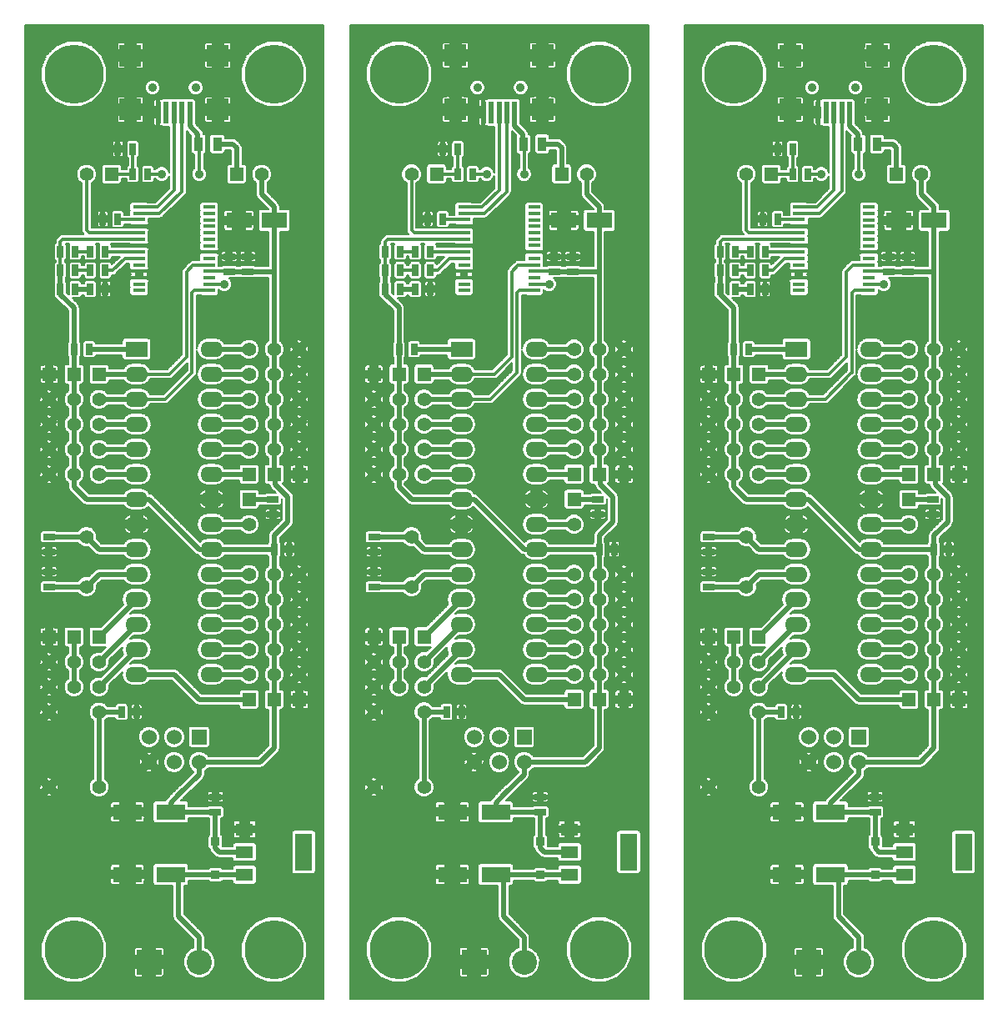
<source format=gtl>
G04 (created by PCBNEW (2012-12-10 BZR 3844)-stable) date Tue 18 Dec 2012 09:43:10 AM CET*
%MOIN*%
G04 Gerber Fmt 3.4, Leading zero omitted, Abs format*
%FSLAX34Y34*%
G01*
G70*
G90*
G04 APERTURE LIST*
%ADD10C,0.006*%
%ADD11R,0.1024X0.063*%
%ADD12R,0.1181X0.063*%
%ADD13R,0.06X0.06*%
%ADD14C,0.06*%
%ADD15R,0.0865X0.0865*%
%ADD16R,0.0196X0.0865*%
%ADD17C,0.0354*%
%ADD18C,0.2362*%
%ADD19R,0.0335X0.0335*%
%ADD20R,0.1X0.1*%
%ADD21C,0.1*%
%ADD22R,0.025X0.045*%
%ADD23R,0.045X0.025*%
%ADD24O,0.09X0.062*%
%ADD25R,0.09X0.062*%
%ADD26R,0.055X0.055*%
%ADD27C,0.055*%
%ADD28R,0.035X0.055*%
%ADD29R,0.05X0.016*%
%ADD30R,0.0709X0.0512*%
%ADD31R,0.0709X0.1496*%
%ADD32C,0.056*%
%ADD33C,0.0118*%
%ADD34C,0.0197*%
%ADD35C,0.008*%
%ADD36C,0.0067*%
G04 APERTURE END LIST*
G54D10*
G54D11*
X23502Y-8108D03*
X22084Y-8108D03*
G54D12*
X19359Y-31758D03*
X17627Y-31758D03*
X19359Y-34258D03*
X17627Y-34258D03*
G54D13*
X20493Y-28758D03*
G54D14*
X20493Y-29758D03*
X19493Y-28758D03*
X19493Y-29758D03*
X18493Y-28758D03*
X18493Y-29758D03*
G54D15*
X17749Y-3683D03*
G54D16*
X20122Y-3793D03*
X19807Y-3793D03*
X19493Y-3793D03*
X19179Y-3793D03*
X18864Y-3793D03*
G54D17*
X20358Y-2798D03*
X18627Y-2798D03*
G54D15*
X21237Y-3683D03*
X21237Y-1518D03*
X17749Y-1518D03*
G54D18*
X23493Y-37258D03*
X15493Y-37258D03*
X23493Y-2258D03*
X15493Y-2258D03*
G54D19*
X21143Y-34267D03*
X21143Y-32949D03*
G54D20*
X18493Y-37758D03*
G54D21*
X20493Y-37758D03*
G54D22*
X16143Y-10858D03*
X16743Y-10858D03*
X14943Y-10858D03*
X15543Y-10858D03*
G54D23*
X21143Y-31758D03*
X21143Y-31158D03*
G54D24*
X17993Y-14258D03*
X17993Y-15258D03*
X17993Y-16258D03*
X17993Y-17258D03*
X17993Y-18258D03*
X17993Y-19258D03*
X17993Y-20258D03*
X17993Y-21258D03*
X17993Y-22258D03*
X17993Y-23258D03*
X17993Y-24258D03*
X17993Y-25258D03*
X17993Y-26258D03*
G54D25*
X17993Y-13258D03*
G54D24*
X20993Y-26258D03*
X20993Y-25258D03*
X20993Y-24258D03*
X20993Y-23258D03*
X20993Y-22258D03*
X20993Y-21258D03*
X20993Y-20258D03*
X20993Y-19258D03*
X20993Y-18258D03*
X20993Y-17258D03*
X20993Y-16258D03*
X20993Y-15258D03*
X20993Y-14258D03*
X20993Y-13258D03*
G54D26*
X22493Y-19258D03*
G54D27*
X22493Y-20258D03*
G54D26*
X21993Y-6258D03*
G54D27*
X22993Y-6258D03*
G54D26*
X16493Y-24758D03*
G54D27*
X16493Y-25758D03*
X16493Y-26758D03*
G54D26*
X15493Y-24758D03*
G54D27*
X15493Y-25758D03*
X15493Y-26758D03*
G54D26*
X14493Y-24758D03*
G54D27*
X14493Y-25758D03*
X14493Y-26758D03*
G54D26*
X14493Y-14258D03*
G54D27*
X14493Y-15258D03*
X14493Y-16258D03*
X14493Y-17258D03*
X14493Y-18258D03*
G54D26*
X15493Y-14258D03*
G54D27*
X15493Y-15258D03*
X15493Y-16258D03*
X15493Y-17258D03*
X15493Y-18258D03*
G54D26*
X16493Y-14258D03*
G54D27*
X16493Y-15258D03*
X16493Y-16258D03*
X16493Y-17258D03*
X16493Y-18258D03*
G54D26*
X24493Y-18258D03*
G54D27*
X24493Y-17258D03*
X24493Y-16258D03*
X24493Y-15258D03*
X24493Y-14258D03*
X24493Y-13258D03*
G54D26*
X23493Y-18258D03*
G54D27*
X23493Y-17258D03*
X23493Y-16258D03*
X23493Y-15258D03*
X23493Y-14258D03*
X23493Y-13258D03*
G54D26*
X24493Y-27258D03*
G54D27*
X24493Y-26258D03*
X24493Y-25258D03*
X24493Y-24258D03*
X24493Y-23258D03*
X24493Y-22258D03*
G54D26*
X23493Y-27258D03*
G54D27*
X23493Y-26258D03*
X23493Y-25258D03*
X23493Y-24258D03*
X23493Y-23258D03*
X23493Y-22258D03*
G54D26*
X22493Y-18258D03*
G54D27*
X22493Y-17258D03*
X22493Y-16258D03*
X22493Y-15258D03*
X22493Y-14258D03*
X22493Y-13258D03*
G54D26*
X22493Y-27258D03*
G54D27*
X22493Y-26258D03*
X22493Y-25258D03*
X22493Y-24258D03*
X22493Y-23258D03*
X22493Y-22258D03*
G54D22*
X14943Y-10108D03*
X15543Y-10108D03*
X17243Y-8058D03*
X16643Y-8058D03*
G54D23*
X22443Y-10158D03*
X22443Y-9558D03*
X21693Y-10158D03*
X21693Y-9558D03*
X14493Y-22158D03*
X14493Y-22758D03*
X14493Y-21358D03*
X14493Y-20758D03*
X23443Y-19258D03*
X23443Y-19858D03*
G54D22*
X23493Y-21258D03*
X24093Y-21258D03*
X14943Y-9358D03*
X15543Y-9358D03*
X16143Y-9358D03*
X16743Y-9358D03*
X17843Y-5258D03*
X17243Y-5258D03*
X18443Y-6258D03*
X17843Y-6258D03*
X17393Y-27758D03*
X17993Y-27758D03*
X15493Y-13258D03*
X16093Y-13258D03*
X16143Y-10108D03*
X16743Y-10108D03*
G54D28*
X20468Y-5058D03*
X21218Y-5058D03*
G54D29*
X20893Y-10908D03*
X20893Y-10658D03*
X20893Y-10398D03*
X20893Y-10138D03*
X20893Y-9888D03*
X20893Y-9628D03*
X20893Y-9368D03*
X20893Y-9118D03*
X20893Y-8858D03*
X20893Y-8608D03*
X20893Y-8348D03*
X20893Y-8088D03*
X20893Y-7838D03*
X20893Y-7578D03*
X18093Y-7578D03*
X18093Y-7838D03*
X18093Y-8078D03*
X18093Y-8348D03*
X18093Y-8608D03*
X18093Y-8858D03*
X18093Y-9118D03*
X18093Y-9368D03*
X18093Y-9628D03*
X18093Y-9888D03*
X18093Y-10138D03*
X18093Y-10398D03*
X18093Y-10658D03*
X18093Y-10908D03*
G54D27*
X14493Y-27758D03*
X16493Y-27758D03*
X14493Y-30758D03*
X16493Y-30758D03*
G54D26*
X16993Y-6258D03*
G54D27*
X15993Y-6258D03*
G54D30*
X22312Y-32452D03*
X22312Y-33358D03*
X22312Y-34264D03*
G54D31*
X24674Y-33358D03*
G54D32*
X15993Y-20758D03*
X15993Y-22758D03*
G54D11*
X10511Y-8109D03*
X9093Y-8109D03*
G54D12*
X6368Y-31759D03*
X4636Y-31759D03*
X6368Y-34259D03*
X4636Y-34259D03*
G54D13*
X7502Y-28759D03*
G54D14*
X7502Y-29759D03*
X6502Y-28759D03*
X6502Y-29759D03*
X5502Y-28759D03*
X5502Y-29759D03*
G54D15*
X4758Y-3684D03*
G54D16*
X7131Y-3794D03*
X6816Y-3794D03*
X6502Y-3794D03*
X6188Y-3794D03*
X5873Y-3794D03*
G54D17*
X7367Y-2799D03*
X5636Y-2799D03*
G54D15*
X8246Y-3684D03*
X8246Y-1519D03*
X4758Y-1519D03*
G54D18*
X10502Y-37259D03*
X2502Y-37259D03*
X10502Y-2259D03*
X2502Y-2259D03*
G54D19*
X8152Y-34268D03*
X8152Y-32950D03*
G54D20*
X5502Y-37759D03*
G54D21*
X7502Y-37759D03*
G54D22*
X3152Y-10859D03*
X3752Y-10859D03*
X1952Y-10859D03*
X2552Y-10859D03*
G54D23*
X8152Y-31759D03*
X8152Y-31159D03*
G54D24*
X5002Y-14259D03*
X5002Y-15259D03*
X5002Y-16259D03*
X5002Y-17259D03*
X5002Y-18259D03*
X5002Y-19259D03*
X5002Y-20259D03*
X5002Y-21259D03*
X5002Y-22259D03*
X5002Y-23259D03*
X5002Y-24259D03*
X5002Y-25259D03*
X5002Y-26259D03*
G54D25*
X5002Y-13259D03*
G54D24*
X8002Y-26259D03*
X8002Y-25259D03*
X8002Y-24259D03*
X8002Y-23259D03*
X8002Y-22259D03*
X8002Y-21259D03*
X8002Y-20259D03*
X8002Y-19259D03*
X8002Y-18259D03*
X8002Y-17259D03*
X8002Y-16259D03*
X8002Y-15259D03*
X8002Y-14259D03*
X8002Y-13259D03*
G54D26*
X9502Y-19259D03*
G54D27*
X9502Y-20259D03*
G54D26*
X9002Y-6259D03*
G54D27*
X10002Y-6259D03*
G54D26*
X3502Y-24759D03*
G54D27*
X3502Y-25759D03*
X3502Y-26759D03*
G54D26*
X2502Y-24759D03*
G54D27*
X2502Y-25759D03*
X2502Y-26759D03*
G54D26*
X1502Y-24759D03*
G54D27*
X1502Y-25759D03*
X1502Y-26759D03*
G54D26*
X1502Y-14259D03*
G54D27*
X1502Y-15259D03*
X1502Y-16259D03*
X1502Y-17259D03*
X1502Y-18259D03*
G54D26*
X2502Y-14259D03*
G54D27*
X2502Y-15259D03*
X2502Y-16259D03*
X2502Y-17259D03*
X2502Y-18259D03*
G54D26*
X3502Y-14259D03*
G54D27*
X3502Y-15259D03*
X3502Y-16259D03*
X3502Y-17259D03*
X3502Y-18259D03*
G54D26*
X11502Y-18259D03*
G54D27*
X11502Y-17259D03*
X11502Y-16259D03*
X11502Y-15259D03*
X11502Y-14259D03*
X11502Y-13259D03*
G54D26*
X10502Y-18259D03*
G54D27*
X10502Y-17259D03*
X10502Y-16259D03*
X10502Y-15259D03*
X10502Y-14259D03*
X10502Y-13259D03*
G54D26*
X11502Y-27259D03*
G54D27*
X11502Y-26259D03*
X11502Y-25259D03*
X11502Y-24259D03*
X11502Y-23259D03*
X11502Y-22259D03*
G54D26*
X10502Y-27259D03*
G54D27*
X10502Y-26259D03*
X10502Y-25259D03*
X10502Y-24259D03*
X10502Y-23259D03*
X10502Y-22259D03*
G54D26*
X9502Y-18259D03*
G54D27*
X9502Y-17259D03*
X9502Y-16259D03*
X9502Y-15259D03*
X9502Y-14259D03*
X9502Y-13259D03*
G54D26*
X9502Y-27259D03*
G54D27*
X9502Y-26259D03*
X9502Y-25259D03*
X9502Y-24259D03*
X9502Y-23259D03*
X9502Y-22259D03*
G54D22*
X1952Y-10109D03*
X2552Y-10109D03*
X4252Y-8059D03*
X3652Y-8059D03*
G54D23*
X9452Y-10159D03*
X9452Y-9559D03*
X8702Y-10159D03*
X8702Y-9559D03*
X1502Y-22159D03*
X1502Y-22759D03*
X1502Y-21359D03*
X1502Y-20759D03*
X10452Y-19259D03*
X10452Y-19859D03*
G54D22*
X10502Y-21259D03*
X11102Y-21259D03*
X1952Y-9359D03*
X2552Y-9359D03*
X3152Y-9359D03*
X3752Y-9359D03*
X4852Y-5259D03*
X4252Y-5259D03*
X5452Y-6259D03*
X4852Y-6259D03*
X4402Y-27759D03*
X5002Y-27759D03*
X2502Y-13259D03*
X3102Y-13259D03*
X3152Y-10109D03*
X3752Y-10109D03*
G54D28*
X7477Y-5059D03*
X8227Y-5059D03*
G54D29*
X7902Y-10909D03*
X7902Y-10659D03*
X7902Y-10399D03*
X7902Y-10139D03*
X7902Y-9889D03*
X7902Y-9629D03*
X7902Y-9369D03*
X7902Y-9119D03*
X7902Y-8859D03*
X7902Y-8609D03*
X7902Y-8349D03*
X7902Y-8089D03*
X7902Y-7839D03*
X7902Y-7579D03*
X5102Y-7579D03*
X5102Y-7839D03*
X5102Y-8079D03*
X5102Y-8349D03*
X5102Y-8609D03*
X5102Y-8859D03*
X5102Y-9119D03*
X5102Y-9369D03*
X5102Y-9629D03*
X5102Y-9889D03*
X5102Y-10139D03*
X5102Y-10399D03*
X5102Y-10659D03*
X5102Y-10909D03*
G54D27*
X1502Y-27759D03*
X3502Y-27759D03*
X1502Y-30759D03*
X3502Y-30759D03*
G54D26*
X4002Y-6259D03*
G54D27*
X3002Y-6259D03*
G54D30*
X9321Y-32453D03*
X9321Y-33359D03*
X9321Y-34265D03*
G54D31*
X11683Y-33359D03*
G54D32*
X3002Y-20759D03*
X3002Y-22759D03*
X29379Y-20759D03*
X29379Y-22759D03*
G54D30*
X35698Y-32453D03*
X35698Y-33359D03*
X35698Y-34265D03*
G54D31*
X38060Y-33359D03*
G54D26*
X30379Y-6259D03*
G54D27*
X29379Y-6259D03*
X27879Y-27759D03*
X29879Y-27759D03*
X27879Y-30759D03*
X29879Y-30759D03*
G54D29*
X34279Y-10909D03*
X34279Y-10659D03*
X34279Y-10399D03*
X34279Y-10139D03*
X34279Y-9889D03*
X34279Y-9629D03*
X34279Y-9369D03*
X34279Y-9119D03*
X34279Y-8859D03*
X34279Y-8609D03*
X34279Y-8349D03*
X34279Y-8089D03*
X34279Y-7839D03*
X34279Y-7579D03*
X31479Y-7579D03*
X31479Y-7839D03*
X31479Y-8079D03*
X31479Y-8349D03*
X31479Y-8609D03*
X31479Y-8859D03*
X31479Y-9119D03*
X31479Y-9369D03*
X31479Y-9629D03*
X31479Y-9889D03*
X31479Y-10139D03*
X31479Y-10399D03*
X31479Y-10659D03*
X31479Y-10909D03*
G54D28*
X33854Y-5059D03*
X34604Y-5059D03*
G54D22*
X29529Y-10109D03*
X30129Y-10109D03*
X28879Y-13259D03*
X29479Y-13259D03*
X30779Y-27759D03*
X31379Y-27759D03*
X31829Y-6259D03*
X31229Y-6259D03*
X31229Y-5259D03*
X30629Y-5259D03*
X29529Y-9359D03*
X30129Y-9359D03*
X28329Y-9359D03*
X28929Y-9359D03*
X36879Y-21259D03*
X37479Y-21259D03*
G54D23*
X36829Y-19259D03*
X36829Y-19859D03*
X27879Y-21359D03*
X27879Y-20759D03*
X27879Y-22159D03*
X27879Y-22759D03*
X35079Y-10159D03*
X35079Y-9559D03*
X35829Y-10159D03*
X35829Y-9559D03*
G54D22*
X30629Y-8059D03*
X30029Y-8059D03*
X28329Y-10109D03*
X28929Y-10109D03*
G54D26*
X35879Y-27259D03*
G54D27*
X35879Y-26259D03*
X35879Y-25259D03*
X35879Y-24259D03*
X35879Y-23259D03*
X35879Y-22259D03*
G54D26*
X35879Y-18259D03*
G54D27*
X35879Y-17259D03*
X35879Y-16259D03*
X35879Y-15259D03*
X35879Y-14259D03*
X35879Y-13259D03*
G54D26*
X36879Y-27259D03*
G54D27*
X36879Y-26259D03*
X36879Y-25259D03*
X36879Y-24259D03*
X36879Y-23259D03*
X36879Y-22259D03*
G54D26*
X37879Y-27259D03*
G54D27*
X37879Y-26259D03*
X37879Y-25259D03*
X37879Y-24259D03*
X37879Y-23259D03*
X37879Y-22259D03*
G54D26*
X36879Y-18259D03*
G54D27*
X36879Y-17259D03*
X36879Y-16259D03*
X36879Y-15259D03*
X36879Y-14259D03*
X36879Y-13259D03*
G54D26*
X37879Y-18259D03*
G54D27*
X37879Y-17259D03*
X37879Y-16259D03*
X37879Y-15259D03*
X37879Y-14259D03*
X37879Y-13259D03*
G54D26*
X29879Y-14259D03*
G54D27*
X29879Y-15259D03*
X29879Y-16259D03*
X29879Y-17259D03*
X29879Y-18259D03*
G54D26*
X28879Y-14259D03*
G54D27*
X28879Y-15259D03*
X28879Y-16259D03*
X28879Y-17259D03*
X28879Y-18259D03*
G54D26*
X27879Y-14259D03*
G54D27*
X27879Y-15259D03*
X27879Y-16259D03*
X27879Y-17259D03*
X27879Y-18259D03*
G54D26*
X27879Y-24759D03*
G54D27*
X27879Y-25759D03*
X27879Y-26759D03*
G54D26*
X28879Y-24759D03*
G54D27*
X28879Y-25759D03*
X28879Y-26759D03*
G54D26*
X29879Y-24759D03*
G54D27*
X29879Y-25759D03*
X29879Y-26759D03*
G54D26*
X35379Y-6259D03*
G54D27*
X36379Y-6259D03*
G54D26*
X35879Y-19259D03*
G54D27*
X35879Y-20259D03*
G54D24*
X31379Y-14259D03*
X31379Y-15259D03*
X31379Y-16259D03*
X31379Y-17259D03*
X31379Y-18259D03*
X31379Y-19259D03*
X31379Y-20259D03*
X31379Y-21259D03*
X31379Y-22259D03*
X31379Y-23259D03*
X31379Y-24259D03*
X31379Y-25259D03*
X31379Y-26259D03*
G54D25*
X31379Y-13259D03*
G54D24*
X34379Y-26259D03*
X34379Y-25259D03*
X34379Y-24259D03*
X34379Y-23259D03*
X34379Y-22259D03*
X34379Y-21259D03*
X34379Y-20259D03*
X34379Y-19259D03*
X34379Y-18259D03*
X34379Y-17259D03*
X34379Y-16259D03*
X34379Y-15259D03*
X34379Y-14259D03*
X34379Y-13259D03*
G54D23*
X34529Y-31759D03*
X34529Y-31159D03*
G54D22*
X28329Y-10859D03*
X28929Y-10859D03*
X29529Y-10859D03*
X30129Y-10859D03*
G54D20*
X31879Y-37759D03*
G54D21*
X33879Y-37759D03*
G54D19*
X34529Y-34268D03*
X34529Y-32950D03*
G54D18*
X28879Y-2259D03*
X36879Y-2259D03*
X28879Y-37259D03*
X36879Y-37259D03*
G54D15*
X31135Y-3684D03*
G54D16*
X33508Y-3794D03*
X33193Y-3794D03*
X32879Y-3794D03*
X32565Y-3794D03*
X32250Y-3794D03*
G54D17*
X33744Y-2799D03*
X32013Y-2799D03*
G54D15*
X34623Y-3684D03*
X34623Y-1519D03*
X31135Y-1519D03*
G54D13*
X33879Y-28759D03*
G54D14*
X33879Y-29759D03*
X32879Y-28759D03*
X32879Y-29759D03*
X31879Y-28759D03*
X31879Y-29759D03*
G54D12*
X32745Y-34259D03*
X31013Y-34259D03*
X32745Y-31759D03*
X31013Y-31759D03*
G54D11*
X36888Y-8109D03*
X35470Y-8109D03*
G54D17*
X20493Y-6258D03*
X18993Y-6258D03*
X7502Y-6259D03*
X6002Y-6259D03*
X32379Y-6259D03*
X33879Y-6259D03*
X21493Y-10658D03*
X8502Y-10659D03*
X34879Y-10659D03*
G54D33*
X14943Y-10108D02*
X14943Y-9358D01*
X15043Y-8858D02*
X18093Y-8858D01*
X15043Y-8858D02*
X14943Y-8958D01*
X14943Y-9358D02*
X14943Y-8958D01*
X21673Y-10138D02*
X21693Y-10158D01*
X20893Y-10138D02*
X21673Y-10138D01*
G54D34*
X18493Y-19258D02*
X20493Y-21258D01*
X20493Y-21258D02*
X20993Y-21258D01*
X17993Y-19258D02*
X18493Y-19258D01*
X20993Y-21258D02*
X23493Y-21258D01*
X23493Y-22258D02*
X23493Y-21258D01*
X15493Y-18758D02*
X15993Y-19258D01*
X15993Y-19258D02*
X17993Y-19258D01*
X15493Y-18258D02*
X15493Y-18758D01*
X15493Y-18258D02*
X15493Y-17258D01*
X15493Y-17258D02*
X15493Y-16258D01*
X15493Y-16258D02*
X15493Y-15258D01*
X15493Y-15258D02*
X15493Y-14258D01*
X23493Y-18258D02*
X23493Y-17258D01*
X23493Y-17258D02*
X23493Y-16258D01*
X23493Y-16258D02*
X23493Y-15258D01*
X23493Y-13258D02*
X23493Y-15258D01*
X23543Y-18308D02*
X23493Y-18258D01*
X23493Y-21258D02*
X23493Y-20708D01*
X24043Y-19158D02*
X23543Y-18658D01*
X24043Y-20158D02*
X24043Y-19158D01*
X23493Y-20708D02*
X24043Y-20158D01*
X23543Y-18658D02*
X23543Y-18308D01*
X23493Y-27258D02*
X23493Y-22258D01*
X21693Y-10158D02*
X22443Y-10158D01*
X15493Y-14258D02*
X15493Y-12258D01*
X14943Y-10108D02*
X14943Y-10408D01*
X15493Y-13258D02*
X15493Y-14258D01*
X23493Y-23258D02*
X23493Y-27258D01*
X23493Y-24258D02*
X23493Y-25258D01*
X23493Y-25258D02*
X23493Y-26258D01*
X23493Y-26258D02*
X23493Y-27258D01*
X15493Y-24758D02*
X15493Y-26758D01*
X15493Y-24758D02*
X15493Y-25758D01*
X15493Y-25758D02*
X15493Y-26758D01*
X14943Y-10108D02*
X14943Y-10858D01*
X14943Y-11058D02*
X14943Y-10858D01*
X14943Y-11058D02*
X15493Y-11608D01*
X15493Y-12258D02*
X15493Y-11608D01*
X21143Y-33208D02*
X21143Y-32949D01*
X21143Y-33208D02*
X21293Y-33358D01*
X22312Y-33358D02*
X21293Y-33358D01*
X23493Y-13258D02*
X23493Y-10158D01*
X23493Y-7558D02*
X22993Y-7058D01*
X23493Y-9158D02*
X23493Y-10158D01*
X23493Y-9158D02*
X23493Y-7558D01*
X22993Y-6258D02*
X22993Y-7058D01*
X22443Y-10158D02*
X23493Y-10158D01*
X23493Y-14258D02*
X23493Y-13258D01*
X22443Y-10158D02*
X23493Y-10158D01*
X22943Y-29758D02*
X23493Y-29208D01*
X23493Y-29208D02*
X23493Y-29158D01*
X22943Y-29758D02*
X20493Y-29758D01*
X23493Y-27258D02*
X23493Y-29158D01*
X21143Y-32308D02*
X21143Y-32208D01*
X21143Y-32949D02*
X21143Y-32308D01*
X21143Y-32308D02*
X21143Y-31758D01*
X21143Y-31758D02*
X19359Y-31758D01*
X19359Y-31392D02*
X19674Y-31077D01*
X20493Y-30258D02*
X20493Y-29758D01*
X19674Y-31077D02*
X20493Y-30258D01*
X19359Y-31758D02*
X19359Y-31392D01*
X23493Y-8099D02*
X23502Y-8108D01*
X23493Y-7558D02*
X23493Y-8099D01*
G54D33*
X1952Y-10109D02*
X1952Y-9359D01*
X2052Y-8859D02*
X5102Y-8859D01*
X2052Y-8859D02*
X1952Y-8959D01*
X1952Y-9359D02*
X1952Y-8959D01*
X8682Y-10139D02*
X8702Y-10159D01*
X7902Y-10139D02*
X8682Y-10139D01*
G54D34*
X5502Y-19259D02*
X7502Y-21259D01*
X7502Y-21259D02*
X8002Y-21259D01*
X5002Y-19259D02*
X5502Y-19259D01*
X8002Y-21259D02*
X10502Y-21259D01*
X10502Y-22259D02*
X10502Y-21259D01*
X2502Y-18759D02*
X3002Y-19259D01*
X3002Y-19259D02*
X5002Y-19259D01*
X2502Y-18259D02*
X2502Y-18759D01*
X2502Y-18259D02*
X2502Y-17259D01*
X2502Y-17259D02*
X2502Y-16259D01*
X2502Y-16259D02*
X2502Y-15259D01*
X2502Y-15259D02*
X2502Y-14259D01*
X10502Y-18259D02*
X10502Y-17259D01*
X10502Y-17259D02*
X10502Y-16259D01*
X10502Y-16259D02*
X10502Y-15259D01*
X10502Y-13259D02*
X10502Y-15259D01*
X10552Y-18309D02*
X10502Y-18259D01*
X10502Y-21259D02*
X10502Y-20709D01*
X11052Y-19159D02*
X10552Y-18659D01*
X11052Y-20159D02*
X11052Y-19159D01*
X10502Y-20709D02*
X11052Y-20159D01*
X10552Y-18659D02*
X10552Y-18309D01*
X10502Y-27259D02*
X10502Y-22259D01*
X8702Y-10159D02*
X9452Y-10159D01*
X2502Y-14259D02*
X2502Y-12259D01*
X1952Y-10109D02*
X1952Y-10409D01*
X2502Y-13259D02*
X2502Y-14259D01*
X10502Y-23259D02*
X10502Y-27259D01*
X10502Y-24259D02*
X10502Y-25259D01*
X10502Y-25259D02*
X10502Y-26259D01*
X10502Y-26259D02*
X10502Y-27259D01*
X2502Y-24759D02*
X2502Y-26759D01*
X2502Y-24759D02*
X2502Y-25759D01*
X2502Y-25759D02*
X2502Y-26759D01*
X1952Y-10109D02*
X1952Y-10859D01*
X1952Y-11059D02*
X1952Y-10859D01*
X1952Y-11059D02*
X2502Y-11609D01*
X2502Y-12259D02*
X2502Y-11609D01*
X8152Y-33209D02*
X8152Y-32950D01*
X8152Y-33209D02*
X8302Y-33359D01*
X9321Y-33359D02*
X8302Y-33359D01*
X10502Y-13259D02*
X10502Y-10159D01*
X10502Y-7559D02*
X10002Y-7059D01*
X10502Y-9159D02*
X10502Y-10159D01*
X10502Y-9159D02*
X10502Y-7559D01*
X10002Y-6259D02*
X10002Y-7059D01*
X9452Y-10159D02*
X10502Y-10159D01*
X10502Y-14259D02*
X10502Y-13259D01*
X9452Y-10159D02*
X10502Y-10159D01*
X9952Y-29759D02*
X10502Y-29209D01*
X10502Y-29209D02*
X10502Y-29159D01*
X9952Y-29759D02*
X7502Y-29759D01*
X10502Y-27259D02*
X10502Y-29159D01*
X8152Y-32309D02*
X8152Y-32209D01*
X8152Y-32950D02*
X8152Y-32309D01*
X8152Y-32309D02*
X8152Y-31759D01*
X8152Y-31759D02*
X6368Y-31759D01*
X6368Y-31393D02*
X6683Y-31078D01*
X7502Y-30259D02*
X7502Y-29759D01*
X6683Y-31078D02*
X7502Y-30259D01*
X6368Y-31759D02*
X6368Y-31393D01*
X10502Y-8100D02*
X10511Y-8109D01*
X10502Y-7559D02*
X10502Y-8100D01*
X36879Y-7559D02*
X36879Y-8100D01*
X36879Y-8100D02*
X36888Y-8109D01*
X32745Y-31759D02*
X32745Y-31393D01*
X33060Y-31078D02*
X33879Y-30259D01*
X33879Y-30259D02*
X33879Y-29759D01*
X32745Y-31393D02*
X33060Y-31078D01*
X34529Y-31759D02*
X32745Y-31759D01*
X34529Y-32309D02*
X34529Y-31759D01*
X34529Y-32950D02*
X34529Y-32309D01*
X34529Y-32309D02*
X34529Y-32209D01*
X36879Y-27259D02*
X36879Y-29159D01*
X36329Y-29759D02*
X33879Y-29759D01*
X36879Y-29209D02*
X36879Y-29159D01*
X36329Y-29759D02*
X36879Y-29209D01*
X35829Y-10159D02*
X36879Y-10159D01*
X36879Y-14259D02*
X36879Y-13259D01*
X35829Y-10159D02*
X36879Y-10159D01*
X36379Y-6259D02*
X36379Y-7059D01*
X36879Y-9159D02*
X36879Y-7559D01*
X36879Y-9159D02*
X36879Y-10159D01*
X36879Y-7559D02*
X36379Y-7059D01*
X36879Y-13259D02*
X36879Y-10159D01*
X35698Y-33359D02*
X34679Y-33359D01*
X34529Y-33209D02*
X34679Y-33359D01*
X34529Y-33209D02*
X34529Y-32950D01*
X28879Y-12259D02*
X28879Y-11609D01*
X28329Y-11059D02*
X28879Y-11609D01*
X28329Y-11059D02*
X28329Y-10859D01*
X28329Y-10109D02*
X28329Y-10859D01*
X28879Y-25759D02*
X28879Y-26759D01*
X28879Y-24759D02*
X28879Y-25759D01*
X28879Y-24759D02*
X28879Y-26759D01*
X36879Y-26259D02*
X36879Y-27259D01*
X36879Y-25259D02*
X36879Y-26259D01*
X36879Y-24259D02*
X36879Y-25259D01*
X36879Y-23259D02*
X36879Y-27259D01*
X28879Y-13259D02*
X28879Y-14259D01*
X28329Y-10109D02*
X28329Y-10409D01*
X28879Y-14259D02*
X28879Y-12259D01*
X35079Y-10159D02*
X35829Y-10159D01*
X36879Y-27259D02*
X36879Y-22259D01*
X36929Y-18659D02*
X36929Y-18309D01*
X36879Y-20709D02*
X37429Y-20159D01*
X37429Y-20159D02*
X37429Y-19159D01*
X37429Y-19159D02*
X36929Y-18659D01*
X36879Y-21259D02*
X36879Y-20709D01*
X36929Y-18309D02*
X36879Y-18259D01*
X36879Y-13259D02*
X36879Y-15259D01*
X36879Y-16259D02*
X36879Y-15259D01*
X36879Y-17259D02*
X36879Y-16259D01*
X36879Y-18259D02*
X36879Y-17259D01*
X28879Y-15259D02*
X28879Y-14259D01*
X28879Y-16259D02*
X28879Y-15259D01*
X28879Y-17259D02*
X28879Y-16259D01*
X28879Y-18259D02*
X28879Y-17259D01*
X28879Y-18259D02*
X28879Y-18759D01*
X29379Y-19259D02*
X31379Y-19259D01*
X28879Y-18759D02*
X29379Y-19259D01*
X36879Y-22259D02*
X36879Y-21259D01*
X34379Y-21259D02*
X36879Y-21259D01*
X31379Y-19259D02*
X31879Y-19259D01*
X33879Y-21259D02*
X34379Y-21259D01*
X31879Y-19259D02*
X33879Y-21259D01*
G54D33*
X34279Y-10139D02*
X35059Y-10139D01*
X35059Y-10139D02*
X35079Y-10159D01*
X28329Y-9359D02*
X28329Y-8959D01*
X28429Y-8859D02*
X28329Y-8959D01*
X28429Y-8859D02*
X31479Y-8859D01*
X28329Y-10109D02*
X28329Y-9359D01*
G54D34*
X20993Y-23258D02*
X22493Y-23258D01*
X8002Y-23259D02*
X9502Y-23259D01*
X34379Y-23259D02*
X35879Y-23259D01*
X20993Y-24258D02*
X22493Y-24258D01*
X8002Y-24259D02*
X9502Y-24259D01*
X34379Y-24259D02*
X35879Y-24259D01*
X23443Y-19258D02*
X22493Y-19258D01*
X10452Y-19259D02*
X9502Y-19259D01*
X36829Y-19259D02*
X35879Y-19259D01*
X22493Y-13258D02*
X20993Y-13258D01*
X9502Y-13259D02*
X8002Y-13259D01*
X35879Y-13259D02*
X34379Y-13259D01*
X16493Y-18258D02*
X17993Y-18258D01*
X3502Y-18259D02*
X5002Y-18259D01*
X29879Y-18259D02*
X31379Y-18259D01*
X16493Y-17258D02*
X17993Y-17258D01*
X3502Y-17259D02*
X5002Y-17259D01*
X29879Y-17259D02*
X31379Y-17259D01*
X16493Y-16258D02*
X17993Y-16258D01*
X3502Y-16259D02*
X5002Y-16259D01*
X29879Y-16259D02*
X31379Y-16259D01*
X16493Y-22258D02*
X17993Y-22258D01*
X15993Y-22758D02*
X16493Y-22258D01*
X15993Y-22758D02*
X14443Y-22758D01*
X3502Y-22259D02*
X5002Y-22259D01*
X3002Y-22759D02*
X3502Y-22259D01*
X3002Y-22759D02*
X1452Y-22759D01*
X29379Y-22759D02*
X27829Y-22759D01*
X29379Y-22759D02*
X29879Y-22259D01*
X29879Y-22259D02*
X31379Y-22259D01*
X16493Y-21258D02*
X17993Y-21258D01*
X15993Y-20758D02*
X16493Y-21258D01*
X14493Y-20758D02*
X15993Y-20758D01*
X3502Y-21259D02*
X5002Y-21259D01*
X3002Y-20759D02*
X3502Y-21259D01*
X1502Y-20759D02*
X3002Y-20759D01*
X27879Y-20759D02*
X29379Y-20759D01*
X29379Y-20759D02*
X29879Y-21259D01*
X29879Y-21259D02*
X31379Y-21259D01*
X17993Y-23258D02*
X16493Y-24758D01*
X5002Y-23259D02*
X3502Y-24759D01*
X31379Y-23259D02*
X29879Y-24759D01*
X20993Y-20258D02*
X22493Y-20258D01*
X8002Y-20259D02*
X9502Y-20259D01*
X34379Y-20259D02*
X35879Y-20259D01*
X16993Y-25258D02*
X16493Y-25758D01*
X17993Y-24258D02*
X16993Y-25258D01*
X4002Y-25259D02*
X3502Y-25759D01*
X5002Y-24259D02*
X4002Y-25259D01*
X31379Y-24259D02*
X30379Y-25259D01*
X30379Y-25259D02*
X29879Y-25759D01*
X17993Y-25258D02*
X16493Y-26758D01*
X5002Y-25259D02*
X3502Y-26759D01*
X31379Y-25259D02*
X29879Y-26759D01*
X20993Y-18258D02*
X22493Y-18258D01*
X8002Y-18259D02*
X9502Y-18259D01*
X34379Y-18259D02*
X35879Y-18259D01*
X20493Y-27258D02*
X19493Y-26258D01*
X19493Y-26258D02*
X17993Y-26258D01*
X22493Y-27258D02*
X20493Y-27258D01*
X7502Y-27259D02*
X6502Y-26259D01*
X6502Y-26259D02*
X5002Y-26259D01*
X9502Y-27259D02*
X7502Y-27259D01*
X35879Y-27259D02*
X33879Y-27259D01*
X32879Y-26259D02*
X31379Y-26259D01*
X33879Y-27259D02*
X32879Y-26259D01*
X20993Y-17258D02*
X22493Y-17258D01*
X8002Y-17259D02*
X9502Y-17259D01*
X34379Y-17259D02*
X35879Y-17259D01*
X20993Y-26258D02*
X22493Y-26258D01*
X8002Y-26259D02*
X9502Y-26259D01*
X34379Y-26259D02*
X35879Y-26259D01*
X22493Y-16258D02*
X20993Y-16258D01*
X9502Y-16259D02*
X8002Y-16259D01*
X35879Y-16259D02*
X34379Y-16259D01*
X20993Y-25258D02*
X22493Y-25258D01*
X8002Y-25259D02*
X9502Y-25259D01*
X34379Y-25259D02*
X35879Y-25259D01*
X20993Y-15258D02*
X22493Y-15258D01*
X8002Y-15259D02*
X9502Y-15259D01*
X34379Y-15259D02*
X35879Y-15259D01*
X20993Y-14258D02*
X22493Y-14258D01*
X8002Y-14259D02*
X9502Y-14259D01*
X34379Y-14259D02*
X35879Y-14259D01*
X20122Y-4337D02*
X20443Y-4658D01*
X20443Y-4658D02*
X20443Y-4983D01*
X20122Y-3793D02*
X20122Y-4337D01*
G54D33*
X18993Y-6258D02*
X18443Y-6258D01*
X20468Y-5233D02*
X20493Y-5258D01*
X20493Y-5258D02*
X20493Y-6258D01*
X20468Y-5058D02*
X20468Y-5233D01*
G54D34*
X7131Y-4338D02*
X7452Y-4659D01*
X7452Y-4659D02*
X7452Y-4984D01*
X7131Y-3794D02*
X7131Y-4338D01*
G54D33*
X6002Y-6259D02*
X5452Y-6259D01*
X7477Y-5234D02*
X7502Y-5259D01*
X7502Y-5259D02*
X7502Y-6259D01*
X7477Y-5059D02*
X7477Y-5234D01*
X33854Y-5059D02*
X33854Y-5234D01*
X33879Y-5259D02*
X33879Y-6259D01*
X33854Y-5234D02*
X33879Y-5259D01*
X32379Y-6259D02*
X31829Y-6259D01*
G54D34*
X33508Y-3794D02*
X33508Y-4338D01*
X33829Y-4659D02*
X33829Y-4984D01*
X33508Y-4338D02*
X33829Y-4659D01*
G54D33*
X19807Y-6944D02*
X19793Y-6958D01*
X18913Y-7838D02*
X18093Y-7838D01*
X18913Y-7838D02*
X19793Y-6958D01*
X19807Y-3793D02*
X19807Y-6944D01*
X6816Y-6945D02*
X6802Y-6959D01*
X5922Y-7839D02*
X5102Y-7839D01*
X5922Y-7839D02*
X6802Y-6959D01*
X6816Y-3794D02*
X6816Y-6945D01*
X33193Y-3794D02*
X33193Y-6945D01*
X32299Y-7839D02*
X33179Y-6959D01*
X32299Y-7839D02*
X31479Y-7839D01*
X33193Y-6945D02*
X33179Y-6959D01*
X19493Y-6908D02*
X18823Y-7578D01*
X18823Y-7578D02*
X18093Y-7578D01*
X19493Y-3793D02*
X19493Y-6908D01*
X6502Y-6909D02*
X5832Y-7579D01*
X5832Y-7579D02*
X5102Y-7579D01*
X6502Y-3794D02*
X6502Y-6909D01*
X32879Y-3794D02*
X32879Y-6909D01*
X32209Y-7579D02*
X31479Y-7579D01*
X32879Y-6909D02*
X32209Y-7579D01*
X16143Y-10108D02*
X15543Y-10108D01*
X3152Y-10109D02*
X2552Y-10109D01*
X29529Y-10109D02*
X28929Y-10109D01*
X16143Y-9358D02*
X15543Y-9358D01*
X3152Y-9359D02*
X2552Y-9359D01*
X29529Y-9359D02*
X28929Y-9359D01*
X17043Y-10108D02*
X17523Y-9628D01*
X17523Y-9628D02*
X18093Y-9628D01*
X16743Y-10108D02*
X17043Y-10108D01*
X4052Y-10109D02*
X4532Y-9629D01*
X4532Y-9629D02*
X5102Y-9629D01*
X3752Y-10109D02*
X4052Y-10109D01*
X30129Y-10109D02*
X30429Y-10109D01*
X30909Y-9629D02*
X31479Y-9629D01*
X30429Y-10109D02*
X30909Y-9629D01*
X16753Y-9368D02*
X16743Y-9358D01*
X18093Y-9368D02*
X16753Y-9368D01*
X3762Y-9369D02*
X3752Y-9359D01*
X5102Y-9369D02*
X3762Y-9369D01*
X31479Y-9369D02*
X30139Y-9369D01*
X30139Y-9369D02*
X30129Y-9359D01*
X17273Y-8078D02*
X17243Y-8108D01*
X18093Y-8078D02*
X17273Y-8078D01*
X4282Y-8079D02*
X4252Y-8109D01*
X5102Y-8079D02*
X4282Y-8079D01*
X31479Y-8079D02*
X30659Y-8079D01*
X30659Y-8079D02*
X30629Y-8109D01*
X15993Y-8508D02*
X16093Y-8608D01*
X16093Y-8608D02*
X18093Y-8608D01*
X15993Y-6258D02*
X15993Y-8508D01*
X3002Y-8509D02*
X3102Y-8609D01*
X3102Y-8609D02*
X5102Y-8609D01*
X3002Y-6259D02*
X3002Y-8509D01*
X29379Y-6259D02*
X29379Y-8509D01*
X29479Y-8609D02*
X31479Y-8609D01*
X29379Y-8509D02*
X29479Y-8609D01*
G54D34*
X22309Y-34267D02*
X22312Y-34264D01*
X21143Y-34267D02*
X22309Y-34267D01*
X21134Y-34258D02*
X21143Y-34267D01*
X19674Y-34258D02*
X21134Y-34258D01*
X19674Y-35939D02*
X20493Y-36758D01*
X20493Y-36758D02*
X20493Y-37758D01*
X19674Y-34258D02*
X19674Y-35939D01*
X9318Y-34268D02*
X9321Y-34265D01*
X8152Y-34268D02*
X9318Y-34268D01*
X8143Y-34259D02*
X8152Y-34268D01*
X6683Y-34259D02*
X8143Y-34259D01*
X6683Y-35940D02*
X7502Y-36759D01*
X7502Y-36759D02*
X7502Y-37759D01*
X6683Y-34259D02*
X6683Y-35940D01*
X33060Y-34259D02*
X33060Y-35940D01*
X33879Y-36759D02*
X33879Y-37759D01*
X33060Y-35940D02*
X33879Y-36759D01*
X33060Y-34259D02*
X34520Y-34259D01*
X34520Y-34259D02*
X34529Y-34268D01*
X34529Y-34268D02*
X35695Y-34268D01*
X35695Y-34268D02*
X35698Y-34265D01*
X15543Y-10858D02*
X16143Y-10858D01*
X2552Y-10859D02*
X3152Y-10859D01*
X28929Y-10859D02*
X29529Y-10859D01*
G54D33*
X17843Y-6258D02*
X16993Y-6258D01*
X17843Y-6258D02*
X17843Y-5258D01*
X4852Y-6259D02*
X4002Y-6259D01*
X4852Y-6259D02*
X4852Y-5259D01*
X31229Y-6259D02*
X31229Y-5259D01*
X31229Y-6259D02*
X30379Y-6259D01*
G54D34*
X21843Y-5058D02*
X21993Y-5208D01*
X21993Y-5208D02*
X21993Y-6258D01*
X21218Y-5058D02*
X21843Y-5058D01*
X8852Y-5059D02*
X9002Y-5209D01*
X9002Y-5209D02*
X9002Y-6259D01*
X8227Y-5059D02*
X8852Y-5059D01*
X34604Y-5059D02*
X35229Y-5059D01*
X35379Y-5209D02*
X35379Y-6259D01*
X35229Y-5059D02*
X35379Y-5209D01*
G54D33*
X16093Y-13258D02*
X17993Y-13258D01*
X20893Y-10658D02*
X21493Y-10658D01*
G54D34*
X16493Y-27758D02*
X16493Y-30758D01*
X17993Y-13258D02*
X16093Y-13258D01*
G54D35*
X20893Y-10658D02*
X21493Y-10658D01*
G54D34*
X17393Y-27758D02*
X16493Y-27758D01*
G54D33*
X3102Y-13259D02*
X5002Y-13259D01*
X7902Y-10659D02*
X8502Y-10659D01*
G54D34*
X3502Y-27759D02*
X3502Y-30759D01*
X5002Y-13259D02*
X3102Y-13259D01*
G54D35*
X7902Y-10659D02*
X8502Y-10659D01*
G54D34*
X4402Y-27759D02*
X3502Y-27759D01*
X30779Y-27759D02*
X29879Y-27759D01*
G54D35*
X34279Y-10659D02*
X34879Y-10659D01*
G54D34*
X31379Y-13259D02*
X29479Y-13259D01*
X29879Y-27759D02*
X29879Y-30759D01*
G54D33*
X34279Y-10659D02*
X34879Y-10659D01*
X29479Y-13259D02*
X31379Y-13259D01*
X20263Y-9888D02*
X20243Y-9908D01*
X19993Y-10558D02*
X19993Y-10158D01*
X19293Y-14258D02*
X17993Y-14258D01*
X19293Y-14258D02*
X19993Y-13558D01*
X19993Y-10558D02*
X19993Y-13558D01*
X19993Y-10158D02*
X20243Y-9908D01*
X20893Y-9888D02*
X20263Y-9888D01*
G54D34*
X16493Y-14258D02*
X17993Y-14258D01*
G54D33*
X7272Y-9889D02*
X7252Y-9909D01*
X7002Y-10559D02*
X7002Y-10159D01*
X6302Y-14259D02*
X5002Y-14259D01*
X6302Y-14259D02*
X7002Y-13559D01*
X7002Y-10559D02*
X7002Y-13559D01*
X7002Y-10159D02*
X7252Y-9909D01*
X7902Y-9889D02*
X7272Y-9889D01*
G54D34*
X3502Y-14259D02*
X5002Y-14259D01*
X29879Y-14259D02*
X31379Y-14259D01*
G54D33*
X34279Y-9889D02*
X33649Y-9889D01*
X33379Y-10159D02*
X33629Y-9909D01*
X33379Y-10559D02*
X33379Y-13559D01*
X32679Y-14259D02*
X33379Y-13559D01*
X32679Y-14259D02*
X31379Y-14259D01*
X33379Y-10559D02*
X33379Y-10159D01*
X33649Y-9889D02*
X33629Y-9909D01*
G54D34*
X20993Y-22258D02*
X22493Y-22258D01*
X8002Y-22259D02*
X9502Y-22259D01*
X34379Y-22259D02*
X35879Y-22259D01*
G54D33*
X19143Y-15258D02*
X20193Y-14208D01*
X17993Y-15258D02*
X19143Y-15258D01*
X20313Y-10908D02*
X20213Y-11008D01*
X20313Y-10908D02*
X20893Y-10908D01*
X20213Y-14188D02*
X20193Y-14208D01*
X20213Y-11008D02*
X20213Y-14188D01*
G54D34*
X16493Y-15258D02*
X17993Y-15258D01*
G54D33*
X6152Y-15259D02*
X7202Y-14209D01*
X5002Y-15259D02*
X6152Y-15259D01*
X7322Y-10909D02*
X7222Y-11009D01*
X7322Y-10909D02*
X7902Y-10909D01*
X7222Y-14189D02*
X7202Y-14209D01*
X7222Y-11009D02*
X7222Y-14189D01*
G54D34*
X3502Y-15259D02*
X5002Y-15259D01*
X29879Y-15259D02*
X31379Y-15259D01*
G54D33*
X33599Y-11009D02*
X33599Y-14189D01*
X33599Y-14189D02*
X33579Y-14209D01*
X33699Y-10909D02*
X34279Y-10909D01*
X33699Y-10909D02*
X33599Y-11009D01*
X31379Y-15259D02*
X32529Y-15259D01*
X32529Y-15259D02*
X33579Y-14209D01*
G54D36*
X26912Y-292D02*
X38846Y-292D01*
X26912Y-339D02*
X38846Y-339D01*
X26912Y-386D02*
X38846Y-386D01*
X26912Y-433D02*
X38846Y-433D01*
X26912Y-480D02*
X38846Y-480D01*
X26912Y-527D02*
X38846Y-527D01*
X26912Y-574D02*
X38846Y-574D01*
X26912Y-621D02*
X38846Y-621D01*
X26912Y-668D02*
X38846Y-668D01*
X26912Y-715D02*
X38846Y-715D01*
X26912Y-762D02*
X38846Y-762D01*
X26912Y-809D02*
X38846Y-809D01*
X26912Y-856D02*
X38846Y-856D01*
X26912Y-903D02*
X38846Y-903D01*
X26912Y-950D02*
X28609Y-950D01*
X29150Y-950D02*
X36609Y-950D01*
X37150Y-950D02*
X38846Y-950D01*
X26912Y-997D02*
X28495Y-997D01*
X29264Y-997D02*
X30661Y-997D01*
X30904Y-997D02*
X31366Y-997D01*
X31608Y-997D02*
X34149Y-997D01*
X34392Y-997D02*
X34854Y-997D01*
X35096Y-997D02*
X36495Y-997D01*
X37264Y-997D02*
X38846Y-997D01*
X26912Y-1044D02*
X28381Y-1044D01*
X29377Y-1044D02*
X30613Y-1044D01*
X30919Y-1044D02*
X31351Y-1044D01*
X31656Y-1044D02*
X34101Y-1044D01*
X34407Y-1044D02*
X34839Y-1044D01*
X35144Y-1044D02*
X36381Y-1044D01*
X37377Y-1044D02*
X38846Y-1044D01*
X26912Y-1091D02*
X28267Y-1091D01*
X29491Y-1091D02*
X30604Y-1091D01*
X30919Y-1091D02*
X31351Y-1091D01*
X31666Y-1091D02*
X34092Y-1091D01*
X34407Y-1091D02*
X34839Y-1091D01*
X35154Y-1091D02*
X36267Y-1091D01*
X37491Y-1091D02*
X38846Y-1091D01*
X26912Y-1138D02*
X28152Y-1138D01*
X29604Y-1138D02*
X30603Y-1138D01*
X30919Y-1138D02*
X31351Y-1138D01*
X31666Y-1138D02*
X34091Y-1138D01*
X34407Y-1138D02*
X34839Y-1138D01*
X35154Y-1138D02*
X36152Y-1138D01*
X37604Y-1138D02*
X38846Y-1138D01*
X26912Y-1185D02*
X28095Y-1185D01*
X29662Y-1185D02*
X30603Y-1185D01*
X30919Y-1185D02*
X31351Y-1185D01*
X31666Y-1185D02*
X34091Y-1185D01*
X34407Y-1185D02*
X34839Y-1185D01*
X35154Y-1185D02*
X36095Y-1185D01*
X37662Y-1185D02*
X38846Y-1185D01*
X26912Y-1232D02*
X28048Y-1232D01*
X29709Y-1232D02*
X30603Y-1232D01*
X30919Y-1232D02*
X31351Y-1232D01*
X31666Y-1232D02*
X34091Y-1232D01*
X34407Y-1232D02*
X34839Y-1232D01*
X35154Y-1232D02*
X36048Y-1232D01*
X37709Y-1232D02*
X38846Y-1232D01*
X26912Y-1279D02*
X28001Y-1279D01*
X29756Y-1279D02*
X30604Y-1279D01*
X30919Y-1279D02*
X31351Y-1279D01*
X31666Y-1279D02*
X31667Y-1279D01*
X31667Y-1279D02*
X34092Y-1279D01*
X34407Y-1279D02*
X34839Y-1279D01*
X35154Y-1279D02*
X35155Y-1279D01*
X35155Y-1279D02*
X36001Y-1279D01*
X37756Y-1279D02*
X38846Y-1279D01*
X26912Y-1326D02*
X27954Y-1326D01*
X29803Y-1326D02*
X30919Y-1326D01*
X30919Y-1326D02*
X31667Y-1326D01*
X31667Y-1326D02*
X34407Y-1326D01*
X34407Y-1326D02*
X35155Y-1326D01*
X35155Y-1326D02*
X35954Y-1326D01*
X37803Y-1326D02*
X38846Y-1326D01*
X26912Y-1373D02*
X27907Y-1373D01*
X29850Y-1373D02*
X30919Y-1373D01*
X30919Y-1373D02*
X31667Y-1373D01*
X31667Y-1373D02*
X34407Y-1373D01*
X34407Y-1373D02*
X35155Y-1373D01*
X35155Y-1373D02*
X35907Y-1373D01*
X37850Y-1373D02*
X38846Y-1373D01*
X26912Y-1420D02*
X27860Y-1420D01*
X29897Y-1420D02*
X30919Y-1420D01*
X30919Y-1420D02*
X31667Y-1420D01*
X31667Y-1420D02*
X34407Y-1420D01*
X34407Y-1420D02*
X35155Y-1420D01*
X35155Y-1420D02*
X35860Y-1420D01*
X37897Y-1420D02*
X38846Y-1420D01*
X26912Y-1467D02*
X27813Y-1467D01*
X29944Y-1467D02*
X30919Y-1467D01*
X30919Y-1467D02*
X31667Y-1467D01*
X31667Y-1467D02*
X34407Y-1467D01*
X34407Y-1467D02*
X35155Y-1467D01*
X35155Y-1467D02*
X35813Y-1467D01*
X37944Y-1467D02*
X38846Y-1467D01*
X26912Y-1514D02*
X27766Y-1514D01*
X29991Y-1514D02*
X30919Y-1514D01*
X30919Y-1514D02*
X31667Y-1514D01*
X31667Y-1514D02*
X34407Y-1514D01*
X34407Y-1514D02*
X35155Y-1514D01*
X35155Y-1514D02*
X35766Y-1514D01*
X37991Y-1514D02*
X38846Y-1514D01*
X26912Y-1561D02*
X27746Y-1561D01*
X30011Y-1561D02*
X30919Y-1561D01*
X30919Y-1561D02*
X31667Y-1561D01*
X31667Y-1561D02*
X34407Y-1561D01*
X34407Y-1561D02*
X35155Y-1561D01*
X35155Y-1561D02*
X35746Y-1561D01*
X38011Y-1561D02*
X38846Y-1561D01*
X26912Y-1608D02*
X27727Y-1608D01*
X30030Y-1608D02*
X30919Y-1608D01*
X30919Y-1608D02*
X31667Y-1608D01*
X31667Y-1608D02*
X34407Y-1608D01*
X34407Y-1608D02*
X35155Y-1608D01*
X35155Y-1608D02*
X35727Y-1608D01*
X38030Y-1608D02*
X38846Y-1608D01*
X26912Y-1655D02*
X27707Y-1655D01*
X30050Y-1655D02*
X30919Y-1655D01*
X30919Y-1655D02*
X31667Y-1655D01*
X31667Y-1655D02*
X34407Y-1655D01*
X34407Y-1655D02*
X35155Y-1655D01*
X35155Y-1655D02*
X35707Y-1655D01*
X38050Y-1655D02*
X38846Y-1655D01*
X26912Y-1702D02*
X27688Y-1702D01*
X30069Y-1702D02*
X30919Y-1702D01*
X30919Y-1702D02*
X31667Y-1702D01*
X31667Y-1702D02*
X34407Y-1702D01*
X34407Y-1702D02*
X35155Y-1702D01*
X35155Y-1702D02*
X35688Y-1702D01*
X38069Y-1702D02*
X38846Y-1702D01*
X26912Y-1749D02*
X27668Y-1749D01*
X30088Y-1749D02*
X30614Y-1749D01*
X30919Y-1749D02*
X31351Y-1749D01*
X31656Y-1749D02*
X31667Y-1749D01*
X31667Y-1749D02*
X34102Y-1749D01*
X34407Y-1749D02*
X34839Y-1749D01*
X35144Y-1749D02*
X35155Y-1749D01*
X35155Y-1749D02*
X35668Y-1749D01*
X38088Y-1749D02*
X38846Y-1749D01*
X26912Y-1796D02*
X27649Y-1796D01*
X30108Y-1796D02*
X30604Y-1796D01*
X30919Y-1796D02*
X31351Y-1796D01*
X31667Y-1796D02*
X31667Y-1796D01*
X31667Y-1796D02*
X34092Y-1796D01*
X34407Y-1796D02*
X34839Y-1796D01*
X35155Y-1796D02*
X35155Y-1796D01*
X35155Y-1796D02*
X35649Y-1796D01*
X38108Y-1796D02*
X38846Y-1796D01*
X26912Y-1843D02*
X27629Y-1843D01*
X30127Y-1843D02*
X30604Y-1843D01*
X30919Y-1843D02*
X31351Y-1843D01*
X31667Y-1843D02*
X31667Y-1843D01*
X31667Y-1843D02*
X34092Y-1843D01*
X34407Y-1843D02*
X34839Y-1843D01*
X35155Y-1843D02*
X35155Y-1843D01*
X35155Y-1843D02*
X35629Y-1843D01*
X38127Y-1843D02*
X38846Y-1843D01*
X26912Y-1890D02*
X27610Y-1890D01*
X30147Y-1890D02*
X30604Y-1890D01*
X30919Y-1890D02*
X31351Y-1890D01*
X31667Y-1890D02*
X31667Y-1890D01*
X31667Y-1890D02*
X34092Y-1890D01*
X34407Y-1890D02*
X34839Y-1890D01*
X35155Y-1890D02*
X35155Y-1890D01*
X35155Y-1890D02*
X35610Y-1890D01*
X38147Y-1890D02*
X38846Y-1890D01*
X26912Y-1937D02*
X27590Y-1937D01*
X30166Y-1937D02*
X30604Y-1937D01*
X30919Y-1937D02*
X31351Y-1937D01*
X31666Y-1937D02*
X31667Y-1937D01*
X31667Y-1937D02*
X34092Y-1937D01*
X34407Y-1937D02*
X34839Y-1937D01*
X35154Y-1937D02*
X35155Y-1937D01*
X35155Y-1937D02*
X35590Y-1937D01*
X38166Y-1937D02*
X38846Y-1937D01*
X26912Y-1984D02*
X27571Y-1984D01*
X30185Y-1984D02*
X30610Y-1984D01*
X30919Y-1984D02*
X31351Y-1984D01*
X31661Y-1984D02*
X31667Y-1984D01*
X31667Y-1984D02*
X34098Y-1984D01*
X34407Y-1984D02*
X34839Y-1984D01*
X35149Y-1984D02*
X35155Y-1984D01*
X35155Y-1984D02*
X35571Y-1984D01*
X38185Y-1984D02*
X38846Y-1984D01*
X26912Y-2031D02*
X27566Y-2031D01*
X30192Y-2031D02*
X30643Y-2031D01*
X30914Y-2031D02*
X30919Y-2031D01*
X30919Y-2031D02*
X31356Y-2031D01*
X31627Y-2031D02*
X31667Y-2031D01*
X31667Y-2031D02*
X34131Y-2031D01*
X34402Y-2031D02*
X34407Y-2031D01*
X34407Y-2031D02*
X34844Y-2031D01*
X35115Y-2031D02*
X35155Y-2031D01*
X35155Y-2031D02*
X35566Y-2031D01*
X38192Y-2031D02*
X38846Y-2031D01*
X26912Y-2078D02*
X27566Y-2078D01*
X30192Y-2078D02*
X30919Y-2078D01*
X30919Y-2078D02*
X31667Y-2078D01*
X31667Y-2078D02*
X34407Y-2078D01*
X34407Y-2078D02*
X35155Y-2078D01*
X35155Y-2078D02*
X35566Y-2078D01*
X38192Y-2078D02*
X38846Y-2078D01*
X26912Y-2125D02*
X27566Y-2125D01*
X30192Y-2125D02*
X30919Y-2125D01*
X30919Y-2125D02*
X31667Y-2125D01*
X31667Y-2125D02*
X34407Y-2125D01*
X34407Y-2125D02*
X35155Y-2125D01*
X35155Y-2125D02*
X35566Y-2125D01*
X38192Y-2125D02*
X38846Y-2125D01*
X26912Y-2172D02*
X27566Y-2172D01*
X30192Y-2172D02*
X30919Y-2172D01*
X30919Y-2172D02*
X31667Y-2172D01*
X31667Y-2172D02*
X34407Y-2172D01*
X34407Y-2172D02*
X35155Y-2172D01*
X35155Y-2172D02*
X35566Y-2172D01*
X38192Y-2172D02*
X38846Y-2172D01*
X26912Y-2219D02*
X27566Y-2219D01*
X30192Y-2219D02*
X30919Y-2219D01*
X30919Y-2219D02*
X31667Y-2219D01*
X31667Y-2219D02*
X34407Y-2219D01*
X34407Y-2219D02*
X35155Y-2219D01*
X35155Y-2219D02*
X35566Y-2219D01*
X38192Y-2219D02*
X38846Y-2219D01*
X26912Y-2266D02*
X27566Y-2266D01*
X30192Y-2266D02*
X30919Y-2266D01*
X30919Y-2266D02*
X31667Y-2266D01*
X31667Y-2266D02*
X34407Y-2266D01*
X34407Y-2266D02*
X35155Y-2266D01*
X35155Y-2266D02*
X35566Y-2266D01*
X38192Y-2266D02*
X38846Y-2266D01*
X26912Y-2313D02*
X27566Y-2313D01*
X30192Y-2313D02*
X30919Y-2313D01*
X30919Y-2313D02*
X31667Y-2313D01*
X31667Y-2313D02*
X34407Y-2313D01*
X34407Y-2313D02*
X35155Y-2313D01*
X35155Y-2313D02*
X35566Y-2313D01*
X38192Y-2313D02*
X38846Y-2313D01*
X26912Y-2360D02*
X27566Y-2360D01*
X30192Y-2360D02*
X30919Y-2360D01*
X30919Y-2360D02*
X31667Y-2360D01*
X31667Y-2360D02*
X34407Y-2360D01*
X34407Y-2360D02*
X35155Y-2360D01*
X35155Y-2360D02*
X35566Y-2360D01*
X38192Y-2360D02*
X38846Y-2360D01*
X26912Y-2407D02*
X27566Y-2407D01*
X30192Y-2407D02*
X30919Y-2407D01*
X30919Y-2407D02*
X31667Y-2407D01*
X31667Y-2407D02*
X34407Y-2407D01*
X34407Y-2407D02*
X35155Y-2407D01*
X35155Y-2407D02*
X35566Y-2407D01*
X38192Y-2407D02*
X38846Y-2407D01*
X26912Y-2454D02*
X27566Y-2454D01*
X30192Y-2454D02*
X30919Y-2454D01*
X30919Y-2454D02*
X31667Y-2454D01*
X31667Y-2454D02*
X34407Y-2454D01*
X34407Y-2454D02*
X35155Y-2454D01*
X35155Y-2454D02*
X35566Y-2454D01*
X38192Y-2454D02*
X38846Y-2454D01*
X26912Y-2501D02*
X27566Y-2501D01*
X30192Y-2501D02*
X30919Y-2501D01*
X30919Y-2501D02*
X31667Y-2501D01*
X31667Y-2501D02*
X31922Y-2501D01*
X32104Y-2501D02*
X33653Y-2501D01*
X33835Y-2501D02*
X34407Y-2501D01*
X34407Y-2501D02*
X35155Y-2501D01*
X35155Y-2501D02*
X35566Y-2501D01*
X38192Y-2501D02*
X38846Y-2501D01*
X26912Y-2548D02*
X27578Y-2548D01*
X30181Y-2548D02*
X30192Y-2548D01*
X30192Y-2548D02*
X30919Y-2548D01*
X30919Y-2548D02*
X31667Y-2548D01*
X31667Y-2548D02*
X31825Y-2548D01*
X32200Y-2548D02*
X33556Y-2548D01*
X33931Y-2548D02*
X34407Y-2548D01*
X34407Y-2548D02*
X35155Y-2548D01*
X35155Y-2548D02*
X35578Y-2548D01*
X38181Y-2548D02*
X38192Y-2548D01*
X38192Y-2548D02*
X38846Y-2548D01*
X26912Y-2595D02*
X27598Y-2595D01*
X30162Y-2595D02*
X30192Y-2595D01*
X30192Y-2595D02*
X30919Y-2595D01*
X30919Y-2595D02*
X31667Y-2595D01*
X31667Y-2595D02*
X31778Y-2595D01*
X32247Y-2595D02*
X33509Y-2595D01*
X33978Y-2595D02*
X34407Y-2595D01*
X34407Y-2595D02*
X35155Y-2595D01*
X35155Y-2595D02*
X35598Y-2595D01*
X38162Y-2595D02*
X38192Y-2595D01*
X38192Y-2595D02*
X38846Y-2595D01*
X26912Y-2642D02*
X27617Y-2642D01*
X30142Y-2642D02*
X30192Y-2642D01*
X30192Y-2642D02*
X30919Y-2642D01*
X30919Y-2642D02*
X31667Y-2642D01*
X31667Y-2642D02*
X31742Y-2642D01*
X32283Y-2642D02*
X33473Y-2642D01*
X34014Y-2642D02*
X34407Y-2642D01*
X34407Y-2642D02*
X35155Y-2642D01*
X35155Y-2642D02*
X35617Y-2642D01*
X38142Y-2642D02*
X38192Y-2642D01*
X38192Y-2642D02*
X38846Y-2642D01*
X26912Y-2689D02*
X27637Y-2689D01*
X30123Y-2689D02*
X30192Y-2689D01*
X30192Y-2689D02*
X30919Y-2689D01*
X30919Y-2689D02*
X31667Y-2689D01*
X31667Y-2689D02*
X31722Y-2689D01*
X32302Y-2689D02*
X33453Y-2689D01*
X34033Y-2689D02*
X34407Y-2689D01*
X34407Y-2689D02*
X35155Y-2689D01*
X35155Y-2689D02*
X35637Y-2689D01*
X38123Y-2689D02*
X38192Y-2689D01*
X38192Y-2689D02*
X38846Y-2689D01*
X26912Y-2736D02*
X27656Y-2736D01*
X30103Y-2736D02*
X30192Y-2736D01*
X30192Y-2736D02*
X30919Y-2736D01*
X30919Y-2736D02*
X31667Y-2736D01*
X31667Y-2736D02*
X31703Y-2736D01*
X32322Y-2736D02*
X33434Y-2736D01*
X34053Y-2736D02*
X34407Y-2736D01*
X34407Y-2736D02*
X35155Y-2736D01*
X35155Y-2736D02*
X35656Y-2736D01*
X38103Y-2736D02*
X38192Y-2736D01*
X38192Y-2736D02*
X38846Y-2736D01*
X26912Y-2783D02*
X27675Y-2783D01*
X30084Y-2783D02*
X30192Y-2783D01*
X30192Y-2783D02*
X30919Y-2783D01*
X30919Y-2783D02*
X31667Y-2783D01*
X31667Y-2783D02*
X31703Y-2783D01*
X32323Y-2783D02*
X33434Y-2783D01*
X34054Y-2783D02*
X34407Y-2783D01*
X34407Y-2783D02*
X35155Y-2783D01*
X35155Y-2783D02*
X35675Y-2783D01*
X38084Y-2783D02*
X38192Y-2783D01*
X38192Y-2783D02*
X38846Y-2783D01*
X26912Y-2830D02*
X27695Y-2830D01*
X30065Y-2830D02*
X30192Y-2830D01*
X30192Y-2830D02*
X30919Y-2830D01*
X30919Y-2830D02*
X31667Y-2830D01*
X31667Y-2830D02*
X31703Y-2830D01*
X32323Y-2830D02*
X33434Y-2830D01*
X34054Y-2830D02*
X34407Y-2830D01*
X34407Y-2830D02*
X35155Y-2830D01*
X35155Y-2830D02*
X35695Y-2830D01*
X38065Y-2830D02*
X38192Y-2830D01*
X38192Y-2830D02*
X38846Y-2830D01*
X26912Y-2877D02*
X27714Y-2877D01*
X30045Y-2877D02*
X30192Y-2877D01*
X30192Y-2877D02*
X30919Y-2877D01*
X30919Y-2877D02*
X31667Y-2877D01*
X31667Y-2877D02*
X31711Y-2877D01*
X32317Y-2877D02*
X32323Y-2877D01*
X32323Y-2877D02*
X33442Y-2877D01*
X34048Y-2877D02*
X34054Y-2877D01*
X34054Y-2877D02*
X34407Y-2877D01*
X34407Y-2877D02*
X35155Y-2877D01*
X35155Y-2877D02*
X35714Y-2877D01*
X38045Y-2877D02*
X38192Y-2877D01*
X38192Y-2877D02*
X38846Y-2877D01*
X26912Y-2924D02*
X27733Y-2924D01*
X30026Y-2924D02*
X30192Y-2924D01*
X30192Y-2924D02*
X30919Y-2924D01*
X30919Y-2924D02*
X31667Y-2924D01*
X31667Y-2924D02*
X31730Y-2924D01*
X32298Y-2924D02*
X32323Y-2924D01*
X32323Y-2924D02*
X33461Y-2924D01*
X34029Y-2924D02*
X34054Y-2924D01*
X34054Y-2924D02*
X34407Y-2924D01*
X34407Y-2924D02*
X35155Y-2924D01*
X35155Y-2924D02*
X35733Y-2924D01*
X38026Y-2924D02*
X38192Y-2924D01*
X38192Y-2924D02*
X38846Y-2924D01*
X26912Y-2971D02*
X27753Y-2971D01*
X30006Y-2971D02*
X30192Y-2971D01*
X30192Y-2971D02*
X30919Y-2971D01*
X30919Y-2971D02*
X31667Y-2971D01*
X31667Y-2971D02*
X31749Y-2971D01*
X32278Y-2971D02*
X32323Y-2971D01*
X32323Y-2971D02*
X33480Y-2971D01*
X34009Y-2971D02*
X34054Y-2971D01*
X34054Y-2971D02*
X34407Y-2971D01*
X34407Y-2971D02*
X35155Y-2971D01*
X35155Y-2971D02*
X35753Y-2971D01*
X38006Y-2971D02*
X38192Y-2971D01*
X38192Y-2971D02*
X38846Y-2971D01*
X26912Y-3018D02*
X27781Y-3018D01*
X29978Y-3018D02*
X30192Y-3018D01*
X30192Y-3018D02*
X30919Y-3018D01*
X30919Y-3018D02*
X31667Y-3018D01*
X31667Y-3018D02*
X31794Y-3018D01*
X32233Y-3018D02*
X32323Y-3018D01*
X32323Y-3018D02*
X33525Y-3018D01*
X33964Y-3018D02*
X34054Y-3018D01*
X34054Y-3018D02*
X34407Y-3018D01*
X34407Y-3018D02*
X35155Y-3018D01*
X35155Y-3018D02*
X35781Y-3018D01*
X37978Y-3018D02*
X38192Y-3018D01*
X38192Y-3018D02*
X38846Y-3018D01*
X26912Y-3065D02*
X27828Y-3065D01*
X29931Y-3065D02*
X30192Y-3065D01*
X30192Y-3065D02*
X30919Y-3065D01*
X30919Y-3065D02*
X31667Y-3065D01*
X31667Y-3065D02*
X31845Y-3065D01*
X32181Y-3065D02*
X32323Y-3065D01*
X32323Y-3065D02*
X33576Y-3065D01*
X33912Y-3065D02*
X34054Y-3065D01*
X34054Y-3065D02*
X34407Y-3065D01*
X34407Y-3065D02*
X35155Y-3065D01*
X35155Y-3065D02*
X35828Y-3065D01*
X37931Y-3065D02*
X38192Y-3065D01*
X38192Y-3065D02*
X38846Y-3065D01*
X26912Y-3112D02*
X27875Y-3112D01*
X29884Y-3112D02*
X30192Y-3112D01*
X30192Y-3112D02*
X30919Y-3112D01*
X30919Y-3112D02*
X31667Y-3112D01*
X31667Y-3112D02*
X32323Y-3112D01*
X32323Y-3112D02*
X34054Y-3112D01*
X34054Y-3112D02*
X34407Y-3112D01*
X34407Y-3112D02*
X35155Y-3112D01*
X35155Y-3112D02*
X35875Y-3112D01*
X37884Y-3112D02*
X38192Y-3112D01*
X38192Y-3112D02*
X38846Y-3112D01*
X26912Y-3159D02*
X27922Y-3159D01*
X29837Y-3159D02*
X30192Y-3159D01*
X30192Y-3159D02*
X30668Y-3159D01*
X30901Y-3159D02*
X30919Y-3159D01*
X30919Y-3159D02*
X31369Y-3159D01*
X31601Y-3159D02*
X31667Y-3159D01*
X31667Y-3159D02*
X32323Y-3159D01*
X32323Y-3159D02*
X34054Y-3159D01*
X34054Y-3159D02*
X34156Y-3159D01*
X34389Y-3159D02*
X34407Y-3159D01*
X34407Y-3159D02*
X34857Y-3159D01*
X35089Y-3159D02*
X35155Y-3159D01*
X35155Y-3159D02*
X35922Y-3159D01*
X37837Y-3159D02*
X38192Y-3159D01*
X38192Y-3159D02*
X38846Y-3159D01*
X26912Y-3206D02*
X27969Y-3206D01*
X29790Y-3206D02*
X30192Y-3206D01*
X30192Y-3206D02*
X30614Y-3206D01*
X30919Y-3206D02*
X31351Y-3206D01*
X31655Y-3206D02*
X31667Y-3206D01*
X31667Y-3206D02*
X32323Y-3206D01*
X32323Y-3206D02*
X34054Y-3206D01*
X34054Y-3206D02*
X34102Y-3206D01*
X34407Y-3206D02*
X34839Y-3206D01*
X35143Y-3206D02*
X35155Y-3206D01*
X35155Y-3206D02*
X35969Y-3206D01*
X37790Y-3206D02*
X38192Y-3206D01*
X38192Y-3206D02*
X38846Y-3206D01*
X26912Y-3253D02*
X28016Y-3253D01*
X29743Y-3253D02*
X30192Y-3253D01*
X30192Y-3253D02*
X30604Y-3253D01*
X30919Y-3253D02*
X31351Y-3253D01*
X31666Y-3253D02*
X31667Y-3253D01*
X31667Y-3253D02*
X32323Y-3253D01*
X32323Y-3253D02*
X32388Y-3253D01*
X33684Y-3253D02*
X34054Y-3253D01*
X34054Y-3253D02*
X34092Y-3253D01*
X34407Y-3253D02*
X34839Y-3253D01*
X35154Y-3253D02*
X35155Y-3253D01*
X35155Y-3253D02*
X36016Y-3253D01*
X37743Y-3253D02*
X38192Y-3253D01*
X38192Y-3253D02*
X38846Y-3253D01*
X26912Y-3300D02*
X28063Y-3300D01*
X29696Y-3300D02*
X30192Y-3300D01*
X30192Y-3300D02*
X30603Y-3300D01*
X30919Y-3300D02*
X31351Y-3300D01*
X31666Y-3300D02*
X31667Y-3300D01*
X31667Y-3300D02*
X32074Y-3300D01*
X32201Y-3300D02*
X32299Y-3300D01*
X33723Y-3300D02*
X34054Y-3300D01*
X34054Y-3300D02*
X34091Y-3300D01*
X34407Y-3300D02*
X34839Y-3300D01*
X35154Y-3300D02*
X35155Y-3300D01*
X35155Y-3300D02*
X36063Y-3300D01*
X37696Y-3300D02*
X38192Y-3300D01*
X38192Y-3300D02*
X38846Y-3300D01*
X26912Y-3347D02*
X28110Y-3347D01*
X29649Y-3347D02*
X30192Y-3347D01*
X30192Y-3347D02*
X30603Y-3347D01*
X30919Y-3347D02*
X31351Y-3347D01*
X31666Y-3347D02*
X31667Y-3347D01*
X31667Y-3347D02*
X32053Y-3347D01*
X32201Y-3347D02*
X32299Y-3347D01*
X33738Y-3347D02*
X34054Y-3347D01*
X34054Y-3347D02*
X34091Y-3347D01*
X34407Y-3347D02*
X34839Y-3347D01*
X35154Y-3347D02*
X35155Y-3347D01*
X35155Y-3347D02*
X36110Y-3347D01*
X37649Y-3347D02*
X38192Y-3347D01*
X38192Y-3347D02*
X38846Y-3347D01*
X26912Y-3394D02*
X28188Y-3394D01*
X29572Y-3394D02*
X30192Y-3394D01*
X30192Y-3394D02*
X30603Y-3394D01*
X30919Y-3394D02*
X31351Y-3394D01*
X31666Y-3394D02*
X31667Y-3394D01*
X31667Y-3394D02*
X32052Y-3394D01*
X32201Y-3394D02*
X32299Y-3394D01*
X33738Y-3394D02*
X34054Y-3394D01*
X34054Y-3394D02*
X34091Y-3394D01*
X34407Y-3394D02*
X34839Y-3394D01*
X35154Y-3394D02*
X35155Y-3394D01*
X35155Y-3394D02*
X36188Y-3394D01*
X37572Y-3394D02*
X38192Y-3394D01*
X38192Y-3394D02*
X38846Y-3394D01*
X26912Y-3441D02*
X28301Y-3441D01*
X29457Y-3441D02*
X30192Y-3441D01*
X30192Y-3441D02*
X30603Y-3441D01*
X30919Y-3441D02*
X31351Y-3441D01*
X31666Y-3441D02*
X31667Y-3441D01*
X31667Y-3441D02*
X32052Y-3441D01*
X32201Y-3441D02*
X32299Y-3441D01*
X33738Y-3441D02*
X34054Y-3441D01*
X34054Y-3441D02*
X34091Y-3441D01*
X34407Y-3441D02*
X34839Y-3441D01*
X35154Y-3441D02*
X35155Y-3441D01*
X35155Y-3441D02*
X36301Y-3441D01*
X37457Y-3441D02*
X38192Y-3441D01*
X38192Y-3441D02*
X38846Y-3441D01*
X26912Y-3488D02*
X28415Y-3488D01*
X29343Y-3488D02*
X30192Y-3488D01*
X30192Y-3488D02*
X30919Y-3488D01*
X30919Y-3488D02*
X31667Y-3488D01*
X31667Y-3488D02*
X32052Y-3488D01*
X32201Y-3488D02*
X32299Y-3488D01*
X33738Y-3488D02*
X34054Y-3488D01*
X34054Y-3488D02*
X34407Y-3488D01*
X34407Y-3488D02*
X35155Y-3488D01*
X35155Y-3488D02*
X36415Y-3488D01*
X37343Y-3488D02*
X38192Y-3488D01*
X38192Y-3488D02*
X38846Y-3488D01*
X26912Y-3535D02*
X28528Y-3535D01*
X29229Y-3535D02*
X30192Y-3535D01*
X30192Y-3535D02*
X30919Y-3535D01*
X30919Y-3535D02*
X31667Y-3535D01*
X31667Y-3535D02*
X32052Y-3535D01*
X32201Y-3535D02*
X32299Y-3535D01*
X33738Y-3535D02*
X34054Y-3535D01*
X34054Y-3535D02*
X34407Y-3535D01*
X34407Y-3535D02*
X35155Y-3535D01*
X35155Y-3535D02*
X36528Y-3535D01*
X37229Y-3535D02*
X38192Y-3535D01*
X38192Y-3535D02*
X38846Y-3535D01*
X26912Y-3582D02*
X30192Y-3582D01*
X30192Y-3582D02*
X30919Y-3582D01*
X30919Y-3582D02*
X31667Y-3582D01*
X31667Y-3582D02*
X32201Y-3582D01*
X32201Y-3582D02*
X32335Y-3582D01*
X33738Y-3582D02*
X34054Y-3582D01*
X34054Y-3582D02*
X34407Y-3582D01*
X34407Y-3582D02*
X35155Y-3582D01*
X35155Y-3582D02*
X38192Y-3582D01*
X38192Y-3582D02*
X38846Y-3582D01*
X26912Y-3629D02*
X30192Y-3629D01*
X30192Y-3629D02*
X30919Y-3629D01*
X30919Y-3629D02*
X31667Y-3629D01*
X31667Y-3629D02*
X32201Y-3629D01*
X32201Y-3629D02*
X32335Y-3629D01*
X33738Y-3629D02*
X34054Y-3629D01*
X34054Y-3629D02*
X34407Y-3629D01*
X34407Y-3629D02*
X35155Y-3629D01*
X35155Y-3629D02*
X38192Y-3629D01*
X38192Y-3629D02*
X38846Y-3629D01*
X26912Y-3676D02*
X30192Y-3676D01*
X30192Y-3676D02*
X30919Y-3676D01*
X30919Y-3676D02*
X31667Y-3676D01*
X31667Y-3676D02*
X32201Y-3676D01*
X32201Y-3676D02*
X32335Y-3676D01*
X33738Y-3676D02*
X34054Y-3676D01*
X34054Y-3676D02*
X34407Y-3676D01*
X34407Y-3676D02*
X35155Y-3676D01*
X35155Y-3676D02*
X38192Y-3676D01*
X38192Y-3676D02*
X38846Y-3676D01*
X26912Y-3723D02*
X30192Y-3723D01*
X30192Y-3723D02*
X30919Y-3723D01*
X30919Y-3723D02*
X31667Y-3723D01*
X31667Y-3723D02*
X32201Y-3723D01*
X32201Y-3723D02*
X32335Y-3723D01*
X33738Y-3723D02*
X34054Y-3723D01*
X34054Y-3723D02*
X34407Y-3723D01*
X34407Y-3723D02*
X35155Y-3723D01*
X35155Y-3723D02*
X38192Y-3723D01*
X38192Y-3723D02*
X38846Y-3723D01*
X26912Y-3770D02*
X30192Y-3770D01*
X30192Y-3770D02*
X30919Y-3770D01*
X30919Y-3770D02*
X31667Y-3770D01*
X31667Y-3770D02*
X32201Y-3770D01*
X32201Y-3770D02*
X32335Y-3770D01*
X33738Y-3770D02*
X34054Y-3770D01*
X34054Y-3770D02*
X34407Y-3770D01*
X34407Y-3770D02*
X35155Y-3770D01*
X35155Y-3770D02*
X38192Y-3770D01*
X38192Y-3770D02*
X38846Y-3770D01*
X26912Y-3817D02*
X30192Y-3817D01*
X30192Y-3817D02*
X30919Y-3817D01*
X30919Y-3817D02*
X31667Y-3817D01*
X31667Y-3817D02*
X32201Y-3817D01*
X32201Y-3817D02*
X32335Y-3817D01*
X33739Y-3817D02*
X34054Y-3817D01*
X34054Y-3817D02*
X34407Y-3817D01*
X34407Y-3817D02*
X35155Y-3817D01*
X35155Y-3817D02*
X38192Y-3817D01*
X38192Y-3817D02*
X38846Y-3817D01*
X26912Y-3864D02*
X30192Y-3864D01*
X30192Y-3864D02*
X30919Y-3864D01*
X30919Y-3864D02*
X31667Y-3864D01*
X31667Y-3864D02*
X32201Y-3864D01*
X32201Y-3864D02*
X32335Y-3864D01*
X33739Y-3864D02*
X34054Y-3864D01*
X34054Y-3864D02*
X34407Y-3864D01*
X34407Y-3864D02*
X35155Y-3864D01*
X35155Y-3864D02*
X38192Y-3864D01*
X38192Y-3864D02*
X38846Y-3864D01*
X26912Y-3911D02*
X30192Y-3911D01*
X30192Y-3911D02*
X30617Y-3911D01*
X30919Y-3911D02*
X31351Y-3911D01*
X31653Y-3911D02*
X31667Y-3911D01*
X31667Y-3911D02*
X32201Y-3911D01*
X32201Y-3911D02*
X32335Y-3911D01*
X33739Y-3911D02*
X34054Y-3911D01*
X34054Y-3911D02*
X34105Y-3911D01*
X34407Y-3911D02*
X34839Y-3911D01*
X35141Y-3911D02*
X35155Y-3911D01*
X35155Y-3911D02*
X38192Y-3911D01*
X38192Y-3911D02*
X38846Y-3911D01*
X26912Y-3958D02*
X30192Y-3958D01*
X30192Y-3958D02*
X30604Y-3958D01*
X30919Y-3958D02*
X31351Y-3958D01*
X31667Y-3958D02*
X31667Y-3958D01*
X31667Y-3958D02*
X32201Y-3958D01*
X32201Y-3958D02*
X32335Y-3958D01*
X33739Y-3958D02*
X34054Y-3958D01*
X34054Y-3958D02*
X34092Y-3958D01*
X34407Y-3958D02*
X34839Y-3958D01*
X35155Y-3958D02*
X35155Y-3958D01*
X35155Y-3958D02*
X38192Y-3958D01*
X38192Y-3958D02*
X38846Y-3958D01*
X26912Y-4005D02*
X30192Y-4005D01*
X30192Y-4005D02*
X30604Y-4005D01*
X30919Y-4005D02*
X31351Y-4005D01*
X31667Y-4005D02*
X31667Y-4005D01*
X31667Y-4005D02*
X32201Y-4005D01*
X32201Y-4005D02*
X32335Y-4005D01*
X33739Y-4005D02*
X34054Y-4005D01*
X34054Y-4005D02*
X34092Y-4005D01*
X34407Y-4005D02*
X34839Y-4005D01*
X35155Y-4005D02*
X35155Y-4005D01*
X35155Y-4005D02*
X38192Y-4005D01*
X38192Y-4005D02*
X38846Y-4005D01*
X26912Y-4052D02*
X30192Y-4052D01*
X30192Y-4052D02*
X30604Y-4052D01*
X30919Y-4052D02*
X31351Y-4052D01*
X31667Y-4052D02*
X31667Y-4052D01*
X31667Y-4052D02*
X32053Y-4052D01*
X32201Y-4052D02*
X32299Y-4052D01*
X33739Y-4052D02*
X34054Y-4052D01*
X34054Y-4052D02*
X34092Y-4052D01*
X34407Y-4052D02*
X34839Y-4052D01*
X35155Y-4052D02*
X35155Y-4052D01*
X35155Y-4052D02*
X38192Y-4052D01*
X38192Y-4052D02*
X38846Y-4052D01*
X26912Y-4099D02*
X30192Y-4099D01*
X30192Y-4099D02*
X30604Y-4099D01*
X30919Y-4099D02*
X31351Y-4099D01*
X31666Y-4099D02*
X31667Y-4099D01*
X31667Y-4099D02*
X32053Y-4099D01*
X32201Y-4099D02*
X32299Y-4099D01*
X33739Y-4099D02*
X34054Y-4099D01*
X34054Y-4099D02*
X34092Y-4099D01*
X34407Y-4099D02*
X34839Y-4099D01*
X35154Y-4099D02*
X35155Y-4099D01*
X35155Y-4099D02*
X38192Y-4099D01*
X38192Y-4099D02*
X38846Y-4099D01*
X26912Y-4146D02*
X30192Y-4146D01*
X30192Y-4146D02*
X30609Y-4146D01*
X30919Y-4146D02*
X31351Y-4146D01*
X31662Y-4146D02*
X31667Y-4146D01*
X31667Y-4146D02*
X32053Y-4146D01*
X32201Y-4146D02*
X32299Y-4146D01*
X33739Y-4146D02*
X34054Y-4146D01*
X34054Y-4146D02*
X34097Y-4146D01*
X34407Y-4146D02*
X34839Y-4146D01*
X35150Y-4146D02*
X35155Y-4146D01*
X35155Y-4146D02*
X38192Y-4146D01*
X38192Y-4146D02*
X38846Y-4146D01*
X26912Y-4193D02*
X30192Y-4193D01*
X30192Y-4193D02*
X30640Y-4193D01*
X30917Y-4193D02*
X30919Y-4193D01*
X30919Y-4193D02*
X31353Y-4193D01*
X31630Y-4193D02*
X31667Y-4193D01*
X31667Y-4193D02*
X32053Y-4193D01*
X32201Y-4193D02*
X32299Y-4193D01*
X33739Y-4193D02*
X34054Y-4193D01*
X34054Y-4193D02*
X34128Y-4193D01*
X34405Y-4193D02*
X34407Y-4193D01*
X34407Y-4193D02*
X34841Y-4193D01*
X35118Y-4193D02*
X35155Y-4193D01*
X35155Y-4193D02*
X38192Y-4193D01*
X38192Y-4193D02*
X38846Y-4193D01*
X26912Y-4240D02*
X30192Y-4240D01*
X30192Y-4240D02*
X30919Y-4240D01*
X30919Y-4240D02*
X31667Y-4240D01*
X31667Y-4240D02*
X32053Y-4240D01*
X32201Y-4240D02*
X32299Y-4240D01*
X33739Y-4240D02*
X34054Y-4240D01*
X34054Y-4240D02*
X34407Y-4240D01*
X34407Y-4240D02*
X35155Y-4240D01*
X35155Y-4240D02*
X38192Y-4240D01*
X38192Y-4240D02*
X38846Y-4240D01*
X26912Y-4287D02*
X30192Y-4287D01*
X30192Y-4287D02*
X30919Y-4287D01*
X30919Y-4287D02*
X31667Y-4287D01*
X31667Y-4287D02*
X32073Y-4287D01*
X32201Y-4287D02*
X32299Y-4287D01*
X33784Y-4287D02*
X34054Y-4287D01*
X34054Y-4287D02*
X34407Y-4287D01*
X34407Y-4287D02*
X35155Y-4287D01*
X35155Y-4287D02*
X38192Y-4287D01*
X38192Y-4287D02*
X38846Y-4287D01*
X26912Y-4334D02*
X30192Y-4334D01*
X30192Y-4334D02*
X30919Y-4334D01*
X30919Y-4334D02*
X31667Y-4334D01*
X31667Y-4334D02*
X32201Y-4334D01*
X32201Y-4334D02*
X32388Y-4334D01*
X33831Y-4334D02*
X34054Y-4334D01*
X34054Y-4334D02*
X34407Y-4334D01*
X34407Y-4334D02*
X35155Y-4334D01*
X35155Y-4334D02*
X38192Y-4334D01*
X38192Y-4334D02*
X38846Y-4334D01*
X26912Y-4381D02*
X30192Y-4381D01*
X30192Y-4381D02*
X30919Y-4381D01*
X30919Y-4381D02*
X31667Y-4381D01*
X31667Y-4381D02*
X32201Y-4381D01*
X32201Y-4381D02*
X32687Y-4381D01*
X33878Y-4381D02*
X34054Y-4381D01*
X34054Y-4381D02*
X34407Y-4381D01*
X34407Y-4381D02*
X35155Y-4381D01*
X35155Y-4381D02*
X38192Y-4381D01*
X38192Y-4381D02*
X38846Y-4381D01*
X26912Y-4428D02*
X30192Y-4428D01*
X30192Y-4428D02*
X30919Y-4428D01*
X30919Y-4428D02*
X31667Y-4428D01*
X31667Y-4428D02*
X32201Y-4428D01*
X32201Y-4428D02*
X32687Y-4428D01*
X33925Y-4428D02*
X34054Y-4428D01*
X34054Y-4428D02*
X34407Y-4428D01*
X34407Y-4428D02*
X35155Y-4428D01*
X35155Y-4428D02*
X38192Y-4428D01*
X38192Y-4428D02*
X38846Y-4428D01*
X26912Y-4475D02*
X30192Y-4475D01*
X30192Y-4475D02*
X30919Y-4475D01*
X30919Y-4475D02*
X31667Y-4475D01*
X31667Y-4475D02*
X32201Y-4475D01*
X32201Y-4475D02*
X32687Y-4475D01*
X33972Y-4475D02*
X34054Y-4475D01*
X34054Y-4475D02*
X34407Y-4475D01*
X34407Y-4475D02*
X35155Y-4475D01*
X35155Y-4475D02*
X38192Y-4475D01*
X38192Y-4475D02*
X38846Y-4475D01*
X26912Y-4522D02*
X30192Y-4522D01*
X30192Y-4522D02*
X30919Y-4522D01*
X30919Y-4522D02*
X31667Y-4522D01*
X31667Y-4522D02*
X32201Y-4522D01*
X32201Y-4522D02*
X32687Y-4522D01*
X34008Y-4522D02*
X34054Y-4522D01*
X34054Y-4522D02*
X34407Y-4522D01*
X34407Y-4522D02*
X35155Y-4522D01*
X35155Y-4522D02*
X38192Y-4522D01*
X38192Y-4522D02*
X38846Y-4522D01*
X26912Y-4569D02*
X30192Y-4569D01*
X30192Y-4569D02*
X30919Y-4569D01*
X30919Y-4569D02*
X31667Y-4569D01*
X31667Y-4569D02*
X32201Y-4569D01*
X32201Y-4569D02*
X32687Y-4569D01*
X33385Y-4569D02*
X33413Y-4569D01*
X34040Y-4569D02*
X34054Y-4569D01*
X34054Y-4569D02*
X34407Y-4569D01*
X34407Y-4569D02*
X35155Y-4569D01*
X35155Y-4569D02*
X38192Y-4569D01*
X38192Y-4569D02*
X38846Y-4569D01*
X26912Y-4616D02*
X30192Y-4616D01*
X30192Y-4616D02*
X30919Y-4616D01*
X30919Y-4616D02*
X31667Y-4616D01*
X31667Y-4616D02*
X32201Y-4616D01*
X32201Y-4616D02*
X32687Y-4616D01*
X33385Y-4616D02*
X33460Y-4616D01*
X34050Y-4616D02*
X34054Y-4616D01*
X34054Y-4616D02*
X34407Y-4616D01*
X34407Y-4616D02*
X35155Y-4616D01*
X35155Y-4616D02*
X38192Y-4616D01*
X38192Y-4616D02*
X38846Y-4616D01*
X26912Y-4663D02*
X30192Y-4663D01*
X30192Y-4663D02*
X30919Y-4663D01*
X30919Y-4663D02*
X31667Y-4663D01*
X31667Y-4663D02*
X32201Y-4663D01*
X32201Y-4663D02*
X32687Y-4663D01*
X33385Y-4663D02*
X33507Y-4663D01*
X34082Y-4663D02*
X34376Y-4663D01*
X34831Y-4663D02*
X35155Y-4663D01*
X35155Y-4663D02*
X38192Y-4663D01*
X38192Y-4663D02*
X38846Y-4663D01*
X26912Y-4710D02*
X30192Y-4710D01*
X30192Y-4710D02*
X30919Y-4710D01*
X30919Y-4710D02*
X31667Y-4710D01*
X31667Y-4710D02*
X32201Y-4710D01*
X32201Y-4710D02*
X32687Y-4710D01*
X33385Y-4710D02*
X33554Y-4710D01*
X34141Y-4710D02*
X34316Y-4710D01*
X34891Y-4710D02*
X35155Y-4710D01*
X35155Y-4710D02*
X38192Y-4710D01*
X38192Y-4710D02*
X38846Y-4710D01*
X26912Y-4757D02*
X30192Y-4757D01*
X30192Y-4757D02*
X30919Y-4757D01*
X30919Y-4757D02*
X31667Y-4757D01*
X31667Y-4757D02*
X32201Y-4757D01*
X32201Y-4757D02*
X32687Y-4757D01*
X33385Y-4757D02*
X33547Y-4757D01*
X34160Y-4757D02*
X34297Y-4757D01*
X34910Y-4757D02*
X35155Y-4757D01*
X35155Y-4757D02*
X38192Y-4757D01*
X38192Y-4757D02*
X38846Y-4757D01*
X26912Y-4804D02*
X30192Y-4804D01*
X30192Y-4804D02*
X30919Y-4804D01*
X30919Y-4804D02*
X31667Y-4804D01*
X31667Y-4804D02*
X32201Y-4804D01*
X32201Y-4804D02*
X32687Y-4804D01*
X33385Y-4804D02*
X33547Y-4804D01*
X34161Y-4804D02*
X34297Y-4804D01*
X34911Y-4804D02*
X35155Y-4804D01*
X35155Y-4804D02*
X38192Y-4804D01*
X38192Y-4804D02*
X38846Y-4804D01*
X26912Y-4851D02*
X30192Y-4851D01*
X30192Y-4851D02*
X30919Y-4851D01*
X30919Y-4851D02*
X31667Y-4851D01*
X31667Y-4851D02*
X32201Y-4851D01*
X32201Y-4851D02*
X32687Y-4851D01*
X33385Y-4851D02*
X33547Y-4851D01*
X34161Y-4851D02*
X34297Y-4851D01*
X35324Y-4851D02*
X38192Y-4851D01*
X38192Y-4851D02*
X38846Y-4851D01*
X26912Y-4898D02*
X30192Y-4898D01*
X30192Y-4898D02*
X30919Y-4898D01*
X30919Y-4898D02*
X31667Y-4898D01*
X31667Y-4898D02*
X32201Y-4898D01*
X32201Y-4898D02*
X32687Y-4898D01*
X33385Y-4898D02*
X33547Y-4898D01*
X34161Y-4898D02*
X34297Y-4898D01*
X35394Y-4898D02*
X38192Y-4898D01*
X38192Y-4898D02*
X38846Y-4898D01*
X26912Y-4945D02*
X30192Y-4945D01*
X30192Y-4945D02*
X30460Y-4945D01*
X30553Y-4945D02*
X30705Y-4945D01*
X30798Y-4945D02*
X30919Y-4945D01*
X30919Y-4945D02*
X31006Y-4945D01*
X31452Y-4945D02*
X31667Y-4945D01*
X31667Y-4945D02*
X32201Y-4945D01*
X32201Y-4945D02*
X32687Y-4945D01*
X33385Y-4945D02*
X33547Y-4945D01*
X34161Y-4945D02*
X34297Y-4945D01*
X35441Y-4945D02*
X38192Y-4945D01*
X38192Y-4945D02*
X38846Y-4945D01*
X26912Y-4992D02*
X30192Y-4992D01*
X30192Y-4992D02*
X30414Y-4992D01*
X30567Y-4992D02*
X30691Y-4992D01*
X30843Y-4992D02*
X30919Y-4992D01*
X30919Y-4992D02*
X30978Y-4992D01*
X31479Y-4992D02*
X31667Y-4992D01*
X31667Y-4992D02*
X32201Y-4992D01*
X32201Y-4992D02*
X32687Y-4992D01*
X33385Y-4992D02*
X33547Y-4992D01*
X34161Y-4992D02*
X34297Y-4992D01*
X35488Y-4992D02*
X38192Y-4992D01*
X38192Y-4992D02*
X38846Y-4992D01*
X26912Y-5039D02*
X30192Y-5039D01*
X30192Y-5039D02*
X30405Y-5039D01*
X30567Y-5039D02*
X30691Y-5039D01*
X30853Y-5039D02*
X30919Y-5039D01*
X30919Y-5039D02*
X30972Y-5039D01*
X31486Y-5039D02*
X31667Y-5039D01*
X31667Y-5039D02*
X32201Y-5039D01*
X32201Y-5039D02*
X32687Y-5039D01*
X33385Y-5039D02*
X33547Y-5039D01*
X34161Y-5039D02*
X34297Y-5039D01*
X35535Y-5039D02*
X38192Y-5039D01*
X38192Y-5039D02*
X38846Y-5039D01*
X26912Y-5086D02*
X30192Y-5086D01*
X30192Y-5086D02*
X30404Y-5086D01*
X30567Y-5086D02*
X30691Y-5086D01*
X30853Y-5086D02*
X30919Y-5086D01*
X30919Y-5086D02*
X30972Y-5086D01*
X31486Y-5086D02*
X31667Y-5086D01*
X31667Y-5086D02*
X32201Y-5086D01*
X32201Y-5086D02*
X32687Y-5086D01*
X33385Y-5086D02*
X33547Y-5086D01*
X34161Y-5086D02*
X34297Y-5086D01*
X35568Y-5086D02*
X38192Y-5086D01*
X38192Y-5086D02*
X38846Y-5086D01*
X26912Y-5133D02*
X30192Y-5133D01*
X30192Y-5133D02*
X30415Y-5133D01*
X30567Y-5133D02*
X30691Y-5133D01*
X30843Y-5133D02*
X30854Y-5133D01*
X30854Y-5133D02*
X30919Y-5133D01*
X30919Y-5133D02*
X30972Y-5133D01*
X31486Y-5133D02*
X31667Y-5133D01*
X31667Y-5133D02*
X32201Y-5133D01*
X32201Y-5133D02*
X32687Y-5133D01*
X33385Y-5133D02*
X33547Y-5133D01*
X34161Y-5133D02*
X34297Y-5133D01*
X35594Y-5133D02*
X38192Y-5133D01*
X38192Y-5133D02*
X38846Y-5133D01*
X26912Y-5180D02*
X30192Y-5180D01*
X30192Y-5180D02*
X30567Y-5180D01*
X30567Y-5180D02*
X30854Y-5180D01*
X30854Y-5180D02*
X30919Y-5180D01*
X30919Y-5180D02*
X30972Y-5180D01*
X31486Y-5180D02*
X31667Y-5180D01*
X31667Y-5180D02*
X32201Y-5180D01*
X32201Y-5180D02*
X32687Y-5180D01*
X33385Y-5180D02*
X33547Y-5180D01*
X34161Y-5180D02*
X34297Y-5180D01*
X35604Y-5180D02*
X38192Y-5180D01*
X38192Y-5180D02*
X38846Y-5180D01*
X26912Y-5227D02*
X30192Y-5227D01*
X30192Y-5227D02*
X30567Y-5227D01*
X30567Y-5227D02*
X30854Y-5227D01*
X30854Y-5227D02*
X30919Y-5227D01*
X30919Y-5227D02*
X30972Y-5227D01*
X31486Y-5227D02*
X31667Y-5227D01*
X31667Y-5227D02*
X32201Y-5227D01*
X32201Y-5227D02*
X32687Y-5227D01*
X33385Y-5227D02*
X33547Y-5227D01*
X34161Y-5227D02*
X34297Y-5227D01*
X35610Y-5227D02*
X38192Y-5227D01*
X38192Y-5227D02*
X38846Y-5227D01*
X26912Y-5274D02*
X30192Y-5274D01*
X30192Y-5274D02*
X30567Y-5274D01*
X30567Y-5274D02*
X30854Y-5274D01*
X30854Y-5274D02*
X30919Y-5274D01*
X30919Y-5274D02*
X30972Y-5274D01*
X31486Y-5274D02*
X31667Y-5274D01*
X31667Y-5274D02*
X32201Y-5274D01*
X32201Y-5274D02*
X32687Y-5274D01*
X33385Y-5274D02*
X33547Y-5274D01*
X34161Y-5274D02*
X34297Y-5274D01*
X35610Y-5274D02*
X38192Y-5274D01*
X38192Y-5274D02*
X38846Y-5274D01*
X26912Y-5321D02*
X30192Y-5321D01*
X30192Y-5321D02*
X30567Y-5321D01*
X30567Y-5321D02*
X30854Y-5321D01*
X30854Y-5321D02*
X30919Y-5321D01*
X30919Y-5321D02*
X30972Y-5321D01*
X31486Y-5321D02*
X31667Y-5321D01*
X31667Y-5321D02*
X32201Y-5321D01*
X32201Y-5321D02*
X32687Y-5321D01*
X33385Y-5321D02*
X33547Y-5321D01*
X34161Y-5321D02*
X34297Y-5321D01*
X34911Y-5321D02*
X35148Y-5321D01*
X35610Y-5321D02*
X38192Y-5321D01*
X38192Y-5321D02*
X38846Y-5321D01*
X26912Y-5368D02*
X30192Y-5368D01*
X30192Y-5368D02*
X30567Y-5368D01*
X30567Y-5368D02*
X30854Y-5368D01*
X30854Y-5368D02*
X30919Y-5368D01*
X30919Y-5368D02*
X30972Y-5368D01*
X31486Y-5368D02*
X31667Y-5368D01*
X31667Y-5368D02*
X32201Y-5368D01*
X32201Y-5368D02*
X32687Y-5368D01*
X33385Y-5368D02*
X33551Y-5368D01*
X34158Y-5368D02*
X34301Y-5368D01*
X34908Y-5368D02*
X35148Y-5368D01*
X35610Y-5368D02*
X38192Y-5368D01*
X38192Y-5368D02*
X38846Y-5368D01*
X26912Y-5415D02*
X30192Y-5415D01*
X30192Y-5415D02*
X30405Y-5415D01*
X30567Y-5415D02*
X30691Y-5415D01*
X30854Y-5415D02*
X30854Y-5415D01*
X30854Y-5415D02*
X30919Y-5415D01*
X30919Y-5415D02*
X30972Y-5415D01*
X31486Y-5415D02*
X31667Y-5415D01*
X31667Y-5415D02*
X32201Y-5415D01*
X32201Y-5415D02*
X32687Y-5415D01*
X33385Y-5415D02*
X33573Y-5415D01*
X34135Y-5415D02*
X34323Y-5415D01*
X34885Y-5415D02*
X35148Y-5415D01*
X35610Y-5415D02*
X38192Y-5415D01*
X38192Y-5415D02*
X38846Y-5415D01*
X26912Y-5462D02*
X30192Y-5462D01*
X30192Y-5462D02*
X30405Y-5462D01*
X30567Y-5462D02*
X30691Y-5462D01*
X30854Y-5462D02*
X30854Y-5462D01*
X30854Y-5462D02*
X30919Y-5462D01*
X30919Y-5462D02*
X30972Y-5462D01*
X31486Y-5462D02*
X31667Y-5462D01*
X31667Y-5462D02*
X32201Y-5462D01*
X32201Y-5462D02*
X32687Y-5462D01*
X33385Y-5462D02*
X33644Y-5462D01*
X34071Y-5462D02*
X34394Y-5462D01*
X34815Y-5462D02*
X35148Y-5462D01*
X35610Y-5462D02*
X38192Y-5462D01*
X38192Y-5462D02*
X38846Y-5462D01*
X26912Y-5509D02*
X30192Y-5509D01*
X30192Y-5509D02*
X30408Y-5509D01*
X30567Y-5509D02*
X30691Y-5509D01*
X30851Y-5509D02*
X30854Y-5509D01*
X30854Y-5509D02*
X30919Y-5509D01*
X30919Y-5509D02*
X30972Y-5509D01*
X31486Y-5509D02*
X31667Y-5509D01*
X31667Y-5509D02*
X32201Y-5509D01*
X32201Y-5509D02*
X32687Y-5509D01*
X33385Y-5509D02*
X33687Y-5509D01*
X34071Y-5509D02*
X35148Y-5509D01*
X35610Y-5509D02*
X38192Y-5509D01*
X38192Y-5509D02*
X38846Y-5509D01*
X26912Y-5556D02*
X30192Y-5556D01*
X30192Y-5556D02*
X30436Y-5556D01*
X30567Y-5556D02*
X30691Y-5556D01*
X30822Y-5556D02*
X30854Y-5556D01*
X30854Y-5556D02*
X30919Y-5556D01*
X30919Y-5556D02*
X30991Y-5556D01*
X31468Y-5556D02*
X31667Y-5556D01*
X31667Y-5556D02*
X32201Y-5556D01*
X32201Y-5556D02*
X32687Y-5556D01*
X33385Y-5556D02*
X33687Y-5556D01*
X34071Y-5556D02*
X35148Y-5556D01*
X35610Y-5556D02*
X38192Y-5556D01*
X38192Y-5556D02*
X38846Y-5556D01*
X26912Y-5603D02*
X30192Y-5603D01*
X30192Y-5603D02*
X30567Y-5603D01*
X30567Y-5603D02*
X30854Y-5603D01*
X30854Y-5603D02*
X30919Y-5603D01*
X30919Y-5603D02*
X31037Y-5603D01*
X31421Y-5603D02*
X31667Y-5603D01*
X31667Y-5603D02*
X32201Y-5603D01*
X32201Y-5603D02*
X32687Y-5603D01*
X33385Y-5603D02*
X33687Y-5603D01*
X34071Y-5603D02*
X35148Y-5603D01*
X35610Y-5603D02*
X38192Y-5603D01*
X38192Y-5603D02*
X38846Y-5603D01*
X26912Y-5650D02*
X30192Y-5650D01*
X30192Y-5650D02*
X30567Y-5650D01*
X30567Y-5650D02*
X30854Y-5650D01*
X30854Y-5650D02*
X30919Y-5650D01*
X30919Y-5650D02*
X31037Y-5650D01*
X31421Y-5650D02*
X31667Y-5650D01*
X31667Y-5650D02*
X32201Y-5650D01*
X32201Y-5650D02*
X32687Y-5650D01*
X33385Y-5650D02*
X33687Y-5650D01*
X34071Y-5650D02*
X35148Y-5650D01*
X35610Y-5650D02*
X38192Y-5650D01*
X38192Y-5650D02*
X38846Y-5650D01*
X26912Y-5697D02*
X30192Y-5697D01*
X30192Y-5697D02*
X30567Y-5697D01*
X30567Y-5697D02*
X30854Y-5697D01*
X30854Y-5697D02*
X30919Y-5697D01*
X30919Y-5697D02*
X31037Y-5697D01*
X31421Y-5697D02*
X31667Y-5697D01*
X31667Y-5697D02*
X32201Y-5697D01*
X32201Y-5697D02*
X32687Y-5697D01*
X33385Y-5697D02*
X33687Y-5697D01*
X34071Y-5697D02*
X35148Y-5697D01*
X35610Y-5697D02*
X38192Y-5697D01*
X38192Y-5697D02*
X38846Y-5697D01*
X26912Y-5744D02*
X30192Y-5744D01*
X30192Y-5744D02*
X30567Y-5744D01*
X30567Y-5744D02*
X30854Y-5744D01*
X30854Y-5744D02*
X30919Y-5744D01*
X30919Y-5744D02*
X31037Y-5744D01*
X31421Y-5744D02*
X31667Y-5744D01*
X31667Y-5744D02*
X32201Y-5744D01*
X32201Y-5744D02*
X32687Y-5744D01*
X33385Y-5744D02*
X33687Y-5744D01*
X34071Y-5744D02*
X35148Y-5744D01*
X35610Y-5744D02*
X38192Y-5744D01*
X38192Y-5744D02*
X38846Y-5744D01*
X26912Y-5791D02*
X30192Y-5791D01*
X30192Y-5791D02*
X30567Y-5791D01*
X30567Y-5791D02*
X30854Y-5791D01*
X30854Y-5791D02*
X30919Y-5791D01*
X30919Y-5791D02*
X31037Y-5791D01*
X31421Y-5791D02*
X31667Y-5791D01*
X31667Y-5791D02*
X32201Y-5791D01*
X32201Y-5791D02*
X32687Y-5791D01*
X33385Y-5791D02*
X33687Y-5791D01*
X34071Y-5791D02*
X35148Y-5791D01*
X35610Y-5791D02*
X38192Y-5791D01*
X38192Y-5791D02*
X38846Y-5791D01*
X26912Y-5838D02*
X30192Y-5838D01*
X30192Y-5838D02*
X30567Y-5838D01*
X30567Y-5838D02*
X30854Y-5838D01*
X30854Y-5838D02*
X30919Y-5838D01*
X30919Y-5838D02*
X31037Y-5838D01*
X31421Y-5838D02*
X31667Y-5838D01*
X31667Y-5838D02*
X32201Y-5838D01*
X32201Y-5838D02*
X32687Y-5838D01*
X33385Y-5838D02*
X33687Y-5838D01*
X34071Y-5838D02*
X35148Y-5838D01*
X35610Y-5838D02*
X38192Y-5838D01*
X38192Y-5838D02*
X38846Y-5838D01*
X26912Y-5885D02*
X29218Y-5885D01*
X29539Y-5885D02*
X30016Y-5885D01*
X30742Y-5885D02*
X30854Y-5885D01*
X30854Y-5885D02*
X30919Y-5885D01*
X30919Y-5885D02*
X31037Y-5885D01*
X31421Y-5885D02*
X31667Y-5885D01*
X31667Y-5885D02*
X32201Y-5885D01*
X32201Y-5885D02*
X32687Y-5885D01*
X33385Y-5885D02*
X33687Y-5885D01*
X34071Y-5885D02*
X35016Y-5885D01*
X35742Y-5885D02*
X36218Y-5885D01*
X36539Y-5885D02*
X38192Y-5885D01*
X38192Y-5885D02*
X38846Y-5885D01*
X26912Y-5932D02*
X29130Y-5932D01*
X29627Y-5932D02*
X29982Y-5932D01*
X30775Y-5932D02*
X30854Y-5932D01*
X30854Y-5932D02*
X30919Y-5932D01*
X30919Y-5932D02*
X31019Y-5932D01*
X31439Y-5932D02*
X31619Y-5932D01*
X32039Y-5932D02*
X32201Y-5932D01*
X32201Y-5932D02*
X32687Y-5932D01*
X33385Y-5932D02*
X33687Y-5932D01*
X34071Y-5932D02*
X34982Y-5932D01*
X35775Y-5932D02*
X36130Y-5932D01*
X36627Y-5932D02*
X38192Y-5932D01*
X38192Y-5932D02*
X38846Y-5932D01*
X26912Y-5979D02*
X29083Y-5979D01*
X29674Y-5979D02*
X29972Y-5979D01*
X30786Y-5979D02*
X30854Y-5979D01*
X30854Y-5979D02*
X30919Y-5979D01*
X30919Y-5979D02*
X30983Y-5979D01*
X31474Y-5979D02*
X31583Y-5979D01*
X32074Y-5979D02*
X32201Y-5979D01*
X32201Y-5979D02*
X32245Y-5979D01*
X32513Y-5979D02*
X32687Y-5979D01*
X33385Y-5979D02*
X33687Y-5979D01*
X34071Y-5979D02*
X34972Y-5979D01*
X35786Y-5979D02*
X36083Y-5979D01*
X36674Y-5979D02*
X38192Y-5979D01*
X38192Y-5979D02*
X38846Y-5979D01*
X26912Y-6026D02*
X29036Y-6026D01*
X29721Y-6026D02*
X29972Y-6026D01*
X30786Y-6026D02*
X30854Y-6026D01*
X30854Y-6026D02*
X30919Y-6026D01*
X30919Y-6026D02*
X30972Y-6026D01*
X31486Y-6026D02*
X31572Y-6026D01*
X32086Y-6026D02*
X32173Y-6026D01*
X32584Y-6026D02*
X32687Y-6026D01*
X33385Y-6026D02*
X33673Y-6026D01*
X34084Y-6026D02*
X34972Y-6026D01*
X35786Y-6026D02*
X36036Y-6026D01*
X36721Y-6026D02*
X38192Y-6026D01*
X38192Y-6026D02*
X38846Y-6026D01*
X26912Y-6073D02*
X29015Y-6073D01*
X29742Y-6073D02*
X29972Y-6073D01*
X31486Y-6073D02*
X31572Y-6073D01*
X32631Y-6073D02*
X32687Y-6073D01*
X33385Y-6073D02*
X33626Y-6073D01*
X34131Y-6073D02*
X34972Y-6073D01*
X35786Y-6073D02*
X36015Y-6073D01*
X36742Y-6073D02*
X38192Y-6073D01*
X38192Y-6073D02*
X38846Y-6073D01*
X26912Y-6120D02*
X28995Y-6120D01*
X29761Y-6120D02*
X29972Y-6120D01*
X31486Y-6120D02*
X31572Y-6120D01*
X32656Y-6120D02*
X32687Y-6120D01*
X33385Y-6120D02*
X33600Y-6120D01*
X34156Y-6120D02*
X34972Y-6120D01*
X35786Y-6120D02*
X35995Y-6120D01*
X36761Y-6120D02*
X38192Y-6120D01*
X38192Y-6120D02*
X38846Y-6120D01*
X26912Y-6167D02*
X28976Y-6167D01*
X29781Y-6167D02*
X29972Y-6167D01*
X31486Y-6167D02*
X31572Y-6167D01*
X32676Y-6167D02*
X32687Y-6167D01*
X33385Y-6167D02*
X33581Y-6167D01*
X34176Y-6167D02*
X34972Y-6167D01*
X35786Y-6167D02*
X35976Y-6167D01*
X36781Y-6167D02*
X38192Y-6167D01*
X38192Y-6167D02*
X38846Y-6167D01*
X26912Y-6214D02*
X28972Y-6214D01*
X29786Y-6214D02*
X29972Y-6214D01*
X31486Y-6214D02*
X31572Y-6214D01*
X33385Y-6214D02*
X33569Y-6214D01*
X34189Y-6214D02*
X34972Y-6214D01*
X35786Y-6214D02*
X35972Y-6214D01*
X36786Y-6214D02*
X38192Y-6214D01*
X38192Y-6214D02*
X38846Y-6214D01*
X26912Y-6261D02*
X28972Y-6261D01*
X29786Y-6261D02*
X29972Y-6261D01*
X31486Y-6261D02*
X31572Y-6261D01*
X33385Y-6261D02*
X33569Y-6261D01*
X34189Y-6261D02*
X34972Y-6261D01*
X35786Y-6261D02*
X35972Y-6261D01*
X36786Y-6261D02*
X38192Y-6261D01*
X38192Y-6261D02*
X38846Y-6261D01*
X26912Y-6308D02*
X28972Y-6308D01*
X29786Y-6308D02*
X29972Y-6308D01*
X31486Y-6308D02*
X31572Y-6308D01*
X33385Y-6308D02*
X33569Y-6308D01*
X34189Y-6308D02*
X34972Y-6308D01*
X35786Y-6308D02*
X35972Y-6308D01*
X36786Y-6308D02*
X38192Y-6308D01*
X38192Y-6308D02*
X38846Y-6308D01*
X26912Y-6355D02*
X28979Y-6355D01*
X29780Y-6355D02*
X29972Y-6355D01*
X31486Y-6355D02*
X31572Y-6355D01*
X32675Y-6355D02*
X32687Y-6355D01*
X33385Y-6355D02*
X33584Y-6355D01*
X34175Y-6355D02*
X34189Y-6355D01*
X34189Y-6355D02*
X34972Y-6355D01*
X35786Y-6355D02*
X35979Y-6355D01*
X36780Y-6355D02*
X38192Y-6355D01*
X38192Y-6355D02*
X38846Y-6355D01*
X26912Y-6402D02*
X28998Y-6402D01*
X29761Y-6402D02*
X29972Y-6402D01*
X31486Y-6402D02*
X31572Y-6402D01*
X32656Y-6402D02*
X32687Y-6402D01*
X33385Y-6402D02*
X33603Y-6402D01*
X34156Y-6402D02*
X34189Y-6402D01*
X34189Y-6402D02*
X34972Y-6402D01*
X35786Y-6402D02*
X35998Y-6402D01*
X36761Y-6402D02*
X38192Y-6402D01*
X38192Y-6402D02*
X38846Y-6402D01*
X26912Y-6449D02*
X29018Y-6449D01*
X29741Y-6449D02*
X29972Y-6449D01*
X31486Y-6449D02*
X31572Y-6449D01*
X32628Y-6449D02*
X32687Y-6449D01*
X33385Y-6449D02*
X33631Y-6449D01*
X34128Y-6449D02*
X34189Y-6449D01*
X34189Y-6449D02*
X34972Y-6449D01*
X35786Y-6449D02*
X36018Y-6449D01*
X36741Y-6449D02*
X38192Y-6449D01*
X38192Y-6449D02*
X38846Y-6449D01*
X26912Y-6496D02*
X29041Y-6496D01*
X29718Y-6496D02*
X29972Y-6496D01*
X30786Y-6496D02*
X30972Y-6496D01*
X31486Y-6496D02*
X31572Y-6496D01*
X32086Y-6496D02*
X32177Y-6496D01*
X32581Y-6496D02*
X32687Y-6496D01*
X33385Y-6496D02*
X33678Y-6496D01*
X34081Y-6496D02*
X34189Y-6496D01*
X34189Y-6496D02*
X34972Y-6496D01*
X35786Y-6496D02*
X36041Y-6496D01*
X36718Y-6496D02*
X38192Y-6496D01*
X38192Y-6496D02*
X38846Y-6496D01*
X26912Y-6543D02*
X29088Y-6543D01*
X29671Y-6543D02*
X29972Y-6543D01*
X30786Y-6543D02*
X30986Y-6543D01*
X31473Y-6543D02*
X31486Y-6543D01*
X31486Y-6543D02*
X31586Y-6543D01*
X32073Y-6543D02*
X32254Y-6543D01*
X32504Y-6543D02*
X32687Y-6543D01*
X33385Y-6543D02*
X33754Y-6543D01*
X34004Y-6543D02*
X34189Y-6543D01*
X34189Y-6543D02*
X34972Y-6543D01*
X35786Y-6543D02*
X36088Y-6543D01*
X36671Y-6543D02*
X38192Y-6543D01*
X38192Y-6543D02*
X38846Y-6543D01*
X26912Y-6590D02*
X29135Y-6590D01*
X29624Y-6590D02*
X29985Y-6590D01*
X30774Y-6590D02*
X31023Y-6590D01*
X31435Y-6590D02*
X31486Y-6590D01*
X31486Y-6590D02*
X31623Y-6590D01*
X32035Y-6590D02*
X32687Y-6590D01*
X33385Y-6590D02*
X34189Y-6590D01*
X34189Y-6590D02*
X34985Y-6590D01*
X35774Y-6590D02*
X35786Y-6590D01*
X35786Y-6590D02*
X36135Y-6590D01*
X36624Y-6590D02*
X38192Y-6590D01*
X38192Y-6590D02*
X38846Y-6590D01*
X26912Y-6637D02*
X29187Y-6637D01*
X29571Y-6637D02*
X30020Y-6637D01*
X30738Y-6637D02*
X31486Y-6637D01*
X31486Y-6637D02*
X32687Y-6637D01*
X33385Y-6637D02*
X34189Y-6637D01*
X34189Y-6637D02*
X35020Y-6637D01*
X35738Y-6637D02*
X35786Y-6637D01*
X35786Y-6637D02*
X36148Y-6637D01*
X36610Y-6637D02*
X38192Y-6637D01*
X38192Y-6637D02*
X38846Y-6637D01*
X26912Y-6684D02*
X29187Y-6684D01*
X29571Y-6684D02*
X31486Y-6684D01*
X31486Y-6684D02*
X32687Y-6684D01*
X33385Y-6684D02*
X34189Y-6684D01*
X34189Y-6684D02*
X35786Y-6684D01*
X35786Y-6684D02*
X36148Y-6684D01*
X36610Y-6684D02*
X38192Y-6684D01*
X38192Y-6684D02*
X38846Y-6684D01*
X26912Y-6731D02*
X29187Y-6731D01*
X29571Y-6731D02*
X31486Y-6731D01*
X31486Y-6731D02*
X32687Y-6731D01*
X33385Y-6731D02*
X34189Y-6731D01*
X34189Y-6731D02*
X35786Y-6731D01*
X35786Y-6731D02*
X36148Y-6731D01*
X36610Y-6731D02*
X38192Y-6731D01*
X38192Y-6731D02*
X38846Y-6731D01*
X26912Y-6778D02*
X29187Y-6778D01*
X29571Y-6778D02*
X31486Y-6778D01*
X31486Y-6778D02*
X32687Y-6778D01*
X33385Y-6778D02*
X34189Y-6778D01*
X34189Y-6778D02*
X35786Y-6778D01*
X35786Y-6778D02*
X36148Y-6778D01*
X36610Y-6778D02*
X38192Y-6778D01*
X38192Y-6778D02*
X38846Y-6778D01*
X26912Y-6825D02*
X29187Y-6825D01*
X29571Y-6825D02*
X31486Y-6825D01*
X31486Y-6825D02*
X32687Y-6825D01*
X33385Y-6825D02*
X34189Y-6825D01*
X34189Y-6825D02*
X35786Y-6825D01*
X35786Y-6825D02*
X36148Y-6825D01*
X36610Y-6825D02*
X38192Y-6825D01*
X38192Y-6825D02*
X38846Y-6825D01*
X26912Y-6872D02*
X29187Y-6872D01*
X29571Y-6872D02*
X31486Y-6872D01*
X31486Y-6872D02*
X32644Y-6872D01*
X33385Y-6872D02*
X34189Y-6872D01*
X34189Y-6872D02*
X35786Y-6872D01*
X35786Y-6872D02*
X36148Y-6872D01*
X36610Y-6872D02*
X38192Y-6872D01*
X38192Y-6872D02*
X38846Y-6872D01*
X26912Y-6919D02*
X29187Y-6919D01*
X29571Y-6919D02*
X31486Y-6919D01*
X31486Y-6919D02*
X32597Y-6919D01*
X33385Y-6919D02*
X34189Y-6919D01*
X34189Y-6919D02*
X35786Y-6919D01*
X35786Y-6919D02*
X36148Y-6919D01*
X36610Y-6919D02*
X38192Y-6919D01*
X38192Y-6919D02*
X38846Y-6919D01*
X26912Y-6966D02*
X29187Y-6966D01*
X29571Y-6966D02*
X31486Y-6966D01*
X31486Y-6966D02*
X32550Y-6966D01*
X33381Y-6966D02*
X34189Y-6966D01*
X34189Y-6966D02*
X35786Y-6966D01*
X35786Y-6966D02*
X36148Y-6966D01*
X36612Y-6966D02*
X38192Y-6966D01*
X38192Y-6966D02*
X38846Y-6966D01*
X26912Y-7013D02*
X29187Y-7013D01*
X29571Y-7013D02*
X31486Y-7013D01*
X31486Y-7013D02*
X32503Y-7013D01*
X33371Y-7013D02*
X34189Y-7013D01*
X34189Y-7013D02*
X35786Y-7013D01*
X35786Y-7013D02*
X36148Y-7013D01*
X36659Y-7013D02*
X38192Y-7013D01*
X38192Y-7013D02*
X38846Y-7013D01*
X26912Y-7060D02*
X29187Y-7060D01*
X29571Y-7060D02*
X31486Y-7060D01*
X31486Y-7060D02*
X32456Y-7060D01*
X33343Y-7060D02*
X34189Y-7060D01*
X34189Y-7060D02*
X35786Y-7060D01*
X35786Y-7060D02*
X36149Y-7060D01*
X36706Y-7060D02*
X38192Y-7060D01*
X38192Y-7060D02*
X38846Y-7060D01*
X26912Y-7107D02*
X29187Y-7107D01*
X29571Y-7107D02*
X31486Y-7107D01*
X31486Y-7107D02*
X32409Y-7107D01*
X33302Y-7107D02*
X34189Y-7107D01*
X34189Y-7107D02*
X35786Y-7107D01*
X35786Y-7107D02*
X36158Y-7107D01*
X36753Y-7107D02*
X38192Y-7107D01*
X38192Y-7107D02*
X38846Y-7107D01*
X26912Y-7154D02*
X29187Y-7154D01*
X29571Y-7154D02*
X31486Y-7154D01*
X31486Y-7154D02*
X32362Y-7154D01*
X33255Y-7154D02*
X34189Y-7154D01*
X34189Y-7154D02*
X35786Y-7154D01*
X35786Y-7154D02*
X36171Y-7154D01*
X36800Y-7154D02*
X38192Y-7154D01*
X38192Y-7154D02*
X38846Y-7154D01*
X26912Y-7201D02*
X29187Y-7201D01*
X29571Y-7201D02*
X31486Y-7201D01*
X31486Y-7201D02*
X32315Y-7201D01*
X33208Y-7201D02*
X34189Y-7201D01*
X34189Y-7201D02*
X35786Y-7201D01*
X35786Y-7201D02*
X36202Y-7201D01*
X36847Y-7201D02*
X38192Y-7201D01*
X38192Y-7201D02*
X38846Y-7201D01*
X26912Y-7248D02*
X29187Y-7248D01*
X29571Y-7248D02*
X31486Y-7248D01*
X31486Y-7248D02*
X32268Y-7248D01*
X33161Y-7248D02*
X34189Y-7248D01*
X34189Y-7248D02*
X35786Y-7248D01*
X35786Y-7248D02*
X36242Y-7248D01*
X36894Y-7248D02*
X38192Y-7248D01*
X38192Y-7248D02*
X38846Y-7248D01*
X26912Y-7295D02*
X29187Y-7295D01*
X29571Y-7295D02*
X31486Y-7295D01*
X31486Y-7295D02*
X32221Y-7295D01*
X33114Y-7295D02*
X34189Y-7295D01*
X34189Y-7295D02*
X35786Y-7295D01*
X35786Y-7295D02*
X36289Y-7295D01*
X36941Y-7295D02*
X38192Y-7295D01*
X38192Y-7295D02*
X38846Y-7295D01*
X26912Y-7342D02*
X29187Y-7342D01*
X29571Y-7342D02*
X31486Y-7342D01*
X31486Y-7342D02*
X32174Y-7342D01*
X33067Y-7342D02*
X34189Y-7342D01*
X34189Y-7342D02*
X35786Y-7342D01*
X35786Y-7342D02*
X36336Y-7342D01*
X36988Y-7342D02*
X38192Y-7342D01*
X38192Y-7342D02*
X38846Y-7342D01*
X26912Y-7389D02*
X29187Y-7389D01*
X29571Y-7389D02*
X31152Y-7389D01*
X33020Y-7389D02*
X33952Y-7389D01*
X34606Y-7389D02*
X35786Y-7389D01*
X35786Y-7389D02*
X36383Y-7389D01*
X37035Y-7389D02*
X38192Y-7389D01*
X38192Y-7389D02*
X38846Y-7389D01*
X26912Y-7436D02*
X29187Y-7436D01*
X29571Y-7436D02*
X31112Y-7436D01*
X32973Y-7436D02*
X33912Y-7436D01*
X34645Y-7436D02*
X35786Y-7436D01*
X35786Y-7436D02*
X36430Y-7436D01*
X37068Y-7436D02*
X38192Y-7436D01*
X38192Y-7436D02*
X38846Y-7436D01*
X26912Y-7483D02*
X29187Y-7483D01*
X29571Y-7483D02*
X31097Y-7483D01*
X32926Y-7483D02*
X33897Y-7483D01*
X34661Y-7483D02*
X35786Y-7483D01*
X35786Y-7483D02*
X36477Y-7483D01*
X37094Y-7483D02*
X38192Y-7483D01*
X38192Y-7483D02*
X38846Y-7483D01*
X26912Y-7530D02*
X29187Y-7530D01*
X29571Y-7530D02*
X31097Y-7530D01*
X32879Y-7530D02*
X33897Y-7530D01*
X34661Y-7530D02*
X35786Y-7530D01*
X35786Y-7530D02*
X36524Y-7530D01*
X37104Y-7530D02*
X38192Y-7530D01*
X38192Y-7530D02*
X38846Y-7530D01*
X26912Y-7577D02*
X29187Y-7577D01*
X29571Y-7577D02*
X31097Y-7577D01*
X32833Y-7577D02*
X33897Y-7577D01*
X34661Y-7577D02*
X35786Y-7577D01*
X35786Y-7577D02*
X36571Y-7577D01*
X37110Y-7577D02*
X38192Y-7577D01*
X38192Y-7577D02*
X38846Y-7577D01*
X26912Y-7624D02*
X29187Y-7624D01*
X29571Y-7624D02*
X31097Y-7624D01*
X32786Y-7624D02*
X33897Y-7624D01*
X34661Y-7624D02*
X35786Y-7624D01*
X35786Y-7624D02*
X36618Y-7624D01*
X37110Y-7624D02*
X38192Y-7624D01*
X38192Y-7624D02*
X38846Y-7624D01*
X26912Y-7671D02*
X29187Y-7671D01*
X29571Y-7671D02*
X31097Y-7671D01*
X32739Y-7671D02*
X33897Y-7671D01*
X34661Y-7671D02*
X35786Y-7671D01*
X35786Y-7671D02*
X36327Y-7671D01*
X37448Y-7671D02*
X38192Y-7671D01*
X38192Y-7671D02*
X38846Y-7671D01*
X26912Y-7718D02*
X29187Y-7718D01*
X29571Y-7718D02*
X30438Y-7718D01*
X30819Y-7718D02*
X31102Y-7718D01*
X32692Y-7718D02*
X33902Y-7718D01*
X34654Y-7718D02*
X34894Y-7718D01*
X35213Y-7718D02*
X35727Y-7718D01*
X36046Y-7718D02*
X36265Y-7718D01*
X37511Y-7718D02*
X38192Y-7718D01*
X38192Y-7718D02*
X38846Y-7718D01*
X26912Y-7765D02*
X29187Y-7765D01*
X29571Y-7765D02*
X29833Y-7765D01*
X29967Y-7765D02*
X30091Y-7765D01*
X30225Y-7765D02*
X30389Y-7765D01*
X30868Y-7765D02*
X31097Y-7765D01*
X32645Y-7765D02*
X33897Y-7765D01*
X34661Y-7765D02*
X34863Y-7765D01*
X35214Y-7765D02*
X35726Y-7765D01*
X36076Y-7765D02*
X36245Y-7765D01*
X37530Y-7765D02*
X38192Y-7765D01*
X38192Y-7765D02*
X38846Y-7765D01*
X26912Y-7812D02*
X29187Y-7812D01*
X29571Y-7812D02*
X29806Y-7812D01*
X29967Y-7812D02*
X30091Y-7812D01*
X30251Y-7812D02*
X30372Y-7812D01*
X30886Y-7812D02*
X31097Y-7812D01*
X32598Y-7812D02*
X33897Y-7812D01*
X34661Y-7812D02*
X34859Y-7812D01*
X35214Y-7812D02*
X35726Y-7812D01*
X36081Y-7812D02*
X36244Y-7812D01*
X37532Y-7812D02*
X38192Y-7812D01*
X38192Y-7812D02*
X38846Y-7812D01*
X26912Y-7859D02*
X29187Y-7859D01*
X29571Y-7859D02*
X29804Y-7859D01*
X29967Y-7859D02*
X30091Y-7859D01*
X30253Y-7859D02*
X30372Y-7859D01*
X30886Y-7859D02*
X31097Y-7859D01*
X32551Y-7859D02*
X33897Y-7859D01*
X34661Y-7859D02*
X34858Y-7859D01*
X35214Y-7859D02*
X35726Y-7859D01*
X36081Y-7859D02*
X36244Y-7859D01*
X37532Y-7859D02*
X38192Y-7859D01*
X38192Y-7859D02*
X38846Y-7859D01*
X26912Y-7906D02*
X29187Y-7906D01*
X29571Y-7906D02*
X29804Y-7906D01*
X29967Y-7906D02*
X30091Y-7906D01*
X30253Y-7906D02*
X30372Y-7906D01*
X32504Y-7906D02*
X33897Y-7906D01*
X34661Y-7906D02*
X34858Y-7906D01*
X35214Y-7906D02*
X35726Y-7906D01*
X36081Y-7906D02*
X36244Y-7906D01*
X37532Y-7906D02*
X38192Y-7906D01*
X38192Y-7906D02*
X38846Y-7906D01*
X26912Y-7953D02*
X29187Y-7953D01*
X29571Y-7953D02*
X29967Y-7953D01*
X29967Y-7953D02*
X30254Y-7953D01*
X30254Y-7953D02*
X30372Y-7953D01*
X32457Y-7953D02*
X33900Y-7953D01*
X34658Y-7953D02*
X35214Y-7953D01*
X35214Y-7953D02*
X36082Y-7953D01*
X36082Y-7953D02*
X36244Y-7953D01*
X37532Y-7953D02*
X38192Y-7953D01*
X38192Y-7953D02*
X38846Y-7953D01*
X26912Y-8000D02*
X29187Y-8000D01*
X29571Y-8000D02*
X29967Y-8000D01*
X29967Y-8000D02*
X30254Y-8000D01*
X30254Y-8000D02*
X30372Y-8000D01*
X32398Y-8000D02*
X33897Y-8000D01*
X34661Y-8000D02*
X35214Y-8000D01*
X35214Y-8000D02*
X36082Y-8000D01*
X36082Y-8000D02*
X36244Y-8000D01*
X37532Y-8000D02*
X38192Y-8000D01*
X38192Y-8000D02*
X38846Y-8000D01*
X26912Y-8047D02*
X29187Y-8047D01*
X29571Y-8047D02*
X29967Y-8047D01*
X29967Y-8047D02*
X30254Y-8047D01*
X30254Y-8047D02*
X30372Y-8047D01*
X31861Y-8047D02*
X33897Y-8047D01*
X34661Y-8047D02*
X35214Y-8047D01*
X35214Y-8047D02*
X36082Y-8047D01*
X36082Y-8047D02*
X36244Y-8047D01*
X37532Y-8047D02*
X38192Y-8047D01*
X38192Y-8047D02*
X38846Y-8047D01*
X26912Y-8094D02*
X29187Y-8094D01*
X29571Y-8094D02*
X29967Y-8094D01*
X29967Y-8094D02*
X30254Y-8094D01*
X30254Y-8094D02*
X30372Y-8094D01*
X31861Y-8094D02*
X33897Y-8094D01*
X34661Y-8094D02*
X35214Y-8094D01*
X35214Y-8094D02*
X36082Y-8094D01*
X36082Y-8094D02*
X36244Y-8094D01*
X37532Y-8094D02*
X38192Y-8094D01*
X38192Y-8094D02*
X38846Y-8094D01*
X26912Y-8141D02*
X29187Y-8141D01*
X29571Y-8141D02*
X29967Y-8141D01*
X29967Y-8141D02*
X30254Y-8141D01*
X30254Y-8141D02*
X30372Y-8141D01*
X31861Y-8141D02*
X33897Y-8141D01*
X34661Y-8141D02*
X35214Y-8141D01*
X35214Y-8141D02*
X36082Y-8141D01*
X36082Y-8141D02*
X36244Y-8141D01*
X37532Y-8141D02*
X38192Y-8141D01*
X38192Y-8141D02*
X38846Y-8141D01*
X26912Y-8188D02*
X29187Y-8188D01*
X29571Y-8188D02*
X29812Y-8188D01*
X29967Y-8188D02*
X30091Y-8188D01*
X30246Y-8188D02*
X30254Y-8188D01*
X30254Y-8188D02*
X30372Y-8188D01*
X31872Y-8188D02*
X33897Y-8188D01*
X34661Y-8188D02*
X35214Y-8188D01*
X35214Y-8188D02*
X36082Y-8188D01*
X36082Y-8188D02*
X36244Y-8188D01*
X37532Y-8188D02*
X38192Y-8188D01*
X38192Y-8188D02*
X38846Y-8188D01*
X26912Y-8235D02*
X29187Y-8235D01*
X29571Y-8235D02*
X29805Y-8235D01*
X29967Y-8235D02*
X30091Y-8235D01*
X30254Y-8235D02*
X30254Y-8235D01*
X30254Y-8235D02*
X30372Y-8235D01*
X31872Y-8235D02*
X33900Y-8235D01*
X34657Y-8235D02*
X35214Y-8235D01*
X35214Y-8235D02*
X36082Y-8235D01*
X36082Y-8235D02*
X36244Y-8235D01*
X37532Y-8235D02*
X38192Y-8235D01*
X38192Y-8235D02*
X38846Y-8235D01*
X26912Y-8282D02*
X29187Y-8282D01*
X29571Y-8282D02*
X29805Y-8282D01*
X29967Y-8282D02*
X30091Y-8282D01*
X30253Y-8282D02*
X30254Y-8282D01*
X30254Y-8282D02*
X30372Y-8282D01*
X30886Y-8282D02*
X31129Y-8282D01*
X31828Y-8282D02*
X33897Y-8282D01*
X34661Y-8282D02*
X34867Y-8282D01*
X35214Y-8282D02*
X35726Y-8282D01*
X36073Y-8282D02*
X36082Y-8282D01*
X36082Y-8282D02*
X36244Y-8282D01*
X37532Y-8282D02*
X38192Y-8282D01*
X38192Y-8282D02*
X38846Y-8282D01*
X26912Y-8329D02*
X29187Y-8329D01*
X29571Y-8329D02*
X29816Y-8329D01*
X29967Y-8329D02*
X30091Y-8329D01*
X30243Y-8329D02*
X30254Y-8329D01*
X30254Y-8329D02*
X30380Y-8329D01*
X30879Y-8329D02*
X33897Y-8329D01*
X34661Y-8329D02*
X34859Y-8329D01*
X35214Y-8329D02*
X35726Y-8329D01*
X36082Y-8329D02*
X36082Y-8329D01*
X36082Y-8329D02*
X36244Y-8329D01*
X37532Y-8329D02*
X38192Y-8329D01*
X38192Y-8329D02*
X38846Y-8329D01*
X26912Y-8376D02*
X29187Y-8376D01*
X29571Y-8376D02*
X29868Y-8376D01*
X29950Y-8376D02*
X29967Y-8376D01*
X29967Y-8376D02*
X30108Y-8376D01*
X30191Y-8376D02*
X30254Y-8376D01*
X30254Y-8376D02*
X30409Y-8376D01*
X30849Y-8376D02*
X33897Y-8376D01*
X34661Y-8376D02*
X34859Y-8376D01*
X35214Y-8376D02*
X35726Y-8376D01*
X36082Y-8376D02*
X36082Y-8376D01*
X36082Y-8376D02*
X36244Y-8376D01*
X37532Y-8376D02*
X38192Y-8376D01*
X38192Y-8376D02*
X38846Y-8376D01*
X26912Y-8423D02*
X29187Y-8423D01*
X31829Y-8423D02*
X33897Y-8423D01*
X34661Y-8423D02*
X34859Y-8423D01*
X35214Y-8423D02*
X35726Y-8423D01*
X36081Y-8423D02*
X36082Y-8423D01*
X36082Y-8423D02*
X36244Y-8423D01*
X37532Y-8423D02*
X38192Y-8423D01*
X38192Y-8423D02*
X38846Y-8423D01*
X26912Y-8470D02*
X29187Y-8470D01*
X31872Y-8470D02*
X33903Y-8470D01*
X34655Y-8470D02*
X34870Y-8470D01*
X35214Y-8470D02*
X35726Y-8470D01*
X36071Y-8470D02*
X36082Y-8470D01*
X36082Y-8470D02*
X36253Y-8470D01*
X37524Y-8470D02*
X38192Y-8470D01*
X38192Y-8470D02*
X38846Y-8470D01*
X26912Y-8517D02*
X29189Y-8517D01*
X31872Y-8517D02*
X33897Y-8517D01*
X34661Y-8517D02*
X34924Y-8517D01*
X35196Y-8517D02*
X35214Y-8517D01*
X35214Y-8517D02*
X35744Y-8517D01*
X36017Y-8517D02*
X36082Y-8517D01*
X36082Y-8517D02*
X36282Y-8517D01*
X37494Y-8517D02*
X38192Y-8517D01*
X38192Y-8517D02*
X38846Y-8517D01*
X26912Y-8564D02*
X29199Y-8564D01*
X31861Y-8564D02*
X33897Y-8564D01*
X34661Y-8564D02*
X35214Y-8564D01*
X35214Y-8564D02*
X36082Y-8564D01*
X36082Y-8564D02*
X36648Y-8564D01*
X37110Y-8564D02*
X38192Y-8564D01*
X38192Y-8564D02*
X38846Y-8564D01*
X26912Y-8611D02*
X29221Y-8611D01*
X31861Y-8611D02*
X33897Y-8611D01*
X34661Y-8611D02*
X35214Y-8611D01*
X35214Y-8611D02*
X36082Y-8611D01*
X36082Y-8611D02*
X36648Y-8611D01*
X37110Y-8611D02*
X38192Y-8611D01*
X38192Y-8611D02*
X38846Y-8611D01*
X26912Y-8658D02*
X29256Y-8658D01*
X31861Y-8658D02*
X33897Y-8658D01*
X34661Y-8658D02*
X35214Y-8658D01*
X35214Y-8658D02*
X36082Y-8658D01*
X36082Y-8658D02*
X36648Y-8658D01*
X37110Y-8658D02*
X38192Y-8658D01*
X38192Y-8658D02*
X38846Y-8658D01*
X26912Y-8705D02*
X28320Y-8705D01*
X31861Y-8705D02*
X33897Y-8705D01*
X34661Y-8705D02*
X35214Y-8705D01*
X35214Y-8705D02*
X36082Y-8705D01*
X36082Y-8705D02*
X36648Y-8705D01*
X37110Y-8705D02*
X38192Y-8705D01*
X38192Y-8705D02*
X38846Y-8705D01*
X26912Y-8752D02*
X28264Y-8752D01*
X31860Y-8752D02*
X33897Y-8752D01*
X34660Y-8752D02*
X35214Y-8752D01*
X35214Y-8752D02*
X36082Y-8752D01*
X36082Y-8752D02*
X36648Y-8752D01*
X37110Y-8752D02*
X38192Y-8752D01*
X38192Y-8752D02*
X38846Y-8752D01*
X26912Y-8799D02*
X28217Y-8799D01*
X31861Y-8799D02*
X33897Y-8799D01*
X34661Y-8799D02*
X35214Y-8799D01*
X35214Y-8799D02*
X36082Y-8799D01*
X36082Y-8799D02*
X36648Y-8799D01*
X37110Y-8799D02*
X38192Y-8799D01*
X38192Y-8799D02*
X38846Y-8799D01*
X26912Y-8846D02*
X28177Y-8846D01*
X31861Y-8846D02*
X33897Y-8846D01*
X34661Y-8846D02*
X35214Y-8846D01*
X35214Y-8846D02*
X36082Y-8846D01*
X36082Y-8846D02*
X36648Y-8846D01*
X37110Y-8846D02*
X38192Y-8846D01*
X38192Y-8846D02*
X38846Y-8846D01*
X26912Y-8893D02*
X28150Y-8893D01*
X31861Y-8893D02*
X33897Y-8893D01*
X34661Y-8893D02*
X35214Y-8893D01*
X35214Y-8893D02*
X36082Y-8893D01*
X36082Y-8893D02*
X36648Y-8893D01*
X37110Y-8893D02*
X38192Y-8893D01*
X38192Y-8893D02*
X38846Y-8893D01*
X26912Y-8940D02*
X28140Y-8940D01*
X31872Y-8940D02*
X33897Y-8940D01*
X34661Y-8940D02*
X35214Y-8940D01*
X35214Y-8940D02*
X36082Y-8940D01*
X36082Y-8940D02*
X36648Y-8940D01*
X37110Y-8940D02*
X38192Y-8940D01*
X38192Y-8940D02*
X38846Y-8940D01*
X26912Y-8987D02*
X28137Y-8987D01*
X31872Y-8987D02*
X33906Y-8987D01*
X34652Y-8987D02*
X35214Y-8987D01*
X35214Y-8987D02*
X36082Y-8987D01*
X36082Y-8987D02*
X36648Y-8987D01*
X37110Y-8987D02*
X38192Y-8987D01*
X38192Y-8987D02*
X38846Y-8987D01*
X26912Y-9034D02*
X28117Y-9034D01*
X31872Y-9034D02*
X33897Y-9034D01*
X34661Y-9034D02*
X35214Y-9034D01*
X35214Y-9034D02*
X36082Y-9034D01*
X36082Y-9034D02*
X36648Y-9034D01*
X37110Y-9034D02*
X38192Y-9034D01*
X38192Y-9034D02*
X38846Y-9034D01*
X26912Y-9081D02*
X28083Y-9081D01*
X28574Y-9081D02*
X28683Y-9081D01*
X29774Y-9081D02*
X29883Y-9081D01*
X30374Y-9081D02*
X33897Y-9081D01*
X34661Y-9081D02*
X35214Y-9081D01*
X35214Y-9081D02*
X36082Y-9081D01*
X36082Y-9081D02*
X36648Y-9081D01*
X37110Y-9081D02*
X38192Y-9081D01*
X38192Y-9081D02*
X38846Y-9081D01*
X26912Y-9128D02*
X28072Y-9128D01*
X28586Y-9128D02*
X28672Y-9128D01*
X29786Y-9128D02*
X29872Y-9128D01*
X30386Y-9128D02*
X33897Y-9128D01*
X34661Y-9128D02*
X35214Y-9128D01*
X35214Y-9128D02*
X36082Y-9128D01*
X36082Y-9128D02*
X36648Y-9128D01*
X37110Y-9128D02*
X38192Y-9128D01*
X38192Y-9128D02*
X38846Y-9128D01*
X26912Y-9175D02*
X28072Y-9175D01*
X28586Y-9175D02*
X28672Y-9175D01*
X29786Y-9175D02*
X29872Y-9175D01*
X30386Y-9175D02*
X31138Y-9175D01*
X31820Y-9175D02*
X33897Y-9175D01*
X34661Y-9175D02*
X35214Y-9175D01*
X35214Y-9175D02*
X36082Y-9175D01*
X36082Y-9175D02*
X36648Y-9175D01*
X37110Y-9175D02*
X38192Y-9175D01*
X38192Y-9175D02*
X38846Y-9175D01*
X26912Y-9222D02*
X28072Y-9222D01*
X28586Y-9222D02*
X28672Y-9222D01*
X29786Y-9222D02*
X29872Y-9222D01*
X31872Y-9222D02*
X33886Y-9222D01*
X34672Y-9222D02*
X35214Y-9222D01*
X35214Y-9222D02*
X36082Y-9222D01*
X36082Y-9222D02*
X36648Y-9222D01*
X37110Y-9222D02*
X38192Y-9222D01*
X38192Y-9222D02*
X38846Y-9222D01*
X26912Y-9269D02*
X28072Y-9269D01*
X28586Y-9269D02*
X28672Y-9269D01*
X29786Y-9269D02*
X29872Y-9269D01*
X31872Y-9269D02*
X33886Y-9269D01*
X34672Y-9269D02*
X35214Y-9269D01*
X35214Y-9269D02*
X36082Y-9269D01*
X36082Y-9269D02*
X36648Y-9269D01*
X37110Y-9269D02*
X38192Y-9269D01*
X38192Y-9269D02*
X38846Y-9269D01*
X26912Y-9316D02*
X28072Y-9316D01*
X28586Y-9316D02*
X28672Y-9316D01*
X29786Y-9316D02*
X29872Y-9316D01*
X31861Y-9316D02*
X33941Y-9316D01*
X34617Y-9316D02*
X34672Y-9316D01*
X34672Y-9316D02*
X35214Y-9316D01*
X35214Y-9316D02*
X36082Y-9316D01*
X36082Y-9316D02*
X36648Y-9316D01*
X37110Y-9316D02*
X38192Y-9316D01*
X38192Y-9316D02*
X38846Y-9316D01*
X26912Y-9363D02*
X28072Y-9363D01*
X28586Y-9363D02*
X28672Y-9363D01*
X29786Y-9363D02*
X29872Y-9363D01*
X31861Y-9363D02*
X34672Y-9363D01*
X34672Y-9363D02*
X34785Y-9363D01*
X34967Y-9363D02*
X35191Y-9363D01*
X35373Y-9363D02*
X35535Y-9363D01*
X35717Y-9363D02*
X35941Y-9363D01*
X36123Y-9363D02*
X36648Y-9363D01*
X37110Y-9363D02*
X38192Y-9363D01*
X38192Y-9363D02*
X38846Y-9363D01*
X26912Y-9410D02*
X28072Y-9410D01*
X28586Y-9410D02*
X28672Y-9410D01*
X29786Y-9410D02*
X29872Y-9410D01*
X31861Y-9410D02*
X33953Y-9410D01*
X34154Y-9410D02*
X34404Y-9410D01*
X34605Y-9410D02*
X34672Y-9410D01*
X34672Y-9410D02*
X34756Y-9410D01*
X34967Y-9410D02*
X35191Y-9410D01*
X35401Y-9410D02*
X35506Y-9410D01*
X35717Y-9410D02*
X35941Y-9410D01*
X36151Y-9410D02*
X36648Y-9410D01*
X37110Y-9410D02*
X38192Y-9410D01*
X38192Y-9410D02*
X38846Y-9410D01*
X26912Y-9457D02*
X28072Y-9457D01*
X28586Y-9457D02*
X28672Y-9457D01*
X29786Y-9457D02*
X29872Y-9457D01*
X31861Y-9457D02*
X33886Y-9457D01*
X34672Y-9457D02*
X34754Y-9457D01*
X34967Y-9457D02*
X35191Y-9457D01*
X35403Y-9457D02*
X35504Y-9457D01*
X35717Y-9457D02*
X35941Y-9457D01*
X36153Y-9457D02*
X36648Y-9457D01*
X37110Y-9457D02*
X38192Y-9457D01*
X38192Y-9457D02*
X38846Y-9457D01*
X26912Y-9504D02*
X28072Y-9504D01*
X28586Y-9504D02*
X28672Y-9504D01*
X29786Y-9504D02*
X29872Y-9504D01*
X31853Y-9504D02*
X33886Y-9504D01*
X34672Y-9504D02*
X34967Y-9504D01*
X34967Y-9504D02*
X35404Y-9504D01*
X35404Y-9504D02*
X35717Y-9504D01*
X35717Y-9504D02*
X36154Y-9504D01*
X36154Y-9504D02*
X36648Y-9504D01*
X37110Y-9504D02*
X38192Y-9504D01*
X38192Y-9504D02*
X38846Y-9504D01*
X26912Y-9551D02*
X28072Y-9551D01*
X28586Y-9551D02*
X28672Y-9551D01*
X29186Y-9551D02*
X29272Y-9551D01*
X29786Y-9551D02*
X29872Y-9551D01*
X31861Y-9551D02*
X33897Y-9551D01*
X34661Y-9551D02*
X34967Y-9551D01*
X34967Y-9551D02*
X35404Y-9551D01*
X35404Y-9551D02*
X35717Y-9551D01*
X35717Y-9551D02*
X36154Y-9551D01*
X36154Y-9551D02*
X36648Y-9551D01*
X37110Y-9551D02*
X38192Y-9551D01*
X38192Y-9551D02*
X38846Y-9551D01*
X26912Y-9598D02*
X28072Y-9598D01*
X28586Y-9598D02*
X28672Y-9598D01*
X29186Y-9598D02*
X29272Y-9598D01*
X29786Y-9598D02*
X29872Y-9598D01*
X30386Y-9598D02*
X30668Y-9598D01*
X31861Y-9598D02*
X33897Y-9598D01*
X34661Y-9598D02*
X34967Y-9598D01*
X34967Y-9598D02*
X35404Y-9598D01*
X35404Y-9598D02*
X35717Y-9598D01*
X35717Y-9598D02*
X36154Y-9598D01*
X36154Y-9598D02*
X36648Y-9598D01*
X37110Y-9598D02*
X38192Y-9598D01*
X38192Y-9598D02*
X38846Y-9598D01*
X26912Y-9645D02*
X28087Y-9645D01*
X28572Y-9645D02*
X28687Y-9645D01*
X29172Y-9645D02*
X29287Y-9645D01*
X29772Y-9645D02*
X29887Y-9645D01*
X30372Y-9645D02*
X30621Y-9645D01*
X31861Y-9645D02*
X33897Y-9645D01*
X34661Y-9645D02*
X34755Y-9645D01*
X34967Y-9645D02*
X35191Y-9645D01*
X35403Y-9645D02*
X35404Y-9645D01*
X35404Y-9645D02*
X35505Y-9645D01*
X35717Y-9645D02*
X35941Y-9645D01*
X36153Y-9645D02*
X36154Y-9645D01*
X36154Y-9645D02*
X36648Y-9645D01*
X37110Y-9645D02*
X38192Y-9645D01*
X38192Y-9645D02*
X38846Y-9645D01*
X26912Y-9692D02*
X28125Y-9692D01*
X28533Y-9692D02*
X28725Y-9692D01*
X29133Y-9692D02*
X29325Y-9692D01*
X29733Y-9692D02*
X29925Y-9692D01*
X30333Y-9692D02*
X30574Y-9692D01*
X31861Y-9692D02*
X33897Y-9692D01*
X34661Y-9692D02*
X34755Y-9692D01*
X34967Y-9692D02*
X35191Y-9692D01*
X35404Y-9692D02*
X35404Y-9692D01*
X35404Y-9692D02*
X35505Y-9692D01*
X35717Y-9692D02*
X35941Y-9692D01*
X36154Y-9692D02*
X36154Y-9692D01*
X36154Y-9692D02*
X36648Y-9692D01*
X37110Y-9692D02*
X38192Y-9692D01*
X38192Y-9692D02*
X38846Y-9692D01*
X26912Y-9739D02*
X28137Y-9739D01*
X28521Y-9739D02*
X30527Y-9739D01*
X31860Y-9739D02*
X33534Y-9739D01*
X34660Y-9739D02*
X34770Y-9739D01*
X34967Y-9739D02*
X35191Y-9739D01*
X35389Y-9739D02*
X35404Y-9739D01*
X35404Y-9739D02*
X35520Y-9739D01*
X35717Y-9739D02*
X35941Y-9739D01*
X36139Y-9739D02*
X36154Y-9739D01*
X36154Y-9739D02*
X36648Y-9739D01*
X37110Y-9739D02*
X38192Y-9739D01*
X38192Y-9739D02*
X38846Y-9739D01*
X26912Y-9786D02*
X28115Y-9786D01*
X28543Y-9786D02*
X28715Y-9786D01*
X29143Y-9786D02*
X29315Y-9786D01*
X29743Y-9786D02*
X29915Y-9786D01*
X30343Y-9786D02*
X30480Y-9786D01*
X31861Y-9786D02*
X33480Y-9786D01*
X34661Y-9786D02*
X34967Y-9786D01*
X34967Y-9786D02*
X35404Y-9786D01*
X35404Y-9786D02*
X35717Y-9786D01*
X35717Y-9786D02*
X36154Y-9786D01*
X36154Y-9786D02*
X36648Y-9786D01*
X37110Y-9786D02*
X38192Y-9786D01*
X38192Y-9786D02*
X38846Y-9786D01*
X26912Y-9833D02*
X28082Y-9833D01*
X28575Y-9833D02*
X28682Y-9833D01*
X29175Y-9833D02*
X29282Y-9833D01*
X29775Y-9833D02*
X29882Y-9833D01*
X30375Y-9833D02*
X30433Y-9833D01*
X30977Y-9833D02*
X31097Y-9833D01*
X31861Y-9833D02*
X33433Y-9833D01*
X34661Y-9833D02*
X34967Y-9833D01*
X34967Y-9833D02*
X35404Y-9833D01*
X35404Y-9833D02*
X35717Y-9833D01*
X35717Y-9833D02*
X36154Y-9833D01*
X36154Y-9833D02*
X36648Y-9833D01*
X37110Y-9833D02*
X38192Y-9833D01*
X38192Y-9833D02*
X38846Y-9833D01*
X26912Y-9880D02*
X28072Y-9880D01*
X28586Y-9880D02*
X28672Y-9880D01*
X29186Y-9880D02*
X29272Y-9880D01*
X29786Y-9880D02*
X29872Y-9880D01*
X30930Y-9880D02*
X31097Y-9880D01*
X31861Y-9880D02*
X33386Y-9880D01*
X34661Y-9880D02*
X34967Y-9880D01*
X34967Y-9880D02*
X35404Y-9880D01*
X35404Y-9880D02*
X35717Y-9880D01*
X35717Y-9880D02*
X36154Y-9880D01*
X36154Y-9880D02*
X36648Y-9880D01*
X37110Y-9880D02*
X38192Y-9880D01*
X38192Y-9880D02*
X38846Y-9880D01*
X26912Y-9927D02*
X28072Y-9927D01*
X28586Y-9927D02*
X28672Y-9927D01*
X29786Y-9927D02*
X29872Y-9927D01*
X30883Y-9927D02*
X31097Y-9927D01*
X31861Y-9927D02*
X33339Y-9927D01*
X34661Y-9927D02*
X34774Y-9927D01*
X35384Y-9927D02*
X35404Y-9927D01*
X35404Y-9927D02*
X35524Y-9927D01*
X36134Y-9927D02*
X36154Y-9927D01*
X36154Y-9927D02*
X36648Y-9927D01*
X37110Y-9927D02*
X38192Y-9927D01*
X38192Y-9927D02*
X38846Y-9927D01*
X26912Y-9974D02*
X28072Y-9974D01*
X28586Y-9974D02*
X28672Y-9974D01*
X29786Y-9974D02*
X29872Y-9974D01*
X30836Y-9974D02*
X31086Y-9974D01*
X31872Y-9974D02*
X33292Y-9974D01*
X37110Y-9974D02*
X38192Y-9974D01*
X38192Y-9974D02*
X38846Y-9974D01*
X26912Y-10021D02*
X28072Y-10021D01*
X28586Y-10021D02*
X28672Y-10021D01*
X29786Y-10021D02*
X29872Y-10021D01*
X30789Y-10021D02*
X31086Y-10021D01*
X31872Y-10021D02*
X33245Y-10021D01*
X37110Y-10021D02*
X38192Y-10021D01*
X38192Y-10021D02*
X38846Y-10021D01*
X26912Y-10068D02*
X28072Y-10068D01*
X28586Y-10068D02*
X28672Y-10068D01*
X29786Y-10068D02*
X29872Y-10068D01*
X30742Y-10068D02*
X31129Y-10068D01*
X31828Y-10068D02*
X33213Y-10068D01*
X37110Y-10068D02*
X38192Y-10068D01*
X38192Y-10068D02*
X38846Y-10068D01*
X26912Y-10115D02*
X28072Y-10115D01*
X28586Y-10115D02*
X28672Y-10115D01*
X29786Y-10115D02*
X29872Y-10115D01*
X30695Y-10115D02*
X33195Y-10115D01*
X37110Y-10115D02*
X38192Y-10115D01*
X38192Y-10115D02*
X38846Y-10115D01*
X26912Y-10162D02*
X28072Y-10162D01*
X28586Y-10162D02*
X28672Y-10162D01*
X29786Y-10162D02*
X29872Y-10162D01*
X30648Y-10162D02*
X33187Y-10162D01*
X37110Y-10162D02*
X38192Y-10162D01*
X38192Y-10162D02*
X38846Y-10162D01*
X26912Y-10209D02*
X28072Y-10209D01*
X28586Y-10209D02*
X28672Y-10209D01*
X29786Y-10209D02*
X29872Y-10209D01*
X30601Y-10209D02*
X31130Y-10209D01*
X31354Y-10209D02*
X31604Y-10209D01*
X31829Y-10209D02*
X33187Y-10209D01*
X37110Y-10209D02*
X38192Y-10209D01*
X38192Y-10209D02*
X38846Y-10209D01*
X26912Y-10256D02*
X28072Y-10256D01*
X28586Y-10256D02*
X28672Y-10256D01*
X29786Y-10256D02*
X29872Y-10256D01*
X30549Y-10256D02*
X31137Y-10256D01*
X31354Y-10256D02*
X31604Y-10256D01*
X31821Y-10256D02*
X33187Y-10256D01*
X37110Y-10256D02*
X38192Y-10256D01*
X38192Y-10256D02*
X38846Y-10256D01*
X26912Y-10303D02*
X28072Y-10303D01*
X28586Y-10303D02*
X28672Y-10303D01*
X29186Y-10303D02*
X29272Y-10303D01*
X29786Y-10303D02*
X29872Y-10303D01*
X30386Y-10303D02*
X31129Y-10303D01*
X31354Y-10303D02*
X31604Y-10303D01*
X31828Y-10303D02*
X33187Y-10303D01*
X37110Y-10303D02*
X38192Y-10303D01*
X38192Y-10303D02*
X38846Y-10303D01*
X26912Y-10350D02*
X28072Y-10350D01*
X28586Y-10350D02*
X28672Y-10350D01*
X29186Y-10350D02*
X29272Y-10350D01*
X29786Y-10350D02*
X29872Y-10350D01*
X30386Y-10350D02*
X31145Y-10350D01*
X31354Y-10350D02*
X31604Y-10350D01*
X31813Y-10350D02*
X31829Y-10350D01*
X31829Y-10350D02*
X33187Y-10350D01*
X37110Y-10350D02*
X38192Y-10350D01*
X38192Y-10350D02*
X38846Y-10350D01*
X26912Y-10397D02*
X28088Y-10397D01*
X28571Y-10397D02*
X28688Y-10397D01*
X29171Y-10397D02*
X29288Y-10397D01*
X29771Y-10397D02*
X29786Y-10397D01*
X29786Y-10397D02*
X29888Y-10397D01*
X30371Y-10397D02*
X31354Y-10397D01*
X31354Y-10397D02*
X31829Y-10397D01*
X31829Y-10397D02*
X33187Y-10397D01*
X35377Y-10397D02*
X35532Y-10397D01*
X36127Y-10397D02*
X36648Y-10397D01*
X37110Y-10397D02*
X38192Y-10397D01*
X38192Y-10397D02*
X38846Y-10397D01*
X26912Y-10444D02*
X28098Y-10444D01*
X28560Y-10444D02*
X28727Y-10444D01*
X29131Y-10444D02*
X29327Y-10444D01*
X29731Y-10444D02*
X29786Y-10444D01*
X29786Y-10444D02*
X29927Y-10444D01*
X30331Y-10444D02*
X31149Y-10444D01*
X31354Y-10444D02*
X31604Y-10444D01*
X31809Y-10444D02*
X31829Y-10444D01*
X31829Y-10444D02*
X33187Y-10444D01*
X35102Y-10444D02*
X36648Y-10444D01*
X37110Y-10444D02*
X38192Y-10444D01*
X38192Y-10444D02*
X38846Y-10444D01*
X26912Y-10491D02*
X28098Y-10491D01*
X28560Y-10491D02*
X29786Y-10491D01*
X29786Y-10491D02*
X31086Y-10491D01*
X31872Y-10491D02*
X33187Y-10491D01*
X35144Y-10491D02*
X36648Y-10491D01*
X37110Y-10491D02*
X38192Y-10491D01*
X38192Y-10491D02*
X38846Y-10491D01*
X26912Y-10538D02*
X28098Y-10538D01*
X28560Y-10538D02*
X28713Y-10538D01*
X29145Y-10538D02*
X29313Y-10538D01*
X29745Y-10538D02*
X29786Y-10538D01*
X29786Y-10538D02*
X29976Y-10538D01*
X30046Y-10538D02*
X30212Y-10538D01*
X30281Y-10538D02*
X31086Y-10538D01*
X31872Y-10538D02*
X33187Y-10538D01*
X35164Y-10538D02*
X36648Y-10538D01*
X37110Y-10538D02*
X38192Y-10538D01*
X38192Y-10538D02*
X38846Y-10538D01*
X26912Y-10585D02*
X28081Y-10585D01*
X28576Y-10585D02*
X28681Y-10585D01*
X29176Y-10585D02*
X29281Y-10585D01*
X29776Y-10585D02*
X29786Y-10585D01*
X29786Y-10585D02*
X29917Y-10585D01*
X30067Y-10585D02*
X30191Y-10585D01*
X30340Y-10585D02*
X31097Y-10585D01*
X31861Y-10585D02*
X31872Y-10585D01*
X31872Y-10585D02*
X33187Y-10585D01*
X35183Y-10585D02*
X36648Y-10585D01*
X37110Y-10585D02*
X38192Y-10585D01*
X38192Y-10585D02*
X38846Y-10585D01*
X26912Y-10632D02*
X28072Y-10632D01*
X28586Y-10632D02*
X28672Y-10632D01*
X29786Y-10632D02*
X29905Y-10632D01*
X30067Y-10632D02*
X30191Y-10632D01*
X30353Y-10632D02*
X31097Y-10632D01*
X31861Y-10632D02*
X31872Y-10632D01*
X31872Y-10632D02*
X33187Y-10632D01*
X35189Y-10632D02*
X36648Y-10632D01*
X37110Y-10632D02*
X38192Y-10632D01*
X38192Y-10632D02*
X38846Y-10632D01*
X26912Y-10679D02*
X28072Y-10679D01*
X28586Y-10679D02*
X28672Y-10679D01*
X29786Y-10679D02*
X29904Y-10679D01*
X30067Y-10679D02*
X30191Y-10679D01*
X30353Y-10679D02*
X31097Y-10679D01*
X31861Y-10679D02*
X31872Y-10679D01*
X31872Y-10679D02*
X33187Y-10679D01*
X35189Y-10679D02*
X36648Y-10679D01*
X37110Y-10679D02*
X38192Y-10679D01*
X38192Y-10679D02*
X38846Y-10679D01*
X26912Y-10726D02*
X28072Y-10726D01*
X28586Y-10726D02*
X28672Y-10726D01*
X29786Y-10726D02*
X29908Y-10726D01*
X30067Y-10726D02*
X30191Y-10726D01*
X30350Y-10726D02*
X30354Y-10726D01*
X30354Y-10726D02*
X31097Y-10726D01*
X31861Y-10726D02*
X31872Y-10726D01*
X31872Y-10726D02*
X33187Y-10726D01*
X35187Y-10726D02*
X36648Y-10726D01*
X37110Y-10726D02*
X38192Y-10726D01*
X38192Y-10726D02*
X38846Y-10726D01*
X26912Y-10773D02*
X28072Y-10773D01*
X28586Y-10773D02*
X28672Y-10773D01*
X29786Y-10773D02*
X30067Y-10773D01*
X30067Y-10773D02*
X30354Y-10773D01*
X30354Y-10773D02*
X31100Y-10773D01*
X31858Y-10773D02*
X31872Y-10773D01*
X31872Y-10773D02*
X33187Y-10773D01*
X35168Y-10773D02*
X36648Y-10773D01*
X37110Y-10773D02*
X38192Y-10773D01*
X38192Y-10773D02*
X38846Y-10773D01*
X26912Y-10820D02*
X28072Y-10820D01*
X28586Y-10820D02*
X28672Y-10820D01*
X29786Y-10820D02*
X30067Y-10820D01*
X30067Y-10820D02*
X30354Y-10820D01*
X30354Y-10820D02*
X31097Y-10820D01*
X31861Y-10820D02*
X31872Y-10820D01*
X31872Y-10820D02*
X33187Y-10820D01*
X35149Y-10820D02*
X36648Y-10820D01*
X37110Y-10820D02*
X38192Y-10820D01*
X38192Y-10820D02*
X38846Y-10820D01*
X26912Y-10867D02*
X28072Y-10867D01*
X28586Y-10867D02*
X28672Y-10867D01*
X29786Y-10867D02*
X30067Y-10867D01*
X30067Y-10867D02*
X30354Y-10867D01*
X30354Y-10867D02*
X31097Y-10867D01*
X31861Y-10867D02*
X31872Y-10867D01*
X31872Y-10867D02*
X33187Y-10867D01*
X35110Y-10867D02*
X36648Y-10867D01*
X37110Y-10867D02*
X38192Y-10867D01*
X38192Y-10867D02*
X38846Y-10867D01*
X26912Y-10914D02*
X28072Y-10914D01*
X28586Y-10914D02*
X28672Y-10914D01*
X29786Y-10914D02*
X30067Y-10914D01*
X30067Y-10914D02*
X30354Y-10914D01*
X30354Y-10914D02*
X31097Y-10914D01*
X31861Y-10914D02*
X31872Y-10914D01*
X31872Y-10914D02*
X33187Y-10914D01*
X34661Y-10914D02*
X34696Y-10914D01*
X35063Y-10914D02*
X36648Y-10914D01*
X37110Y-10914D02*
X38192Y-10914D01*
X38192Y-10914D02*
X38846Y-10914D01*
X26912Y-10961D02*
X28072Y-10961D01*
X28586Y-10961D02*
X28672Y-10961D01*
X29786Y-10961D02*
X30067Y-10961D01*
X30067Y-10961D02*
X30354Y-10961D01*
X30354Y-10961D02*
X31097Y-10961D01*
X31861Y-10961D02*
X31872Y-10961D01*
X31872Y-10961D02*
X33187Y-10961D01*
X34661Y-10961D02*
X34798Y-10961D01*
X34960Y-10961D02*
X36648Y-10961D01*
X37110Y-10961D02*
X38192Y-10961D01*
X38192Y-10961D02*
X38846Y-10961D01*
X26912Y-11008D02*
X28072Y-11008D01*
X28605Y-11008D02*
X28672Y-11008D01*
X29786Y-11008D02*
X29905Y-11008D01*
X30067Y-11008D02*
X30191Y-11008D01*
X30354Y-11008D02*
X30354Y-11008D01*
X30354Y-11008D02*
X31097Y-11008D01*
X31861Y-11008D02*
X31872Y-11008D01*
X31872Y-11008D02*
X33187Y-11008D01*
X34661Y-11008D02*
X36648Y-11008D01*
X37110Y-11008D02*
X38192Y-11008D01*
X38192Y-11008D02*
X38846Y-11008D01*
X26912Y-11055D02*
X28072Y-11055D01*
X28652Y-11055D02*
X28672Y-11055D01*
X29786Y-11055D02*
X29905Y-11055D01*
X30067Y-11055D02*
X30191Y-11055D01*
X30354Y-11055D02*
X30354Y-11055D01*
X30354Y-11055D02*
X31114Y-11055D01*
X31845Y-11055D02*
X31872Y-11055D01*
X31872Y-11055D02*
X33187Y-11055D01*
X34645Y-11055D02*
X36648Y-11055D01*
X37110Y-11055D02*
X38192Y-11055D01*
X38192Y-11055D02*
X38846Y-11055D01*
X26912Y-11102D02*
X28072Y-11102D01*
X29186Y-11102D02*
X29272Y-11102D01*
X29786Y-11102D02*
X29905Y-11102D01*
X30067Y-11102D02*
X30191Y-11102D01*
X30353Y-11102D02*
X30354Y-11102D01*
X30354Y-11102D02*
X31157Y-11102D01*
X31802Y-11102D02*
X31872Y-11102D01*
X31872Y-11102D02*
X33187Y-11102D01*
X33791Y-11102D02*
X33957Y-11102D01*
X34602Y-11102D02*
X36648Y-11102D01*
X37110Y-11102D02*
X38192Y-11102D01*
X38192Y-11102D02*
X38846Y-11102D01*
X26912Y-11149D02*
X28088Y-11149D01*
X29171Y-11149D02*
X29288Y-11149D01*
X29771Y-11149D02*
X29929Y-11149D01*
X30067Y-11149D02*
X30191Y-11149D01*
X30329Y-11149D02*
X30354Y-11149D01*
X30354Y-11149D02*
X31872Y-11149D01*
X31872Y-11149D02*
X33187Y-11149D01*
X33791Y-11149D02*
X36648Y-11149D01*
X37110Y-11149D02*
X38192Y-11149D01*
X38192Y-11149D02*
X38846Y-11149D01*
X26912Y-11196D02*
X28129Y-11196D01*
X29129Y-11196D02*
X29329Y-11196D01*
X29729Y-11196D02*
X30067Y-11196D01*
X30067Y-11196D02*
X30354Y-11196D01*
X30354Y-11196D02*
X31872Y-11196D01*
X31872Y-11196D02*
X33187Y-11196D01*
X33791Y-11196D02*
X36648Y-11196D01*
X37110Y-11196D02*
X38192Y-11196D01*
X38192Y-11196D02*
X38846Y-11196D01*
X26912Y-11243D02*
X28187Y-11243D01*
X28839Y-11243D02*
X30067Y-11243D01*
X30067Y-11243D02*
X30354Y-11243D01*
X30354Y-11243D02*
X31872Y-11243D01*
X31872Y-11243D02*
X33187Y-11243D01*
X33791Y-11243D02*
X36648Y-11243D01*
X37110Y-11243D02*
X38192Y-11243D01*
X38192Y-11243D02*
X38846Y-11243D01*
X26912Y-11290D02*
X28234Y-11290D01*
X28886Y-11290D02*
X30067Y-11290D01*
X30067Y-11290D02*
X30354Y-11290D01*
X30354Y-11290D02*
X31872Y-11290D01*
X31872Y-11290D02*
X33187Y-11290D01*
X33791Y-11290D02*
X36648Y-11290D01*
X37110Y-11290D02*
X38192Y-11290D01*
X38192Y-11290D02*
X38846Y-11290D01*
X26912Y-11337D02*
X28281Y-11337D01*
X28933Y-11337D02*
X30067Y-11337D01*
X30067Y-11337D02*
X30354Y-11337D01*
X30354Y-11337D02*
X31872Y-11337D01*
X31872Y-11337D02*
X33187Y-11337D01*
X33791Y-11337D02*
X36648Y-11337D01*
X37110Y-11337D02*
X38192Y-11337D01*
X38192Y-11337D02*
X38846Y-11337D01*
X26912Y-11384D02*
X28328Y-11384D01*
X28980Y-11384D02*
X30067Y-11384D01*
X30067Y-11384D02*
X30354Y-11384D01*
X30354Y-11384D02*
X31872Y-11384D01*
X31872Y-11384D02*
X33187Y-11384D01*
X33791Y-11384D02*
X36648Y-11384D01*
X37110Y-11384D02*
X38192Y-11384D01*
X38192Y-11384D02*
X38846Y-11384D01*
X26912Y-11431D02*
X28375Y-11431D01*
X29027Y-11431D02*
X30067Y-11431D01*
X30067Y-11431D02*
X30354Y-11431D01*
X30354Y-11431D02*
X31872Y-11431D01*
X31872Y-11431D02*
X33187Y-11431D01*
X33791Y-11431D02*
X36648Y-11431D01*
X37110Y-11431D02*
X38192Y-11431D01*
X38192Y-11431D02*
X38846Y-11431D01*
X26912Y-11478D02*
X28422Y-11478D01*
X29062Y-11478D02*
X30067Y-11478D01*
X30067Y-11478D02*
X30354Y-11478D01*
X30354Y-11478D02*
X31872Y-11478D01*
X31872Y-11478D02*
X33187Y-11478D01*
X33791Y-11478D02*
X36648Y-11478D01*
X37110Y-11478D02*
X38192Y-11478D01*
X38192Y-11478D02*
X38846Y-11478D01*
X26912Y-11525D02*
X28469Y-11525D01*
X29092Y-11525D02*
X30067Y-11525D01*
X30067Y-11525D02*
X30354Y-11525D01*
X30354Y-11525D02*
X31872Y-11525D01*
X31872Y-11525D02*
X33187Y-11525D01*
X33791Y-11525D02*
X36648Y-11525D01*
X37110Y-11525D02*
X38192Y-11525D01*
X38192Y-11525D02*
X38846Y-11525D01*
X26912Y-11572D02*
X28516Y-11572D01*
X29101Y-11572D02*
X30067Y-11572D01*
X30067Y-11572D02*
X30354Y-11572D01*
X30354Y-11572D02*
X31872Y-11572D01*
X31872Y-11572D02*
X33187Y-11572D01*
X33791Y-11572D02*
X36648Y-11572D01*
X37110Y-11572D02*
X38192Y-11572D01*
X38192Y-11572D02*
X38846Y-11572D01*
X26912Y-11619D02*
X28563Y-11619D01*
X29110Y-11619D02*
X30067Y-11619D01*
X30067Y-11619D02*
X30354Y-11619D01*
X30354Y-11619D02*
X31872Y-11619D01*
X31872Y-11619D02*
X33187Y-11619D01*
X33791Y-11619D02*
X36648Y-11619D01*
X37110Y-11619D02*
X38192Y-11619D01*
X38192Y-11619D02*
X38846Y-11619D01*
X26912Y-11666D02*
X28610Y-11666D01*
X29110Y-11666D02*
X30067Y-11666D01*
X30067Y-11666D02*
X30354Y-11666D01*
X30354Y-11666D02*
X31872Y-11666D01*
X31872Y-11666D02*
X33187Y-11666D01*
X33791Y-11666D02*
X36648Y-11666D01*
X37110Y-11666D02*
X38192Y-11666D01*
X38192Y-11666D02*
X38846Y-11666D01*
X26912Y-11713D02*
X28648Y-11713D01*
X29110Y-11713D02*
X30067Y-11713D01*
X30067Y-11713D02*
X30354Y-11713D01*
X30354Y-11713D02*
X31872Y-11713D01*
X31872Y-11713D02*
X33187Y-11713D01*
X33791Y-11713D02*
X36648Y-11713D01*
X37110Y-11713D02*
X38192Y-11713D01*
X38192Y-11713D02*
X38846Y-11713D01*
X26912Y-11760D02*
X28648Y-11760D01*
X29110Y-11760D02*
X30067Y-11760D01*
X30067Y-11760D02*
X30354Y-11760D01*
X30354Y-11760D02*
X31872Y-11760D01*
X31872Y-11760D02*
X33187Y-11760D01*
X33791Y-11760D02*
X36648Y-11760D01*
X37110Y-11760D02*
X38192Y-11760D01*
X38192Y-11760D02*
X38846Y-11760D01*
X26912Y-11807D02*
X28648Y-11807D01*
X29110Y-11807D02*
X30067Y-11807D01*
X30067Y-11807D02*
X30354Y-11807D01*
X30354Y-11807D02*
X31872Y-11807D01*
X31872Y-11807D02*
X33187Y-11807D01*
X33791Y-11807D02*
X36648Y-11807D01*
X37110Y-11807D02*
X38192Y-11807D01*
X38192Y-11807D02*
X38846Y-11807D01*
X26912Y-11854D02*
X28648Y-11854D01*
X29110Y-11854D02*
X30067Y-11854D01*
X30067Y-11854D02*
X30354Y-11854D01*
X30354Y-11854D02*
X31872Y-11854D01*
X31872Y-11854D02*
X33187Y-11854D01*
X33791Y-11854D02*
X36648Y-11854D01*
X37110Y-11854D02*
X38192Y-11854D01*
X38192Y-11854D02*
X38846Y-11854D01*
X26912Y-11901D02*
X28648Y-11901D01*
X29110Y-11901D02*
X30067Y-11901D01*
X30067Y-11901D02*
X30354Y-11901D01*
X30354Y-11901D02*
X31872Y-11901D01*
X31872Y-11901D02*
X33187Y-11901D01*
X33791Y-11901D02*
X36648Y-11901D01*
X37110Y-11901D02*
X38192Y-11901D01*
X38192Y-11901D02*
X38846Y-11901D01*
X26912Y-11948D02*
X28648Y-11948D01*
X29110Y-11948D02*
X30067Y-11948D01*
X30067Y-11948D02*
X30354Y-11948D01*
X30354Y-11948D02*
X31872Y-11948D01*
X31872Y-11948D02*
X33187Y-11948D01*
X33791Y-11948D02*
X36648Y-11948D01*
X37110Y-11948D02*
X38192Y-11948D01*
X38192Y-11948D02*
X38846Y-11948D01*
X26912Y-11995D02*
X28648Y-11995D01*
X29110Y-11995D02*
X30067Y-11995D01*
X30067Y-11995D02*
X30354Y-11995D01*
X30354Y-11995D02*
X31872Y-11995D01*
X31872Y-11995D02*
X33187Y-11995D01*
X33791Y-11995D02*
X36648Y-11995D01*
X37110Y-11995D02*
X38192Y-11995D01*
X38192Y-11995D02*
X38846Y-11995D01*
X26912Y-12042D02*
X28648Y-12042D01*
X29110Y-12042D02*
X30067Y-12042D01*
X30067Y-12042D02*
X30354Y-12042D01*
X30354Y-12042D02*
X31872Y-12042D01*
X31872Y-12042D02*
X33187Y-12042D01*
X33791Y-12042D02*
X36648Y-12042D01*
X37110Y-12042D02*
X38192Y-12042D01*
X38192Y-12042D02*
X38846Y-12042D01*
X26912Y-12089D02*
X28648Y-12089D01*
X29110Y-12089D02*
X30067Y-12089D01*
X30067Y-12089D02*
X30354Y-12089D01*
X30354Y-12089D02*
X31872Y-12089D01*
X31872Y-12089D02*
X33187Y-12089D01*
X33791Y-12089D02*
X36648Y-12089D01*
X37110Y-12089D02*
X38192Y-12089D01*
X38192Y-12089D02*
X38846Y-12089D01*
X26912Y-12136D02*
X28648Y-12136D01*
X29110Y-12136D02*
X30067Y-12136D01*
X30067Y-12136D02*
X30354Y-12136D01*
X30354Y-12136D02*
X31872Y-12136D01*
X31872Y-12136D02*
X33187Y-12136D01*
X33791Y-12136D02*
X36648Y-12136D01*
X37110Y-12136D02*
X38192Y-12136D01*
X38192Y-12136D02*
X38846Y-12136D01*
X26912Y-12183D02*
X28648Y-12183D01*
X29110Y-12183D02*
X30067Y-12183D01*
X30067Y-12183D02*
X30354Y-12183D01*
X30354Y-12183D02*
X31872Y-12183D01*
X31872Y-12183D02*
X33187Y-12183D01*
X33791Y-12183D02*
X36648Y-12183D01*
X37110Y-12183D02*
X38192Y-12183D01*
X38192Y-12183D02*
X38846Y-12183D01*
X26912Y-12230D02*
X28648Y-12230D01*
X29110Y-12230D02*
X30067Y-12230D01*
X30067Y-12230D02*
X30354Y-12230D01*
X30354Y-12230D02*
X31872Y-12230D01*
X31872Y-12230D02*
X33187Y-12230D01*
X33791Y-12230D02*
X36648Y-12230D01*
X37110Y-12230D02*
X38192Y-12230D01*
X38192Y-12230D02*
X38846Y-12230D01*
X26912Y-12277D02*
X28648Y-12277D01*
X29110Y-12277D02*
X30067Y-12277D01*
X30067Y-12277D02*
X30354Y-12277D01*
X30354Y-12277D02*
X31872Y-12277D01*
X31872Y-12277D02*
X33187Y-12277D01*
X33791Y-12277D02*
X36648Y-12277D01*
X37110Y-12277D02*
X38192Y-12277D01*
X38192Y-12277D02*
X38846Y-12277D01*
X26912Y-12324D02*
X28648Y-12324D01*
X29110Y-12324D02*
X30067Y-12324D01*
X30067Y-12324D02*
X30354Y-12324D01*
X30354Y-12324D02*
X31872Y-12324D01*
X31872Y-12324D02*
X33187Y-12324D01*
X33791Y-12324D02*
X36648Y-12324D01*
X37110Y-12324D02*
X38192Y-12324D01*
X38192Y-12324D02*
X38846Y-12324D01*
X26912Y-12371D02*
X28648Y-12371D01*
X29110Y-12371D02*
X30067Y-12371D01*
X30067Y-12371D02*
X30354Y-12371D01*
X30354Y-12371D02*
X31872Y-12371D01*
X31872Y-12371D02*
X33187Y-12371D01*
X33791Y-12371D02*
X36648Y-12371D01*
X37110Y-12371D02*
X38192Y-12371D01*
X38192Y-12371D02*
X38846Y-12371D01*
X26912Y-12418D02*
X28648Y-12418D01*
X29110Y-12418D02*
X30067Y-12418D01*
X30067Y-12418D02*
X30354Y-12418D01*
X30354Y-12418D02*
X31872Y-12418D01*
X31872Y-12418D02*
X33187Y-12418D01*
X33791Y-12418D02*
X36648Y-12418D01*
X37110Y-12418D02*
X38192Y-12418D01*
X38192Y-12418D02*
X38846Y-12418D01*
X26912Y-12465D02*
X28648Y-12465D01*
X29110Y-12465D02*
X30067Y-12465D01*
X30067Y-12465D02*
X30354Y-12465D01*
X30354Y-12465D02*
X31872Y-12465D01*
X31872Y-12465D02*
X33187Y-12465D01*
X33791Y-12465D02*
X36648Y-12465D01*
X37110Y-12465D02*
X38192Y-12465D01*
X38192Y-12465D02*
X38846Y-12465D01*
X26912Y-12512D02*
X28648Y-12512D01*
X29110Y-12512D02*
X30067Y-12512D01*
X30067Y-12512D02*
X30354Y-12512D01*
X30354Y-12512D02*
X31872Y-12512D01*
X31872Y-12512D02*
X33187Y-12512D01*
X33791Y-12512D02*
X36648Y-12512D01*
X37110Y-12512D02*
X38192Y-12512D01*
X38192Y-12512D02*
X38846Y-12512D01*
X26912Y-12559D02*
X28648Y-12559D01*
X29110Y-12559D02*
X30067Y-12559D01*
X30067Y-12559D02*
X30354Y-12559D01*
X30354Y-12559D02*
X31872Y-12559D01*
X31872Y-12559D02*
X33187Y-12559D01*
X33791Y-12559D02*
X36648Y-12559D01*
X37110Y-12559D02*
X38192Y-12559D01*
X38192Y-12559D02*
X38846Y-12559D01*
X26912Y-12606D02*
X28648Y-12606D01*
X29110Y-12606D02*
X30067Y-12606D01*
X30067Y-12606D02*
X30354Y-12606D01*
X30354Y-12606D02*
X31872Y-12606D01*
X31872Y-12606D02*
X33187Y-12606D01*
X33791Y-12606D02*
X36648Y-12606D01*
X37110Y-12606D02*
X38192Y-12606D01*
X38192Y-12606D02*
X38846Y-12606D01*
X26912Y-12653D02*
X28648Y-12653D01*
X29110Y-12653D02*
X30067Y-12653D01*
X30067Y-12653D02*
X30354Y-12653D01*
X30354Y-12653D02*
X31872Y-12653D01*
X31872Y-12653D02*
X33187Y-12653D01*
X33791Y-12653D02*
X36648Y-12653D01*
X37110Y-12653D02*
X38192Y-12653D01*
X38192Y-12653D02*
X38846Y-12653D01*
X26912Y-12700D02*
X28648Y-12700D01*
X29110Y-12700D02*
X30067Y-12700D01*
X30067Y-12700D02*
X30354Y-12700D01*
X30354Y-12700D02*
X31872Y-12700D01*
X31872Y-12700D02*
X33187Y-12700D01*
X33791Y-12700D02*
X36648Y-12700D01*
X37110Y-12700D02*
X38192Y-12700D01*
X38192Y-12700D02*
X38846Y-12700D01*
X26912Y-12747D02*
X28648Y-12747D01*
X29110Y-12747D02*
X30067Y-12747D01*
X30067Y-12747D02*
X30354Y-12747D01*
X30354Y-12747D02*
X31872Y-12747D01*
X31872Y-12747D02*
X33187Y-12747D01*
X33791Y-12747D02*
X36648Y-12747D01*
X37110Y-12747D02*
X38192Y-12747D01*
X38192Y-12747D02*
X38846Y-12747D01*
X26912Y-12794D02*
X28648Y-12794D01*
X29110Y-12794D02*
X30067Y-12794D01*
X30067Y-12794D02*
X30354Y-12794D01*
X30354Y-12794D02*
X31872Y-12794D01*
X31872Y-12794D02*
X33187Y-12794D01*
X33791Y-12794D02*
X36648Y-12794D01*
X37110Y-12794D02*
X38192Y-12794D01*
X38192Y-12794D02*
X38846Y-12794D01*
X26912Y-12841D02*
X28648Y-12841D01*
X29110Y-12841D02*
X30067Y-12841D01*
X30067Y-12841D02*
X30354Y-12841D01*
X30354Y-12841D02*
X30850Y-12841D01*
X31908Y-12841D02*
X33187Y-12841D01*
X33791Y-12841D02*
X34103Y-12841D01*
X34655Y-12841D02*
X36648Y-12841D01*
X37110Y-12841D02*
X38192Y-12841D01*
X38192Y-12841D02*
X38846Y-12841D01*
X26912Y-12888D02*
X28648Y-12888D01*
X29110Y-12888D02*
X30067Y-12888D01*
X30067Y-12888D02*
X30354Y-12888D01*
X30354Y-12888D02*
X30811Y-12888D01*
X31946Y-12888D02*
X33187Y-12888D01*
X33791Y-12888D02*
X34001Y-12888D01*
X34756Y-12888D02*
X35711Y-12888D01*
X36047Y-12888D02*
X36648Y-12888D01*
X37110Y-12888D02*
X37795Y-12888D01*
X37932Y-12888D02*
X38192Y-12888D01*
X38192Y-12888D02*
X38846Y-12888D01*
X26912Y-12935D02*
X28648Y-12935D01*
X29110Y-12935D02*
X29266Y-12935D01*
X29692Y-12935D02*
X30067Y-12935D01*
X30067Y-12935D02*
X30354Y-12935D01*
X30354Y-12935D02*
X30797Y-12935D01*
X31961Y-12935D02*
X33187Y-12935D01*
X33791Y-12935D02*
X33931Y-12935D01*
X34826Y-12935D02*
X35627Y-12935D01*
X36130Y-12935D02*
X36627Y-12935D01*
X37130Y-12935D02*
X37749Y-12935D01*
X38009Y-12935D02*
X38015Y-12935D01*
X38015Y-12935D02*
X38192Y-12935D01*
X38192Y-12935D02*
X38846Y-12935D01*
X26912Y-12982D02*
X28632Y-12982D01*
X29125Y-12982D02*
X29232Y-12982D01*
X29725Y-12982D02*
X30067Y-12982D01*
X30067Y-12982D02*
X30354Y-12982D01*
X30354Y-12982D02*
X30797Y-12982D01*
X31961Y-12982D02*
X33187Y-12982D01*
X33791Y-12982D02*
X33890Y-12982D01*
X34867Y-12982D02*
X35580Y-12982D01*
X36177Y-12982D02*
X36580Y-12982D01*
X37177Y-12982D02*
X37796Y-12982D01*
X37962Y-12982D02*
X38015Y-12982D01*
X38015Y-12982D02*
X38192Y-12982D01*
X38192Y-12982D02*
X38846Y-12982D01*
X26912Y-13029D02*
X28622Y-13029D01*
X29136Y-13029D02*
X29222Y-13029D01*
X31961Y-13029D02*
X33187Y-13029D01*
X33791Y-13029D02*
X33859Y-13029D01*
X36224Y-13029D02*
X36533Y-13029D01*
X37224Y-13029D02*
X37843Y-13029D01*
X37915Y-13029D02*
X38015Y-13029D01*
X38015Y-13029D02*
X38192Y-13029D01*
X38192Y-13029D02*
X38846Y-13029D01*
X26912Y-13076D02*
X28622Y-13076D01*
X29136Y-13076D02*
X29222Y-13076D01*
X31961Y-13076D02*
X33187Y-13076D01*
X33791Y-13076D02*
X33827Y-13076D01*
X36243Y-13076D02*
X36514Y-13076D01*
X37243Y-13076D02*
X38015Y-13076D01*
X38015Y-13076D02*
X38192Y-13076D01*
X38192Y-13076D02*
X38846Y-13076D01*
X26912Y-13123D02*
X28622Y-13123D01*
X29136Y-13123D02*
X29222Y-13123D01*
X31961Y-13123D02*
X33187Y-13123D01*
X33791Y-13123D02*
X33812Y-13123D01*
X36263Y-13123D02*
X36494Y-13123D01*
X37263Y-13123D02*
X37549Y-13123D01*
X37549Y-13123D02*
X38015Y-13123D01*
X38015Y-13123D02*
X38192Y-13123D01*
X38192Y-13123D02*
X38209Y-13123D01*
X38209Y-13123D02*
X38846Y-13123D01*
X26912Y-13170D02*
X28622Y-13170D01*
X29136Y-13170D02*
X29222Y-13170D01*
X31961Y-13170D02*
X33187Y-13170D01*
X33791Y-13170D02*
X33802Y-13170D01*
X36282Y-13170D02*
X36475Y-13170D01*
X37282Y-13170D02*
X37510Y-13170D01*
X37596Y-13170D02*
X38015Y-13170D01*
X38015Y-13170D02*
X38162Y-13170D01*
X38248Y-13170D02*
X38846Y-13170D01*
X26912Y-13217D02*
X28622Y-13217D01*
X29136Y-13217D02*
X29222Y-13217D01*
X31961Y-13217D02*
X33187Y-13217D01*
X33791Y-13217D02*
X33793Y-13217D01*
X36286Y-13217D02*
X36472Y-13217D01*
X37286Y-13217D02*
X37507Y-13217D01*
X37643Y-13217D02*
X38015Y-13217D01*
X38015Y-13217D02*
X38115Y-13217D01*
X38257Y-13217D02*
X38257Y-13217D01*
X38257Y-13217D02*
X38846Y-13217D01*
X26912Y-13264D02*
X28622Y-13264D01*
X29136Y-13264D02*
X29222Y-13264D01*
X31961Y-13264D02*
X33187Y-13264D01*
X36286Y-13264D02*
X36472Y-13264D01*
X37286Y-13264D02*
X37504Y-13264D01*
X37680Y-13264D02*
X37685Y-13264D01*
X37685Y-13264D02*
X38015Y-13264D01*
X38015Y-13264D02*
X38078Y-13264D01*
X38254Y-13264D02*
X38257Y-13264D01*
X38257Y-13264D02*
X38846Y-13264D01*
X26912Y-13311D02*
X28622Y-13311D01*
X29136Y-13311D02*
X29222Y-13311D01*
X31961Y-13311D02*
X33187Y-13311D01*
X33791Y-13311D02*
X33796Y-13311D01*
X36286Y-13311D02*
X36472Y-13311D01*
X37286Y-13311D02*
X37502Y-13311D01*
X37633Y-13311D02*
X37685Y-13311D01*
X37685Y-13311D02*
X38015Y-13311D01*
X38015Y-13311D02*
X38125Y-13311D01*
X38251Y-13311D02*
X38257Y-13311D01*
X38257Y-13311D02*
X38846Y-13311D01*
X26912Y-13358D02*
X28622Y-13358D01*
X29136Y-13358D02*
X29222Y-13358D01*
X31961Y-13358D02*
X33187Y-13358D01*
X33791Y-13358D02*
X33805Y-13358D01*
X36279Y-13358D02*
X36480Y-13358D01*
X37279Y-13358D02*
X37512Y-13358D01*
X37586Y-13358D02*
X37685Y-13358D01*
X37685Y-13358D02*
X38015Y-13358D01*
X38015Y-13358D02*
X38172Y-13358D01*
X38246Y-13358D02*
X38257Y-13358D01*
X38257Y-13358D02*
X38846Y-13358D01*
X26912Y-13405D02*
X28622Y-13405D01*
X29136Y-13405D02*
X29222Y-13405D01*
X31961Y-13405D02*
X33187Y-13405D01*
X33791Y-13405D02*
X33815Y-13405D01*
X36260Y-13405D02*
X36500Y-13405D01*
X37260Y-13405D02*
X37685Y-13405D01*
X37685Y-13405D02*
X38015Y-13405D01*
X38015Y-13405D02*
X38257Y-13405D01*
X38257Y-13405D02*
X38846Y-13405D01*
X26912Y-13452D02*
X28622Y-13452D01*
X29136Y-13452D02*
X29222Y-13452D01*
X31961Y-13452D02*
X33187Y-13452D01*
X33791Y-13452D02*
X33835Y-13452D01*
X36240Y-13452D02*
X36519Y-13452D01*
X37240Y-13452D02*
X37685Y-13452D01*
X37685Y-13452D02*
X38015Y-13452D01*
X38015Y-13452D02*
X38257Y-13452D01*
X38257Y-13452D02*
X38846Y-13452D01*
X26912Y-13499D02*
X28622Y-13499D01*
X29136Y-13499D02*
X29222Y-13499D01*
X29736Y-13499D02*
X30797Y-13499D01*
X31961Y-13499D02*
X33167Y-13499D01*
X33791Y-13499D02*
X33866Y-13499D01*
X34892Y-13499D02*
X35543Y-13499D01*
X36215Y-13499D02*
X36544Y-13499D01*
X37215Y-13499D02*
X37685Y-13499D01*
X37685Y-13499D02*
X37833Y-13499D01*
X37925Y-13499D02*
X38015Y-13499D01*
X38015Y-13499D02*
X38257Y-13499D01*
X38257Y-13499D02*
X38846Y-13499D01*
X26912Y-13546D02*
X28637Y-13546D01*
X29122Y-13546D02*
X29237Y-13546D01*
X29722Y-13546D02*
X30797Y-13546D01*
X31961Y-13546D02*
X33120Y-13546D01*
X33791Y-13546D02*
X33898Y-13546D01*
X34861Y-13546D02*
X35590Y-13546D01*
X36168Y-13546D02*
X36591Y-13546D01*
X37168Y-13546D02*
X37685Y-13546D01*
X37685Y-13546D02*
X37786Y-13546D01*
X37972Y-13546D02*
X38015Y-13546D01*
X38015Y-13546D02*
X38257Y-13546D01*
X38257Y-13546D02*
X38846Y-13546D01*
X26912Y-13593D02*
X28648Y-13593D01*
X29110Y-13593D02*
X29276Y-13593D01*
X29682Y-13593D02*
X30797Y-13593D01*
X31961Y-13593D02*
X33073Y-13593D01*
X33791Y-13593D02*
X33947Y-13593D01*
X34812Y-13593D02*
X35637Y-13593D01*
X36121Y-13593D02*
X36638Y-13593D01*
X37121Y-13593D02*
X37685Y-13593D01*
X37685Y-13593D02*
X37747Y-13593D01*
X38011Y-13593D02*
X38015Y-13593D01*
X38015Y-13593D02*
X38257Y-13593D01*
X38257Y-13593D02*
X38846Y-13593D01*
X26912Y-13640D02*
X28648Y-13640D01*
X29110Y-13640D02*
X30816Y-13640D01*
X31943Y-13640D02*
X31961Y-13640D01*
X31961Y-13640D02*
X33026Y-13640D01*
X33791Y-13640D02*
X34017Y-13640D01*
X34742Y-13640D02*
X35736Y-13640D01*
X36023Y-13640D02*
X36648Y-13640D01*
X37110Y-13640D02*
X37685Y-13640D01*
X37685Y-13640D02*
X38015Y-13640D01*
X38015Y-13640D02*
X38257Y-13640D01*
X38257Y-13640D02*
X38846Y-13640D01*
X26912Y-13687D02*
X28648Y-13687D01*
X29110Y-13687D02*
X30869Y-13687D01*
X31890Y-13687D02*
X31961Y-13687D01*
X31961Y-13687D02*
X32979Y-13687D01*
X33791Y-13687D02*
X34153Y-13687D01*
X34605Y-13687D02*
X36648Y-13687D01*
X37110Y-13687D02*
X37685Y-13687D01*
X37685Y-13687D02*
X38015Y-13687D01*
X38015Y-13687D02*
X38257Y-13687D01*
X38257Y-13687D02*
X38846Y-13687D01*
X26912Y-13734D02*
X28648Y-13734D01*
X29110Y-13734D02*
X31961Y-13734D01*
X31961Y-13734D02*
X32932Y-13734D01*
X33791Y-13734D02*
X36648Y-13734D01*
X37110Y-13734D02*
X37685Y-13734D01*
X37685Y-13734D02*
X38015Y-13734D01*
X38015Y-13734D02*
X38257Y-13734D01*
X38257Y-13734D02*
X38846Y-13734D01*
X26912Y-13781D02*
X28648Y-13781D01*
X29110Y-13781D02*
X31961Y-13781D01*
X31961Y-13781D02*
X32885Y-13781D01*
X33791Y-13781D02*
X36648Y-13781D01*
X37110Y-13781D02*
X37685Y-13781D01*
X37685Y-13781D02*
X38015Y-13781D01*
X38015Y-13781D02*
X38257Y-13781D01*
X38257Y-13781D02*
X38846Y-13781D01*
X26912Y-13828D02*
X28648Y-13828D01*
X29110Y-13828D02*
X31168Y-13828D01*
X31590Y-13828D02*
X31961Y-13828D01*
X31961Y-13828D02*
X32838Y-13828D01*
X33382Y-13828D02*
X33407Y-13828D01*
X33791Y-13828D02*
X34168Y-13828D01*
X34590Y-13828D02*
X36648Y-13828D01*
X37110Y-13828D02*
X37685Y-13828D01*
X37685Y-13828D02*
X38015Y-13828D01*
X38015Y-13828D02*
X38257Y-13828D01*
X38257Y-13828D02*
X38846Y-13828D01*
X26912Y-13875D02*
X28526Y-13875D01*
X29232Y-13875D02*
X29526Y-13875D01*
X30232Y-13875D02*
X31020Y-13875D01*
X31737Y-13875D02*
X31961Y-13875D01*
X31961Y-13875D02*
X32791Y-13875D01*
X33335Y-13875D02*
X33407Y-13875D01*
X33791Y-13875D02*
X34020Y-13875D01*
X34737Y-13875D02*
X35742Y-13875D01*
X36015Y-13875D02*
X36648Y-13875D01*
X37110Y-13875D02*
X37685Y-13875D01*
X37685Y-13875D02*
X38015Y-13875D01*
X38015Y-13875D02*
X38257Y-13875D01*
X38257Y-13875D02*
X38846Y-13875D01*
X26912Y-13922D02*
X27526Y-13922D01*
X27742Y-13922D02*
X28016Y-13922D01*
X28232Y-13922D02*
X28486Y-13922D01*
X29271Y-13922D02*
X29486Y-13922D01*
X30271Y-13922D02*
X30950Y-13922D01*
X31807Y-13922D02*
X31961Y-13922D01*
X31961Y-13922D02*
X32744Y-13922D01*
X33288Y-13922D02*
X33407Y-13922D01*
X33791Y-13922D02*
X33950Y-13922D01*
X34807Y-13922D02*
X35640Y-13922D01*
X36117Y-13922D02*
X36640Y-13922D01*
X37117Y-13922D02*
X37685Y-13922D01*
X37685Y-13922D02*
X37750Y-13922D01*
X38008Y-13922D02*
X38015Y-13922D01*
X38015Y-13922D02*
X38257Y-13922D01*
X38257Y-13922D02*
X38846Y-13922D01*
X26912Y-13969D02*
X27504Y-13969D01*
X27742Y-13969D02*
X28016Y-13969D01*
X28253Y-13969D02*
X28472Y-13969D01*
X29286Y-13969D02*
X29472Y-13969D01*
X30286Y-13969D02*
X30899Y-13969D01*
X31858Y-13969D02*
X31961Y-13969D01*
X31961Y-13969D02*
X32697Y-13969D01*
X33241Y-13969D02*
X33407Y-13969D01*
X33791Y-13969D02*
X33899Y-13969D01*
X34858Y-13969D02*
X35593Y-13969D01*
X36164Y-13969D02*
X36593Y-13969D01*
X37164Y-13969D02*
X37685Y-13969D01*
X37685Y-13969D02*
X37783Y-13969D01*
X37975Y-13969D02*
X38015Y-13969D01*
X38015Y-13969D02*
X38257Y-13969D01*
X38257Y-13969D02*
X38846Y-13969D01*
X26912Y-14016D02*
X27504Y-14016D01*
X27742Y-14016D02*
X28016Y-14016D01*
X28253Y-14016D02*
X28472Y-14016D01*
X29286Y-14016D02*
X29472Y-14016D01*
X30286Y-14016D02*
X30867Y-14016D01*
X31889Y-14016D02*
X31961Y-14016D01*
X31961Y-14016D02*
X32650Y-14016D01*
X33194Y-14016D02*
X33407Y-14016D01*
X33791Y-14016D02*
X33868Y-14016D01*
X34889Y-14016D02*
X35546Y-14016D01*
X36211Y-14016D02*
X36546Y-14016D01*
X37211Y-14016D02*
X37685Y-14016D01*
X37685Y-14016D02*
X37830Y-14016D01*
X37928Y-14016D02*
X38015Y-14016D01*
X38015Y-14016D02*
X38257Y-14016D01*
X38257Y-14016D02*
X38846Y-14016D01*
X26912Y-14063D02*
X27504Y-14063D01*
X27742Y-14063D02*
X28016Y-14063D01*
X28253Y-14063D02*
X28472Y-14063D01*
X29286Y-14063D02*
X29472Y-14063D01*
X31921Y-14063D02*
X31961Y-14063D01*
X31961Y-14063D02*
X32603Y-14063D01*
X33147Y-14063D02*
X33407Y-14063D01*
X33791Y-14063D02*
X33836Y-14063D01*
X36238Y-14063D02*
X36519Y-14063D01*
X37238Y-14063D02*
X37685Y-14063D01*
X37685Y-14063D02*
X37877Y-14063D01*
X37881Y-14063D02*
X38015Y-14063D01*
X38015Y-14063D02*
X38257Y-14063D01*
X38257Y-14063D02*
X38846Y-14063D01*
X26912Y-14110D02*
X27517Y-14110D01*
X27742Y-14110D02*
X28016Y-14110D01*
X28241Y-14110D02*
X28254Y-14110D01*
X28254Y-14110D02*
X28472Y-14110D01*
X29286Y-14110D02*
X29472Y-14110D01*
X33100Y-14110D02*
X33406Y-14110D01*
X33791Y-14110D02*
X33814Y-14110D01*
X36257Y-14110D02*
X36500Y-14110D01*
X37257Y-14110D02*
X37685Y-14110D01*
X37685Y-14110D02*
X38015Y-14110D01*
X38015Y-14110D02*
X38257Y-14110D01*
X38257Y-14110D02*
X38846Y-14110D01*
X26912Y-14157D02*
X27742Y-14157D01*
X27742Y-14157D02*
X28254Y-14157D01*
X28254Y-14157D02*
X28472Y-14157D01*
X29286Y-14157D02*
X29472Y-14157D01*
X33053Y-14157D02*
X33359Y-14157D01*
X33791Y-14157D02*
X33805Y-14157D01*
X36277Y-14157D02*
X36480Y-14157D01*
X37277Y-14157D02*
X37515Y-14157D01*
X37583Y-14157D02*
X37685Y-14157D01*
X37685Y-14157D02*
X38015Y-14157D01*
X38015Y-14157D02*
X38175Y-14157D01*
X38243Y-14157D02*
X38257Y-14157D01*
X38257Y-14157D02*
X38846Y-14157D01*
X26912Y-14204D02*
X27742Y-14204D01*
X27742Y-14204D02*
X28254Y-14204D01*
X28254Y-14204D02*
X28472Y-14204D01*
X29286Y-14204D02*
X29472Y-14204D01*
X33006Y-14204D02*
X33312Y-14204D01*
X33788Y-14204D02*
X33796Y-14204D01*
X36286Y-14204D02*
X36472Y-14204D01*
X37286Y-14204D02*
X37508Y-14204D01*
X37630Y-14204D02*
X37685Y-14204D01*
X37685Y-14204D02*
X38015Y-14204D01*
X38015Y-14204D02*
X38128Y-14204D01*
X38255Y-14204D02*
X38257Y-14204D01*
X38257Y-14204D02*
X38846Y-14204D01*
X26912Y-14251D02*
X27742Y-14251D01*
X27742Y-14251D02*
X28254Y-14251D01*
X28254Y-14251D02*
X28472Y-14251D01*
X29286Y-14251D02*
X29472Y-14251D01*
X32959Y-14251D02*
X33265Y-14251D01*
X33779Y-14251D02*
X33786Y-14251D01*
X36286Y-14251D02*
X36472Y-14251D01*
X37286Y-14251D02*
X37504Y-14251D01*
X37677Y-14251D02*
X37685Y-14251D01*
X37685Y-14251D02*
X38015Y-14251D01*
X38015Y-14251D02*
X38081Y-14251D01*
X38255Y-14251D02*
X38257Y-14251D01*
X38257Y-14251D02*
X38846Y-14251D01*
X26912Y-14298D02*
X27742Y-14298D01*
X27742Y-14298D02*
X28254Y-14298D01*
X28254Y-14298D02*
X28472Y-14298D01*
X29286Y-14298D02*
X29472Y-14298D01*
X32912Y-14298D02*
X33218Y-14298D01*
X33753Y-14298D02*
X33793Y-14298D01*
X36286Y-14298D02*
X36472Y-14298D01*
X37286Y-14298D02*
X37501Y-14298D01*
X37646Y-14298D02*
X37685Y-14298D01*
X37685Y-14298D02*
X38015Y-14298D01*
X38015Y-14298D02*
X38112Y-14298D01*
X38251Y-14298D02*
X38257Y-14298D01*
X38257Y-14298D02*
X38846Y-14298D01*
X26912Y-14345D02*
X27742Y-14345D01*
X27742Y-14345D02*
X28254Y-14345D01*
X28254Y-14345D02*
X28472Y-14345D01*
X29286Y-14345D02*
X29472Y-14345D01*
X32865Y-14345D02*
X33171Y-14345D01*
X33714Y-14345D02*
X33803Y-14345D01*
X36284Y-14345D02*
X36286Y-14345D01*
X36286Y-14345D02*
X36475Y-14345D01*
X37284Y-14345D02*
X37509Y-14345D01*
X37599Y-14345D02*
X37685Y-14345D01*
X37685Y-14345D02*
X38015Y-14345D01*
X38015Y-14345D02*
X38159Y-14345D01*
X38248Y-14345D02*
X38257Y-14345D01*
X38257Y-14345D02*
X38846Y-14345D01*
X26912Y-14392D02*
X27742Y-14392D01*
X27742Y-14392D02*
X28254Y-14392D01*
X28254Y-14392D02*
X28472Y-14392D01*
X29286Y-14392D02*
X29472Y-14392D01*
X32818Y-14392D02*
X33124Y-14392D01*
X33667Y-14392D02*
X33812Y-14392D01*
X36265Y-14392D02*
X36286Y-14392D01*
X36286Y-14392D02*
X36494Y-14392D01*
X37265Y-14392D02*
X37546Y-14392D01*
X37552Y-14392D02*
X37685Y-14392D01*
X37685Y-14392D02*
X38015Y-14392D01*
X38015Y-14392D02*
X38206Y-14392D01*
X38212Y-14392D02*
X38257Y-14392D01*
X38257Y-14392D02*
X38846Y-14392D01*
X26912Y-14439D02*
X27505Y-14439D01*
X27742Y-14439D02*
X28016Y-14439D01*
X28254Y-14439D02*
X28254Y-14439D01*
X28254Y-14439D02*
X28472Y-14439D01*
X29286Y-14439D02*
X29472Y-14439D01*
X32738Y-14439D02*
X33077Y-14439D01*
X33620Y-14439D02*
X33826Y-14439D01*
X36246Y-14439D02*
X36286Y-14439D01*
X36286Y-14439D02*
X36514Y-14439D01*
X37246Y-14439D02*
X37685Y-14439D01*
X37685Y-14439D02*
X38015Y-14439D01*
X38015Y-14439D02*
X38257Y-14439D01*
X38257Y-14439D02*
X38846Y-14439D01*
X26912Y-14486D02*
X27505Y-14486D01*
X27742Y-14486D02*
X28016Y-14486D01*
X28254Y-14486D02*
X28254Y-14486D01*
X28254Y-14486D02*
X28472Y-14486D01*
X29286Y-14486D02*
X29472Y-14486D01*
X31901Y-14486D02*
X33030Y-14486D01*
X33573Y-14486D02*
X33858Y-14486D01*
X36226Y-14486D02*
X36286Y-14486D01*
X36286Y-14486D02*
X36533Y-14486D01*
X37226Y-14486D02*
X37685Y-14486D01*
X37685Y-14486D02*
X37846Y-14486D01*
X37912Y-14486D02*
X38015Y-14486D01*
X38015Y-14486D02*
X38257Y-14486D01*
X38257Y-14486D02*
X38846Y-14486D01*
X26912Y-14533D02*
X27505Y-14533D01*
X27742Y-14533D02*
X28016Y-14533D01*
X28254Y-14533D02*
X28254Y-14533D01*
X28254Y-14533D02*
X28472Y-14533D01*
X29286Y-14533D02*
X29472Y-14533D01*
X30286Y-14533D02*
X30889Y-14533D01*
X31870Y-14533D02*
X32983Y-14533D01*
X33526Y-14533D02*
X33889Y-14533D01*
X34870Y-14533D02*
X35577Y-14533D01*
X36181Y-14533D02*
X36286Y-14533D01*
X36286Y-14533D02*
X36578Y-14533D01*
X37181Y-14533D02*
X37685Y-14533D01*
X37685Y-14533D02*
X37799Y-14533D01*
X37959Y-14533D02*
X38015Y-14533D01*
X38015Y-14533D02*
X38257Y-14533D01*
X38257Y-14533D02*
X38846Y-14533D01*
X26912Y-14580D02*
X27516Y-14580D01*
X27742Y-14580D02*
X28016Y-14580D01*
X28243Y-14580D02*
X28254Y-14580D01*
X28254Y-14580D02*
X28481Y-14580D01*
X29278Y-14580D02*
X29481Y-14580D01*
X30278Y-14580D02*
X30927Y-14580D01*
X31832Y-14580D02*
X32936Y-14580D01*
X33479Y-14580D02*
X33927Y-14580D01*
X34832Y-14580D02*
X35624Y-14580D01*
X36134Y-14580D02*
X36286Y-14580D01*
X36286Y-14580D02*
X36625Y-14580D01*
X37134Y-14580D02*
X37685Y-14580D01*
X37685Y-14580D02*
X37752Y-14580D01*
X38006Y-14580D02*
X38015Y-14580D01*
X38015Y-14580D02*
X38257Y-14580D01*
X38257Y-14580D02*
X38846Y-14580D01*
X26912Y-14627D02*
X27571Y-14627D01*
X27724Y-14627D02*
X27742Y-14627D01*
X27742Y-14627D02*
X28034Y-14627D01*
X28188Y-14627D02*
X28254Y-14627D01*
X28254Y-14627D02*
X28510Y-14627D01*
X29248Y-14627D02*
X29510Y-14627D01*
X30248Y-14627D02*
X30997Y-14627D01*
X31762Y-14627D02*
X32889Y-14627D01*
X33432Y-14627D02*
X33997Y-14627D01*
X34762Y-14627D02*
X35704Y-14627D01*
X36054Y-14627D02*
X36286Y-14627D01*
X36286Y-14627D02*
X36648Y-14627D01*
X37110Y-14627D02*
X37685Y-14627D01*
X37685Y-14627D02*
X37781Y-14627D01*
X37977Y-14627D02*
X38015Y-14627D01*
X38015Y-14627D02*
X38257Y-14627D01*
X38257Y-14627D02*
X38846Y-14627D01*
X26912Y-14674D02*
X27742Y-14674D01*
X27742Y-14674D02*
X28254Y-14674D01*
X28254Y-14674D02*
X28648Y-14674D01*
X29110Y-14674D02*
X31088Y-14674D01*
X31670Y-14674D02*
X32842Y-14674D01*
X33385Y-14674D02*
X34088Y-14674D01*
X34670Y-14674D02*
X36286Y-14674D01*
X36286Y-14674D02*
X36648Y-14674D01*
X37110Y-14674D02*
X37685Y-14674D01*
X37685Y-14674D02*
X38015Y-14674D01*
X38015Y-14674D02*
X38257Y-14674D01*
X38257Y-14674D02*
X38846Y-14674D01*
X26912Y-14721D02*
X27742Y-14721D01*
X27742Y-14721D02*
X28254Y-14721D01*
X28254Y-14721D02*
X28648Y-14721D01*
X29110Y-14721D02*
X32795Y-14721D01*
X33338Y-14721D02*
X36286Y-14721D01*
X36286Y-14721D02*
X36648Y-14721D01*
X37110Y-14721D02*
X37685Y-14721D01*
X37685Y-14721D02*
X38015Y-14721D01*
X38015Y-14721D02*
X38257Y-14721D01*
X38257Y-14721D02*
X38846Y-14721D01*
X26912Y-14768D02*
X27742Y-14768D01*
X27742Y-14768D02*
X28254Y-14768D01*
X28254Y-14768D02*
X28648Y-14768D01*
X29110Y-14768D02*
X32748Y-14768D01*
X33291Y-14768D02*
X36286Y-14768D01*
X36286Y-14768D02*
X36648Y-14768D01*
X37110Y-14768D02*
X37685Y-14768D01*
X37685Y-14768D02*
X38015Y-14768D01*
X38015Y-14768D02*
X38257Y-14768D01*
X38257Y-14768D02*
X38846Y-14768D01*
X26912Y-14815D02*
X27742Y-14815D01*
X27742Y-14815D02*
X28254Y-14815D01*
X28254Y-14815D02*
X28648Y-14815D01*
X29110Y-14815D02*
X32701Y-14815D01*
X33244Y-14815D02*
X36286Y-14815D01*
X36286Y-14815D02*
X36648Y-14815D01*
X37110Y-14815D02*
X37685Y-14815D01*
X37685Y-14815D02*
X38015Y-14815D01*
X38015Y-14815D02*
X38257Y-14815D01*
X38257Y-14815D02*
X38846Y-14815D01*
X26912Y-14862D02*
X27742Y-14862D01*
X27742Y-14862D02*
X28254Y-14862D01*
X28254Y-14862D02*
X28648Y-14862D01*
X29110Y-14862D02*
X29773Y-14862D01*
X29984Y-14862D02*
X31040Y-14862D01*
X31717Y-14862D02*
X32654Y-14862D01*
X33197Y-14862D02*
X34040Y-14862D01*
X34717Y-14862D02*
X35773Y-14862D01*
X35984Y-14862D02*
X36286Y-14862D01*
X36286Y-14862D02*
X36648Y-14862D01*
X37110Y-14862D02*
X37685Y-14862D01*
X37685Y-14862D02*
X38015Y-14862D01*
X38015Y-14862D02*
X38257Y-14862D01*
X38257Y-14862D02*
X38846Y-14862D01*
X26912Y-14909D02*
X27742Y-14909D01*
X27742Y-14909D02*
X27763Y-14909D01*
X27995Y-14909D02*
X28254Y-14909D01*
X28254Y-14909D02*
X28648Y-14909D01*
X29110Y-14909D02*
X29661Y-14909D01*
X30097Y-14909D02*
X30970Y-14909D01*
X31787Y-14909D02*
X32607Y-14909D01*
X33151Y-14909D02*
X33970Y-14909D01*
X34787Y-14909D02*
X35661Y-14909D01*
X36097Y-14909D02*
X36286Y-14909D01*
X36286Y-14909D02*
X36648Y-14909D01*
X37110Y-14909D02*
X37685Y-14909D01*
X37685Y-14909D02*
X37763Y-14909D01*
X37995Y-14909D02*
X38015Y-14909D01*
X38015Y-14909D02*
X38257Y-14909D01*
X38257Y-14909D02*
X38846Y-14909D01*
X26912Y-14956D02*
X27742Y-14956D01*
X27742Y-14956D02*
X27770Y-14956D01*
X27988Y-14956D02*
X28015Y-14956D01*
X28015Y-14956D02*
X28254Y-14956D01*
X28254Y-14956D02*
X28606Y-14956D01*
X29151Y-14956D02*
X29606Y-14956D01*
X30151Y-14956D02*
X30908Y-14956D01*
X31849Y-14956D02*
X32560Y-14956D01*
X33104Y-14956D02*
X33908Y-14956D01*
X34849Y-14956D02*
X35606Y-14956D01*
X36151Y-14956D02*
X36286Y-14956D01*
X36286Y-14956D02*
X36606Y-14956D01*
X37151Y-14956D02*
X37685Y-14956D01*
X37685Y-14956D02*
X37770Y-14956D01*
X37988Y-14956D02*
X38015Y-14956D01*
X38015Y-14956D02*
X38257Y-14956D01*
X38257Y-14956D02*
X38846Y-14956D01*
X26912Y-15003D02*
X27742Y-15003D01*
X27742Y-15003D02*
X27817Y-15003D01*
X27941Y-15003D02*
X28015Y-15003D01*
X28015Y-15003D02*
X28254Y-15003D01*
X28254Y-15003D02*
X28559Y-15003D01*
X29198Y-15003D02*
X29559Y-15003D01*
X30198Y-15003D02*
X30876Y-15003D01*
X31881Y-15003D02*
X32513Y-15003D01*
X33057Y-15003D02*
X33876Y-15003D01*
X34881Y-15003D02*
X35559Y-15003D01*
X36198Y-15003D02*
X36286Y-15003D01*
X36286Y-15003D02*
X36559Y-15003D01*
X37198Y-15003D02*
X37685Y-15003D01*
X37685Y-15003D02*
X37817Y-15003D01*
X37941Y-15003D02*
X38015Y-15003D01*
X38015Y-15003D02*
X38257Y-15003D01*
X38257Y-15003D02*
X38846Y-15003D01*
X26912Y-15050D02*
X27742Y-15050D01*
X27742Y-15050D02*
X27864Y-15050D01*
X27894Y-15050D02*
X28015Y-15050D01*
X28015Y-15050D02*
X28254Y-15050D01*
X28254Y-15050D02*
X28524Y-15050D01*
X29232Y-15050D02*
X29524Y-15050D01*
X31912Y-15050D02*
X32466Y-15050D01*
X33010Y-15050D02*
X33845Y-15050D01*
X36232Y-15050D02*
X36286Y-15050D01*
X36286Y-15050D02*
X36524Y-15050D01*
X37232Y-15050D02*
X37685Y-15050D01*
X37685Y-15050D02*
X37864Y-15050D01*
X37894Y-15050D02*
X38015Y-15050D01*
X38015Y-15050D02*
X38257Y-15050D01*
X38257Y-15050D02*
X38846Y-15050D01*
X26912Y-15097D02*
X27742Y-15097D01*
X27742Y-15097D02*
X28015Y-15097D01*
X28015Y-15097D02*
X28254Y-15097D01*
X28254Y-15097D02*
X28505Y-15097D01*
X29252Y-15097D02*
X29505Y-15097D01*
X32963Y-15097D02*
X33817Y-15097D01*
X36252Y-15097D02*
X36286Y-15097D01*
X36286Y-15097D02*
X36505Y-15097D01*
X37252Y-15097D02*
X37685Y-15097D01*
X37685Y-15097D02*
X38015Y-15097D01*
X38015Y-15097D02*
X38257Y-15097D01*
X38257Y-15097D02*
X38846Y-15097D01*
X26912Y-15144D02*
X27528Y-15144D01*
X27570Y-15144D02*
X27742Y-15144D01*
X27742Y-15144D02*
X28015Y-15144D01*
X28015Y-15144D02*
X28188Y-15144D01*
X28230Y-15144D02*
X28254Y-15144D01*
X28254Y-15144D02*
X28486Y-15144D01*
X29271Y-15144D02*
X29486Y-15144D01*
X32916Y-15144D02*
X33808Y-15144D01*
X36271Y-15144D02*
X36286Y-15144D01*
X36286Y-15144D02*
X36486Y-15144D01*
X37271Y-15144D02*
X37528Y-15144D01*
X37570Y-15144D02*
X37685Y-15144D01*
X37685Y-15144D02*
X38015Y-15144D01*
X38015Y-15144D02*
X38188Y-15144D01*
X38230Y-15144D02*
X38257Y-15144D01*
X38257Y-15144D02*
X38846Y-15144D01*
X26912Y-15191D02*
X27508Y-15191D01*
X27617Y-15191D02*
X27742Y-15191D01*
X27742Y-15191D02*
X28015Y-15191D01*
X28015Y-15191D02*
X28141Y-15191D01*
X28253Y-15191D02*
X28254Y-15191D01*
X28254Y-15191D02*
X28472Y-15191D01*
X29286Y-15191D02*
X29472Y-15191D01*
X32869Y-15191D02*
X33798Y-15191D01*
X36286Y-15191D02*
X36472Y-15191D01*
X37286Y-15191D02*
X37508Y-15191D01*
X37617Y-15191D02*
X37685Y-15191D01*
X37685Y-15191D02*
X38015Y-15191D01*
X38015Y-15191D02*
X38141Y-15191D01*
X38253Y-15191D02*
X38257Y-15191D01*
X38257Y-15191D02*
X38846Y-15191D01*
X26912Y-15238D02*
X27505Y-15238D01*
X27664Y-15238D02*
X27742Y-15238D01*
X27742Y-15238D02*
X28015Y-15238D01*
X28015Y-15238D02*
X28094Y-15238D01*
X28256Y-15238D02*
X28257Y-15238D01*
X28257Y-15238D02*
X28472Y-15238D01*
X29286Y-15238D02*
X29472Y-15238D01*
X32822Y-15238D02*
X33789Y-15238D01*
X36286Y-15238D02*
X36472Y-15238D01*
X37286Y-15238D02*
X37505Y-15238D01*
X37664Y-15238D02*
X37685Y-15238D01*
X37685Y-15238D02*
X38015Y-15238D01*
X38015Y-15238D02*
X38094Y-15238D01*
X38256Y-15238D02*
X38257Y-15238D01*
X38257Y-15238D02*
X38846Y-15238D01*
X26912Y-15285D02*
X27502Y-15285D01*
X27659Y-15285D02*
X27685Y-15285D01*
X27685Y-15285D02*
X27742Y-15285D01*
X27742Y-15285D02*
X28015Y-15285D01*
X28015Y-15285D02*
X28099Y-15285D01*
X28252Y-15285D02*
X28257Y-15285D01*
X28257Y-15285D02*
X28472Y-15285D01*
X29286Y-15285D02*
X29472Y-15285D01*
X32775Y-15285D02*
X33791Y-15285D01*
X36286Y-15285D02*
X36472Y-15285D01*
X37286Y-15285D02*
X37502Y-15285D01*
X37659Y-15285D02*
X37685Y-15285D01*
X37685Y-15285D02*
X38015Y-15285D01*
X38015Y-15285D02*
X38099Y-15285D01*
X38252Y-15285D02*
X38257Y-15285D01*
X38257Y-15285D02*
X38846Y-15285D01*
X26912Y-15332D02*
X27506Y-15332D01*
X27612Y-15332D02*
X27685Y-15332D01*
X27685Y-15332D02*
X27742Y-15332D01*
X27742Y-15332D02*
X28015Y-15332D01*
X28015Y-15332D02*
X28146Y-15332D01*
X28249Y-15332D02*
X28257Y-15332D01*
X28257Y-15332D02*
X28472Y-15332D01*
X29286Y-15332D02*
X29472Y-15332D01*
X32728Y-15332D02*
X33800Y-15332D01*
X36286Y-15332D02*
X36472Y-15332D01*
X37286Y-15332D02*
X37506Y-15332D01*
X37612Y-15332D02*
X37685Y-15332D01*
X37685Y-15332D02*
X38015Y-15332D01*
X38015Y-15332D02*
X38146Y-15332D01*
X38249Y-15332D02*
X38257Y-15332D01*
X38257Y-15332D02*
X38846Y-15332D01*
X26912Y-15379D02*
X27533Y-15379D01*
X27565Y-15379D02*
X27685Y-15379D01*
X27685Y-15379D02*
X27742Y-15379D01*
X27742Y-15379D02*
X28015Y-15379D01*
X28015Y-15379D02*
X28193Y-15379D01*
X28225Y-15379D02*
X28257Y-15379D01*
X28257Y-15379D02*
X28489Y-15379D01*
X29270Y-15379D02*
X29489Y-15379D01*
X32681Y-15379D02*
X33809Y-15379D01*
X36270Y-15379D02*
X36286Y-15379D01*
X36286Y-15379D02*
X36489Y-15379D01*
X37270Y-15379D02*
X37533Y-15379D01*
X37565Y-15379D02*
X37685Y-15379D01*
X37685Y-15379D02*
X38015Y-15379D01*
X38015Y-15379D02*
X38193Y-15379D01*
X38225Y-15379D02*
X38257Y-15379D01*
X38257Y-15379D02*
X38846Y-15379D01*
X26912Y-15426D02*
X27685Y-15426D01*
X27685Y-15426D02*
X27742Y-15426D01*
X27742Y-15426D02*
X28015Y-15426D01*
X28015Y-15426D02*
X28257Y-15426D01*
X28257Y-15426D02*
X28508Y-15426D01*
X29251Y-15426D02*
X29508Y-15426D01*
X32619Y-15426D02*
X33819Y-15426D01*
X36251Y-15426D02*
X36286Y-15426D01*
X36286Y-15426D02*
X36508Y-15426D01*
X37251Y-15426D02*
X37685Y-15426D01*
X37685Y-15426D02*
X38015Y-15426D01*
X38015Y-15426D02*
X38257Y-15426D01*
X38257Y-15426D02*
X38846Y-15426D01*
X26912Y-15473D02*
X27685Y-15473D01*
X27685Y-15473D02*
X27742Y-15473D01*
X27742Y-15473D02*
X27859Y-15473D01*
X27899Y-15473D02*
X28015Y-15473D01*
X28015Y-15473D02*
X28257Y-15473D01*
X28257Y-15473D02*
X28528Y-15473D01*
X29232Y-15473D02*
X29528Y-15473D01*
X31910Y-15473D02*
X33849Y-15473D01*
X36232Y-15473D02*
X36286Y-15473D01*
X36286Y-15473D02*
X36528Y-15473D01*
X37232Y-15473D02*
X37685Y-15473D01*
X37685Y-15473D02*
X37859Y-15473D01*
X37899Y-15473D02*
X38015Y-15473D01*
X38015Y-15473D02*
X38257Y-15473D01*
X38257Y-15473D02*
X38846Y-15473D01*
X26912Y-15520D02*
X27685Y-15520D01*
X27685Y-15520D02*
X27742Y-15520D01*
X27742Y-15520D02*
X27812Y-15520D01*
X27946Y-15520D02*
X28015Y-15520D01*
X28015Y-15520D02*
X28257Y-15520D01*
X28257Y-15520D02*
X28565Y-15520D01*
X29194Y-15520D02*
X29565Y-15520D01*
X30194Y-15520D02*
X30880Y-15520D01*
X31878Y-15520D02*
X33881Y-15520D01*
X34878Y-15520D02*
X35564Y-15520D01*
X36194Y-15520D02*
X36286Y-15520D01*
X36286Y-15520D02*
X36565Y-15520D01*
X37194Y-15520D02*
X37685Y-15520D01*
X37685Y-15520D02*
X37812Y-15520D01*
X37946Y-15520D02*
X38015Y-15520D01*
X38015Y-15520D02*
X38257Y-15520D01*
X38257Y-15520D02*
X38846Y-15520D01*
X26912Y-15567D02*
X27685Y-15567D01*
X27685Y-15567D02*
X27742Y-15567D01*
X27742Y-15567D02*
X27765Y-15567D01*
X27993Y-15567D02*
X28015Y-15567D01*
X28015Y-15567D02*
X28257Y-15567D01*
X28257Y-15567D02*
X28612Y-15567D01*
X29147Y-15567D02*
X29612Y-15567D01*
X30147Y-15567D02*
X30912Y-15567D01*
X31847Y-15567D02*
X33912Y-15567D01*
X34847Y-15567D02*
X35611Y-15567D01*
X36147Y-15567D02*
X36286Y-15567D01*
X36286Y-15567D02*
X36612Y-15567D01*
X37147Y-15567D02*
X37685Y-15567D01*
X37685Y-15567D02*
X37765Y-15567D01*
X37993Y-15567D02*
X38015Y-15567D01*
X38015Y-15567D02*
X38257Y-15567D01*
X38257Y-15567D02*
X38846Y-15567D01*
X26912Y-15614D02*
X27685Y-15614D01*
X27685Y-15614D02*
X27742Y-15614D01*
X27742Y-15614D02*
X27768Y-15614D01*
X27990Y-15614D02*
X28015Y-15614D01*
X28015Y-15614D02*
X28257Y-15614D01*
X28257Y-15614D02*
X28648Y-15614D01*
X29110Y-15614D02*
X29673Y-15614D01*
X30085Y-15614D02*
X30978Y-15614D01*
X31781Y-15614D02*
X33978Y-15614D01*
X34781Y-15614D02*
X35673Y-15614D01*
X36085Y-15614D02*
X36286Y-15614D01*
X36286Y-15614D02*
X36648Y-15614D01*
X37110Y-15614D02*
X37685Y-15614D01*
X37685Y-15614D02*
X37768Y-15614D01*
X37990Y-15614D02*
X38015Y-15614D01*
X38015Y-15614D02*
X38257Y-15614D01*
X38257Y-15614D02*
X38846Y-15614D01*
X26912Y-15661D02*
X27685Y-15661D01*
X27685Y-15661D02*
X27742Y-15661D01*
X27742Y-15661D02*
X28015Y-15661D01*
X28015Y-15661D02*
X28257Y-15661D01*
X28257Y-15661D02*
X28648Y-15661D01*
X29110Y-15661D02*
X29786Y-15661D01*
X29973Y-15661D02*
X31048Y-15661D01*
X31711Y-15661D02*
X34048Y-15661D01*
X34711Y-15661D02*
X35786Y-15661D01*
X35973Y-15661D02*
X36286Y-15661D01*
X36286Y-15661D02*
X36648Y-15661D01*
X37110Y-15661D02*
X37685Y-15661D01*
X37685Y-15661D02*
X38015Y-15661D01*
X38015Y-15661D02*
X38257Y-15661D01*
X38257Y-15661D02*
X38846Y-15661D01*
X26912Y-15708D02*
X27685Y-15708D01*
X27685Y-15708D02*
X27742Y-15708D01*
X27742Y-15708D02*
X28015Y-15708D01*
X28015Y-15708D02*
X28257Y-15708D01*
X28257Y-15708D02*
X28648Y-15708D01*
X29110Y-15708D02*
X36286Y-15708D01*
X36286Y-15708D02*
X36648Y-15708D01*
X37110Y-15708D02*
X37685Y-15708D01*
X37685Y-15708D02*
X38015Y-15708D01*
X38015Y-15708D02*
X38257Y-15708D01*
X38257Y-15708D02*
X38846Y-15708D01*
X26912Y-15755D02*
X27685Y-15755D01*
X27685Y-15755D02*
X27742Y-15755D01*
X27742Y-15755D02*
X28015Y-15755D01*
X28015Y-15755D02*
X28257Y-15755D01*
X28257Y-15755D02*
X28648Y-15755D01*
X29110Y-15755D02*
X36286Y-15755D01*
X36286Y-15755D02*
X36648Y-15755D01*
X37110Y-15755D02*
X37685Y-15755D01*
X37685Y-15755D02*
X38015Y-15755D01*
X38015Y-15755D02*
X38257Y-15755D01*
X38257Y-15755D02*
X38846Y-15755D01*
X26912Y-15802D02*
X27685Y-15802D01*
X27685Y-15802D02*
X27742Y-15802D01*
X27742Y-15802D02*
X28015Y-15802D01*
X28015Y-15802D02*
X28257Y-15802D01*
X28257Y-15802D02*
X28648Y-15802D01*
X29110Y-15802D02*
X36286Y-15802D01*
X36286Y-15802D02*
X36648Y-15802D01*
X37110Y-15802D02*
X37685Y-15802D01*
X37685Y-15802D02*
X38015Y-15802D01*
X38015Y-15802D02*
X38257Y-15802D01*
X38257Y-15802D02*
X38846Y-15802D01*
X26912Y-15849D02*
X27685Y-15849D01*
X27685Y-15849D02*
X27742Y-15849D01*
X27742Y-15849D02*
X28015Y-15849D01*
X28015Y-15849D02*
X28257Y-15849D01*
X28257Y-15849D02*
X28648Y-15849D01*
X29110Y-15849D02*
X31063Y-15849D01*
X31695Y-15849D02*
X34063Y-15849D01*
X34695Y-15849D02*
X36286Y-15849D01*
X36286Y-15849D02*
X36648Y-15849D01*
X37110Y-15849D02*
X37685Y-15849D01*
X37685Y-15849D02*
X38015Y-15849D01*
X38015Y-15849D02*
X38257Y-15849D01*
X38257Y-15849D02*
X38846Y-15849D01*
X26912Y-15896D02*
X27685Y-15896D01*
X27685Y-15896D02*
X27742Y-15896D01*
X27742Y-15896D02*
X27776Y-15896D01*
X27982Y-15896D02*
X28015Y-15896D01*
X28015Y-15896D02*
X28257Y-15896D01*
X28257Y-15896D02*
X28648Y-15896D01*
X29110Y-15896D02*
X29692Y-15896D01*
X30066Y-15896D02*
X30989Y-15896D01*
X31768Y-15896D02*
X33989Y-15896D01*
X34768Y-15896D02*
X35692Y-15896D01*
X36066Y-15896D02*
X36286Y-15896D01*
X36286Y-15896D02*
X36648Y-15896D01*
X37110Y-15896D02*
X37685Y-15896D01*
X37685Y-15896D02*
X37776Y-15896D01*
X37982Y-15896D02*
X38015Y-15896D01*
X38015Y-15896D02*
X38257Y-15896D01*
X38257Y-15896D02*
X38846Y-15896D01*
X26912Y-15943D02*
X27685Y-15943D01*
X27685Y-15943D02*
X27742Y-15943D01*
X27742Y-15943D02*
X27757Y-15943D01*
X28001Y-15943D02*
X28015Y-15943D01*
X28015Y-15943D02*
X28257Y-15943D01*
X28257Y-15943D02*
X28619Y-15943D01*
X29138Y-15943D02*
X29619Y-15943D01*
X30138Y-15943D02*
X30919Y-15943D01*
X31838Y-15943D02*
X33919Y-15943D01*
X34838Y-15943D02*
X35619Y-15943D01*
X36138Y-15943D02*
X36286Y-15943D01*
X36286Y-15943D02*
X36619Y-15943D01*
X37138Y-15943D02*
X37685Y-15943D01*
X37685Y-15943D02*
X37757Y-15943D01*
X38001Y-15943D02*
X38015Y-15943D01*
X38015Y-15943D02*
X38257Y-15943D01*
X38257Y-15943D02*
X38846Y-15943D01*
X26912Y-15990D02*
X27685Y-15990D01*
X27685Y-15990D02*
X27742Y-15990D01*
X27742Y-15990D02*
X27804Y-15990D01*
X27954Y-15990D02*
X28015Y-15990D01*
X28015Y-15990D02*
X28257Y-15990D01*
X28257Y-15990D02*
X28572Y-15990D01*
X29185Y-15990D02*
X29572Y-15990D01*
X30185Y-15990D02*
X30884Y-15990D01*
X31872Y-15990D02*
X33885Y-15990D01*
X34872Y-15990D02*
X35572Y-15990D01*
X36185Y-15990D02*
X36286Y-15990D01*
X36286Y-15990D02*
X36572Y-15990D01*
X37185Y-15990D02*
X37685Y-15990D01*
X37685Y-15990D02*
X37804Y-15990D01*
X37954Y-15990D02*
X38015Y-15990D01*
X38015Y-15990D02*
X38257Y-15990D01*
X38257Y-15990D02*
X38846Y-15990D01*
X26912Y-16037D02*
X27685Y-16037D01*
X27685Y-16037D02*
X27742Y-16037D01*
X27742Y-16037D02*
X27851Y-16037D01*
X27907Y-16037D02*
X28015Y-16037D01*
X28015Y-16037D02*
X28257Y-16037D01*
X28257Y-16037D02*
X28530Y-16037D01*
X29227Y-16037D02*
X29530Y-16037D01*
X31904Y-16037D02*
X33853Y-16037D01*
X36227Y-16037D02*
X36286Y-16037D01*
X36286Y-16037D02*
X36530Y-16037D01*
X37227Y-16037D02*
X37685Y-16037D01*
X37685Y-16037D02*
X37851Y-16037D01*
X37907Y-16037D02*
X38015Y-16037D01*
X38015Y-16037D02*
X38257Y-16037D01*
X38257Y-16037D02*
X38846Y-16037D01*
X26912Y-16084D02*
X27685Y-16084D01*
X27685Y-16084D02*
X27742Y-16084D01*
X27742Y-16084D02*
X28015Y-16084D01*
X28015Y-16084D02*
X28257Y-16084D01*
X28257Y-16084D02*
X28510Y-16084D01*
X29246Y-16084D02*
X29510Y-16084D01*
X31935Y-16084D02*
X33822Y-16084D01*
X36246Y-16084D02*
X36286Y-16084D01*
X36286Y-16084D02*
X36510Y-16084D01*
X37246Y-16084D02*
X37685Y-16084D01*
X37685Y-16084D02*
X38015Y-16084D01*
X38015Y-16084D02*
X38257Y-16084D01*
X38257Y-16084D02*
X38846Y-16084D01*
X26912Y-16131D02*
X27541Y-16131D01*
X27557Y-16131D02*
X27685Y-16131D01*
X27685Y-16131D02*
X27742Y-16131D01*
X27742Y-16131D02*
X28015Y-16131D01*
X28015Y-16131D02*
X28201Y-16131D01*
X28217Y-16131D02*
X28257Y-16131D01*
X28257Y-16131D02*
X28491Y-16131D01*
X29266Y-16131D02*
X29491Y-16131D01*
X31947Y-16131D02*
X33810Y-16131D01*
X36266Y-16131D02*
X36286Y-16131D01*
X36286Y-16131D02*
X36491Y-16131D01*
X37266Y-16131D02*
X37541Y-16131D01*
X37557Y-16131D02*
X37685Y-16131D01*
X37685Y-16131D02*
X38015Y-16131D01*
X38015Y-16131D02*
X38201Y-16131D01*
X38217Y-16131D02*
X38257Y-16131D01*
X38257Y-16131D02*
X38846Y-16131D01*
X26912Y-16178D02*
X27509Y-16178D01*
X27604Y-16178D02*
X27685Y-16178D01*
X27685Y-16178D02*
X27742Y-16178D01*
X27742Y-16178D02*
X28015Y-16178D01*
X28015Y-16178D02*
X28154Y-16178D01*
X28250Y-16178D02*
X28257Y-16178D01*
X28257Y-16178D02*
X28472Y-16178D01*
X29286Y-16178D02*
X29472Y-16178D01*
X31956Y-16178D02*
X33801Y-16178D01*
X36286Y-16178D02*
X36472Y-16178D01*
X37286Y-16178D02*
X37509Y-16178D01*
X37604Y-16178D02*
X37685Y-16178D01*
X37685Y-16178D02*
X38015Y-16178D01*
X38015Y-16178D02*
X38154Y-16178D01*
X38250Y-16178D02*
X38257Y-16178D01*
X38257Y-16178D02*
X38846Y-16178D01*
X26912Y-16225D02*
X27506Y-16225D01*
X27651Y-16225D02*
X27685Y-16225D01*
X27685Y-16225D02*
X27742Y-16225D01*
X27742Y-16225D02*
X28015Y-16225D01*
X28015Y-16225D02*
X28107Y-16225D01*
X28256Y-16225D02*
X28257Y-16225D01*
X28257Y-16225D02*
X28472Y-16225D01*
X29286Y-16225D02*
X29472Y-16225D01*
X31966Y-16225D02*
X33791Y-16225D01*
X36286Y-16225D02*
X36472Y-16225D01*
X37286Y-16225D02*
X37506Y-16225D01*
X37651Y-16225D02*
X37685Y-16225D01*
X37685Y-16225D02*
X38015Y-16225D01*
X38015Y-16225D02*
X38107Y-16225D01*
X38256Y-16225D02*
X38257Y-16225D01*
X38257Y-16225D02*
X38846Y-16225D01*
X26912Y-16272D02*
X27503Y-16272D01*
X27672Y-16272D02*
X27685Y-16272D01*
X27685Y-16272D02*
X27742Y-16272D01*
X27742Y-16272D02*
X28015Y-16272D01*
X28015Y-16272D02*
X28086Y-16272D01*
X28253Y-16272D02*
X28257Y-16272D01*
X28257Y-16272D02*
X28472Y-16272D01*
X29286Y-16272D02*
X29472Y-16272D01*
X31971Y-16272D02*
X31973Y-16272D01*
X31973Y-16272D02*
X33788Y-16272D01*
X36286Y-16272D02*
X36472Y-16272D01*
X37286Y-16272D02*
X37503Y-16272D01*
X37672Y-16272D02*
X37685Y-16272D01*
X37685Y-16272D02*
X38015Y-16272D01*
X38015Y-16272D02*
X38086Y-16272D01*
X38253Y-16272D02*
X38257Y-16272D01*
X38257Y-16272D02*
X38846Y-16272D01*
X26912Y-16319D02*
X27504Y-16319D01*
X27625Y-16319D02*
X27685Y-16319D01*
X27685Y-16319D02*
X27742Y-16319D01*
X27742Y-16319D02*
X28015Y-16319D01*
X28015Y-16319D02*
X28133Y-16319D01*
X28250Y-16319D02*
X28257Y-16319D01*
X28257Y-16319D02*
X28472Y-16319D01*
X29286Y-16319D02*
X29472Y-16319D01*
X31961Y-16319D02*
X31973Y-16319D01*
X31973Y-16319D02*
X33797Y-16319D01*
X36286Y-16319D02*
X36472Y-16319D01*
X37286Y-16319D02*
X37504Y-16319D01*
X37625Y-16319D02*
X37685Y-16319D01*
X37685Y-16319D02*
X38015Y-16319D01*
X38015Y-16319D02*
X38133Y-16319D01*
X38250Y-16319D02*
X38257Y-16319D01*
X38257Y-16319D02*
X38846Y-16319D01*
X26912Y-16366D02*
X27520Y-16366D01*
X27578Y-16366D02*
X27685Y-16366D01*
X27685Y-16366D02*
X27742Y-16366D01*
X27742Y-16366D02*
X28015Y-16366D01*
X28015Y-16366D02*
X28180Y-16366D01*
X28238Y-16366D02*
X28257Y-16366D01*
X28257Y-16366D02*
X28483Y-16366D01*
X29276Y-16366D02*
X29483Y-16366D01*
X31952Y-16366D02*
X31973Y-16366D01*
X31973Y-16366D02*
X33807Y-16366D01*
X36276Y-16366D02*
X36286Y-16366D01*
X36286Y-16366D02*
X36483Y-16366D01*
X37276Y-16366D02*
X37520Y-16366D01*
X37578Y-16366D02*
X37685Y-16366D01*
X37685Y-16366D02*
X38015Y-16366D01*
X38015Y-16366D02*
X38180Y-16366D01*
X38238Y-16366D02*
X38257Y-16366D01*
X38257Y-16366D02*
X38846Y-16366D01*
X26912Y-16413D02*
X27685Y-16413D01*
X27685Y-16413D02*
X27742Y-16413D01*
X27742Y-16413D02*
X28015Y-16413D01*
X28015Y-16413D02*
X28257Y-16413D01*
X28257Y-16413D02*
X28503Y-16413D01*
X29256Y-16413D02*
X29503Y-16413D01*
X31943Y-16413D02*
X31973Y-16413D01*
X31973Y-16413D02*
X33816Y-16413D01*
X36256Y-16413D02*
X36286Y-16413D01*
X36286Y-16413D02*
X36503Y-16413D01*
X37256Y-16413D02*
X37685Y-16413D01*
X37685Y-16413D02*
X38015Y-16413D01*
X38015Y-16413D02*
X38257Y-16413D01*
X38257Y-16413D02*
X38846Y-16413D01*
X26912Y-16460D02*
X27685Y-16460D01*
X27685Y-16460D02*
X27742Y-16460D01*
X27742Y-16460D02*
X27872Y-16460D01*
X27886Y-16460D02*
X28015Y-16460D01*
X28015Y-16460D02*
X28257Y-16460D01*
X28257Y-16460D02*
X28522Y-16460D01*
X29237Y-16460D02*
X29522Y-16460D01*
X31919Y-16460D02*
X31973Y-16460D01*
X31973Y-16460D02*
X33840Y-16460D01*
X36237Y-16460D02*
X36286Y-16460D01*
X36286Y-16460D02*
X36522Y-16460D01*
X37237Y-16460D02*
X37685Y-16460D01*
X37685Y-16460D02*
X37872Y-16460D01*
X37886Y-16460D02*
X38015Y-16460D01*
X38015Y-16460D02*
X38257Y-16460D01*
X38257Y-16460D02*
X38846Y-16460D01*
X26912Y-16507D02*
X27685Y-16507D01*
X27685Y-16507D02*
X27742Y-16507D01*
X27742Y-16507D02*
X27825Y-16507D01*
X27933Y-16507D02*
X28015Y-16507D01*
X28015Y-16507D02*
X28257Y-16507D01*
X28257Y-16507D02*
X28552Y-16507D01*
X29207Y-16507D02*
X29552Y-16507D01*
X30207Y-16507D02*
X30871Y-16507D01*
X31887Y-16507D02*
X31973Y-16507D01*
X31973Y-16507D02*
X33872Y-16507D01*
X34887Y-16507D02*
X35551Y-16507D01*
X36207Y-16507D02*
X36286Y-16507D01*
X36286Y-16507D02*
X36552Y-16507D01*
X37207Y-16507D02*
X37685Y-16507D01*
X37685Y-16507D02*
X37825Y-16507D01*
X37933Y-16507D02*
X38015Y-16507D01*
X38015Y-16507D02*
X38257Y-16507D01*
X38257Y-16507D02*
X38846Y-16507D01*
X26912Y-16554D02*
X27685Y-16554D01*
X27685Y-16554D02*
X27742Y-16554D01*
X27742Y-16554D02*
X27778Y-16554D01*
X27980Y-16554D02*
X28015Y-16554D01*
X28015Y-16554D02*
X28257Y-16554D01*
X28257Y-16554D02*
X28599Y-16554D01*
X29160Y-16554D02*
X29599Y-16554D01*
X30160Y-16554D02*
X30903Y-16554D01*
X31856Y-16554D02*
X31973Y-16554D01*
X31973Y-16554D02*
X33903Y-16554D01*
X34856Y-16554D02*
X35598Y-16554D01*
X36160Y-16554D02*
X36286Y-16554D01*
X36286Y-16554D02*
X36599Y-16554D01*
X37160Y-16554D02*
X37685Y-16554D01*
X37685Y-16554D02*
X37778Y-16554D01*
X37980Y-16554D02*
X38015Y-16554D01*
X38015Y-16554D02*
X38257Y-16554D01*
X38257Y-16554D02*
X38846Y-16554D01*
X26912Y-16601D02*
X27685Y-16601D01*
X27685Y-16601D02*
X27742Y-16601D01*
X27742Y-16601D02*
X27755Y-16601D01*
X28003Y-16601D02*
X28015Y-16601D01*
X28015Y-16601D02*
X28257Y-16601D01*
X28257Y-16601D02*
X28646Y-16601D01*
X29113Y-16601D02*
X29646Y-16601D01*
X30113Y-16601D02*
X30959Y-16601D01*
X31800Y-16601D02*
X31973Y-16601D01*
X31973Y-16601D02*
X33959Y-16601D01*
X34800Y-16601D02*
X35645Y-16601D01*
X36113Y-16601D02*
X36286Y-16601D01*
X36286Y-16601D02*
X36646Y-16601D01*
X37113Y-16601D02*
X37685Y-16601D01*
X37685Y-16601D02*
X37755Y-16601D01*
X38003Y-16601D02*
X38015Y-16601D01*
X38015Y-16601D02*
X38257Y-16601D01*
X38257Y-16601D02*
X38846Y-16601D01*
X26912Y-16648D02*
X27685Y-16648D01*
X27685Y-16648D02*
X27742Y-16648D01*
X27742Y-16648D02*
X28015Y-16648D01*
X28015Y-16648D02*
X28257Y-16648D01*
X28257Y-16648D02*
X28648Y-16648D01*
X29110Y-16648D02*
X29755Y-16648D01*
X30004Y-16648D02*
X31029Y-16648D01*
X31730Y-16648D02*
X31973Y-16648D01*
X31973Y-16648D02*
X34029Y-16648D01*
X34730Y-16648D02*
X35755Y-16648D01*
X36004Y-16648D02*
X36286Y-16648D01*
X36286Y-16648D02*
X36648Y-16648D01*
X37110Y-16648D02*
X37685Y-16648D01*
X37685Y-16648D02*
X38015Y-16648D01*
X38015Y-16648D02*
X38257Y-16648D01*
X38257Y-16648D02*
X38846Y-16648D01*
X26912Y-16695D02*
X27685Y-16695D01*
X27685Y-16695D02*
X27742Y-16695D01*
X27742Y-16695D02*
X28015Y-16695D01*
X28015Y-16695D02*
X28257Y-16695D01*
X28257Y-16695D02*
X28648Y-16695D01*
X29110Y-16695D02*
X31193Y-16695D01*
X31565Y-16695D02*
X31973Y-16695D01*
X31973Y-16695D02*
X34193Y-16695D01*
X34565Y-16695D02*
X36286Y-16695D01*
X36286Y-16695D02*
X36648Y-16695D01*
X37110Y-16695D02*
X37685Y-16695D01*
X37685Y-16695D02*
X38015Y-16695D01*
X38015Y-16695D02*
X38257Y-16695D01*
X38257Y-16695D02*
X38846Y-16695D01*
X26912Y-16742D02*
X27685Y-16742D01*
X27685Y-16742D02*
X27742Y-16742D01*
X27742Y-16742D02*
X28015Y-16742D01*
X28015Y-16742D02*
X28257Y-16742D01*
X28257Y-16742D02*
X28648Y-16742D01*
X29110Y-16742D02*
X31973Y-16742D01*
X31973Y-16742D02*
X36286Y-16742D01*
X36286Y-16742D02*
X36648Y-16742D01*
X37110Y-16742D02*
X37685Y-16742D01*
X37685Y-16742D02*
X38015Y-16742D01*
X38015Y-16742D02*
X38257Y-16742D01*
X38257Y-16742D02*
X38846Y-16742D01*
X26912Y-16789D02*
X27685Y-16789D01*
X27685Y-16789D02*
X27742Y-16789D01*
X27742Y-16789D02*
X28015Y-16789D01*
X28015Y-16789D02*
X28257Y-16789D01*
X28257Y-16789D02*
X28648Y-16789D01*
X29110Y-16789D02*
X31973Y-16789D01*
X31973Y-16789D02*
X36286Y-16789D01*
X36286Y-16789D02*
X36648Y-16789D01*
X37110Y-16789D02*
X37685Y-16789D01*
X37685Y-16789D02*
X38015Y-16789D01*
X38015Y-16789D02*
X38257Y-16789D01*
X38257Y-16789D02*
X38846Y-16789D01*
X26912Y-16836D02*
X27685Y-16836D01*
X27685Y-16836D02*
X27742Y-16836D01*
X27742Y-16836D02*
X28015Y-16836D01*
X28015Y-16836D02*
X28257Y-16836D01*
X28257Y-16836D02*
X28648Y-16836D01*
X29110Y-16836D02*
X31128Y-16836D01*
X31630Y-16836D02*
X31973Y-16836D01*
X31973Y-16836D02*
X34128Y-16836D01*
X34630Y-16836D02*
X36286Y-16836D01*
X36286Y-16836D02*
X36648Y-16836D01*
X37110Y-16836D02*
X37685Y-16836D01*
X37685Y-16836D02*
X38015Y-16836D01*
X38015Y-16836D02*
X38257Y-16836D01*
X38257Y-16836D02*
X38846Y-16836D01*
X26912Y-16883D02*
X27685Y-16883D01*
X27685Y-16883D02*
X27742Y-16883D01*
X27742Y-16883D02*
X27819Y-16883D01*
X27858Y-16883D02*
X28015Y-16883D01*
X28015Y-16883D02*
X28257Y-16883D01*
X28257Y-16883D02*
X28648Y-16883D01*
X29110Y-16883D02*
X29723Y-16883D01*
X30035Y-16883D02*
X31008Y-16883D01*
X31749Y-16883D02*
X31973Y-16883D01*
X31973Y-16883D02*
X34008Y-16883D01*
X34749Y-16883D02*
X35723Y-16883D01*
X36035Y-16883D02*
X36286Y-16883D01*
X36286Y-16883D02*
X36648Y-16883D01*
X37110Y-16883D02*
X37685Y-16883D01*
X37685Y-16883D02*
X37819Y-16883D01*
X37858Y-16883D02*
X38015Y-16883D01*
X38015Y-16883D02*
X38257Y-16883D01*
X38257Y-16883D02*
X38846Y-16883D01*
X26912Y-16930D02*
X27685Y-16930D01*
X27685Y-16930D02*
X27742Y-16930D01*
X27742Y-16930D02*
X27744Y-16930D01*
X28014Y-16930D02*
X28015Y-16930D01*
X28015Y-16930D02*
X28257Y-16930D01*
X28257Y-16930D02*
X28632Y-16930D01*
X29125Y-16930D02*
X29632Y-16930D01*
X30125Y-16930D02*
X30938Y-16930D01*
X31819Y-16930D02*
X31973Y-16930D01*
X31973Y-16930D02*
X33938Y-16930D01*
X34819Y-16930D02*
X35632Y-16930D01*
X36125Y-16930D02*
X36286Y-16930D01*
X36286Y-16930D02*
X36632Y-16930D01*
X37125Y-16930D02*
X37685Y-16930D01*
X37685Y-16930D02*
X37744Y-16930D01*
X38014Y-16930D02*
X38015Y-16930D01*
X38015Y-16930D02*
X38257Y-16930D01*
X38257Y-16930D02*
X38846Y-16930D01*
X26912Y-16977D02*
X27685Y-16977D01*
X27685Y-16977D02*
X27742Y-16977D01*
X27742Y-16977D02*
X27791Y-16977D01*
X27967Y-16977D02*
X28015Y-16977D01*
X28015Y-16977D02*
X28257Y-16977D01*
X28257Y-16977D02*
X28585Y-16977D01*
X29172Y-16977D02*
X29585Y-16977D01*
X30172Y-16977D02*
X30893Y-16977D01*
X31863Y-16977D02*
X31973Y-16977D01*
X31973Y-16977D02*
X33894Y-16977D01*
X34863Y-16977D02*
X35585Y-16977D01*
X36172Y-16977D02*
X36286Y-16977D01*
X36286Y-16977D02*
X36585Y-16977D01*
X37172Y-16977D02*
X37685Y-16977D01*
X37685Y-16977D02*
X37791Y-16977D01*
X37967Y-16977D02*
X38015Y-16977D01*
X38015Y-16977D02*
X38257Y-16977D01*
X38257Y-16977D02*
X38846Y-16977D01*
X26912Y-17024D02*
X27685Y-17024D01*
X27685Y-17024D02*
X27742Y-17024D01*
X27742Y-17024D02*
X27838Y-17024D01*
X27920Y-17024D02*
X28015Y-17024D01*
X28015Y-17024D02*
X28257Y-17024D01*
X28257Y-17024D02*
X28538Y-17024D01*
X29219Y-17024D02*
X29538Y-17024D01*
X30219Y-17024D02*
X30861Y-17024D01*
X31895Y-17024D02*
X31973Y-17024D01*
X31973Y-17024D02*
X33862Y-17024D01*
X34895Y-17024D02*
X35538Y-17024D01*
X36219Y-17024D02*
X36286Y-17024D01*
X36286Y-17024D02*
X36538Y-17024D01*
X37219Y-17024D02*
X37685Y-17024D01*
X37685Y-17024D02*
X37838Y-17024D01*
X37920Y-17024D02*
X38015Y-17024D01*
X38015Y-17024D02*
X38257Y-17024D01*
X38257Y-17024D02*
X38846Y-17024D01*
X26912Y-17071D02*
X27685Y-17071D01*
X27685Y-17071D02*
X27742Y-17071D01*
X27742Y-17071D02*
X28015Y-17071D01*
X28015Y-17071D02*
X28257Y-17071D01*
X28257Y-17071D02*
X28516Y-17071D01*
X29241Y-17071D02*
X29516Y-17071D01*
X31926Y-17071D02*
X31973Y-17071D01*
X31973Y-17071D02*
X33831Y-17071D01*
X36241Y-17071D02*
X36286Y-17071D01*
X36286Y-17071D02*
X36516Y-17071D01*
X37241Y-17071D02*
X37685Y-17071D01*
X37685Y-17071D02*
X38015Y-17071D01*
X38015Y-17071D02*
X38257Y-17071D01*
X38257Y-17071D02*
X38846Y-17071D01*
X26912Y-17118D02*
X27685Y-17118D01*
X27685Y-17118D02*
X27742Y-17118D01*
X27742Y-17118D02*
X28015Y-17118D01*
X28015Y-17118D02*
X28257Y-17118D01*
X28257Y-17118D02*
X28496Y-17118D01*
X29261Y-17118D02*
X29496Y-17118D01*
X31944Y-17118D02*
X31973Y-17118D01*
X31973Y-17118D02*
X33813Y-17118D01*
X36261Y-17118D02*
X36286Y-17118D01*
X36286Y-17118D02*
X36496Y-17118D01*
X37261Y-17118D02*
X37685Y-17118D01*
X37685Y-17118D02*
X38015Y-17118D01*
X38015Y-17118D02*
X38257Y-17118D01*
X38257Y-17118D02*
X38846Y-17118D01*
X26912Y-17165D02*
X27510Y-17165D01*
X27591Y-17165D02*
X27685Y-17165D01*
X27685Y-17165D02*
X27742Y-17165D01*
X27742Y-17165D02*
X28015Y-17165D01*
X28015Y-17165D02*
X28167Y-17165D01*
X28247Y-17165D02*
X28257Y-17165D01*
X28257Y-17165D02*
X28477Y-17165D01*
X29280Y-17165D02*
X29477Y-17165D01*
X31954Y-17165D02*
X31973Y-17165D01*
X31973Y-17165D02*
X33803Y-17165D01*
X36280Y-17165D02*
X36286Y-17165D01*
X36286Y-17165D02*
X36477Y-17165D01*
X37280Y-17165D02*
X37510Y-17165D01*
X37591Y-17165D02*
X37685Y-17165D01*
X37685Y-17165D02*
X38015Y-17165D01*
X38015Y-17165D02*
X38167Y-17165D01*
X38247Y-17165D02*
X38257Y-17165D01*
X38257Y-17165D02*
X38846Y-17165D01*
X26912Y-17212D02*
X27507Y-17212D01*
X27638Y-17212D02*
X27685Y-17212D01*
X27685Y-17212D02*
X27742Y-17212D01*
X27742Y-17212D02*
X28015Y-17212D01*
X28015Y-17212D02*
X28120Y-17212D01*
X28257Y-17212D02*
X28257Y-17212D01*
X28257Y-17212D02*
X28472Y-17212D01*
X29286Y-17212D02*
X29472Y-17212D01*
X31963Y-17212D02*
X31973Y-17212D01*
X31973Y-17212D02*
X33794Y-17212D01*
X36286Y-17212D02*
X36472Y-17212D01*
X37286Y-17212D02*
X37507Y-17212D01*
X37638Y-17212D02*
X37685Y-17212D01*
X37685Y-17212D02*
X38015Y-17212D01*
X38015Y-17212D02*
X38120Y-17212D01*
X38257Y-17212D02*
X38257Y-17212D01*
X38257Y-17212D02*
X38846Y-17212D01*
X26912Y-17259D02*
X27504Y-17259D01*
X27685Y-17259D02*
X27685Y-17259D01*
X27685Y-17259D02*
X27742Y-17259D01*
X27742Y-17259D02*
X28015Y-17259D01*
X28015Y-17259D02*
X28073Y-17259D01*
X28254Y-17259D02*
X28257Y-17259D01*
X28257Y-17259D02*
X28472Y-17259D01*
X29286Y-17259D02*
X29472Y-17259D01*
X31973Y-17259D02*
X31973Y-17259D01*
X31973Y-17259D02*
X33785Y-17259D01*
X36286Y-17259D02*
X36472Y-17259D01*
X37286Y-17259D02*
X37504Y-17259D01*
X37685Y-17259D02*
X37685Y-17259D01*
X37685Y-17259D02*
X38015Y-17259D01*
X38015Y-17259D02*
X38073Y-17259D01*
X38254Y-17259D02*
X38257Y-17259D01*
X38257Y-17259D02*
X38846Y-17259D01*
X26912Y-17306D02*
X27501Y-17306D01*
X27638Y-17306D02*
X27685Y-17306D01*
X27685Y-17306D02*
X27742Y-17306D01*
X27742Y-17306D02*
X28015Y-17306D01*
X28015Y-17306D02*
X28120Y-17306D01*
X28251Y-17306D02*
X28257Y-17306D01*
X28257Y-17306D02*
X28472Y-17306D01*
X29286Y-17306D02*
X29472Y-17306D01*
X31964Y-17306D02*
X31973Y-17306D01*
X31973Y-17306D02*
X33795Y-17306D01*
X36286Y-17306D02*
X36472Y-17306D01*
X37286Y-17306D02*
X37501Y-17306D01*
X37638Y-17306D02*
X37685Y-17306D01*
X37685Y-17306D02*
X38015Y-17306D01*
X38015Y-17306D02*
X38120Y-17306D01*
X38251Y-17306D02*
X38257Y-17306D01*
X38257Y-17306D02*
X38846Y-17306D01*
X26912Y-17353D02*
X27511Y-17353D01*
X27591Y-17353D02*
X27685Y-17353D01*
X27685Y-17353D02*
X27742Y-17353D01*
X27742Y-17353D02*
X28015Y-17353D01*
X28015Y-17353D02*
X28167Y-17353D01*
X28248Y-17353D02*
X28257Y-17353D01*
X28257Y-17353D02*
X28478Y-17353D01*
X29281Y-17353D02*
X29478Y-17353D01*
X31955Y-17353D02*
X31973Y-17353D01*
X31973Y-17353D02*
X33804Y-17353D01*
X36281Y-17353D02*
X36286Y-17353D01*
X36286Y-17353D02*
X36478Y-17353D01*
X37281Y-17353D02*
X37511Y-17353D01*
X37591Y-17353D02*
X37685Y-17353D01*
X37685Y-17353D02*
X38015Y-17353D01*
X38015Y-17353D02*
X38167Y-17353D01*
X38248Y-17353D02*
X38257Y-17353D01*
X38257Y-17353D02*
X38846Y-17353D01*
X26912Y-17400D02*
X27685Y-17400D01*
X27685Y-17400D02*
X27742Y-17400D01*
X27742Y-17400D02*
X28015Y-17400D01*
X28015Y-17400D02*
X28257Y-17400D01*
X28257Y-17400D02*
X28497Y-17400D01*
X29262Y-17400D02*
X29497Y-17400D01*
X31945Y-17400D02*
X31973Y-17400D01*
X31973Y-17400D02*
X33814Y-17400D01*
X36262Y-17400D02*
X36286Y-17400D01*
X36286Y-17400D02*
X36497Y-17400D01*
X37262Y-17400D02*
X37685Y-17400D01*
X37685Y-17400D02*
X38015Y-17400D01*
X38015Y-17400D02*
X38257Y-17400D01*
X38257Y-17400D02*
X38846Y-17400D01*
X26912Y-17447D02*
X27685Y-17447D01*
X27685Y-17447D02*
X27742Y-17447D01*
X27742Y-17447D02*
X28015Y-17447D01*
X28015Y-17447D02*
X28257Y-17447D01*
X28257Y-17447D02*
X28517Y-17447D01*
X29242Y-17447D02*
X29517Y-17447D01*
X31927Y-17447D02*
X31973Y-17447D01*
X31973Y-17447D02*
X33832Y-17447D01*
X36242Y-17447D02*
X36286Y-17447D01*
X36286Y-17447D02*
X36517Y-17447D01*
X37242Y-17447D02*
X37685Y-17447D01*
X37685Y-17447D02*
X38015Y-17447D01*
X38015Y-17447D02*
X38257Y-17447D01*
X38257Y-17447D02*
X38846Y-17447D01*
X26912Y-17494D02*
X27685Y-17494D01*
X27685Y-17494D02*
X27742Y-17494D01*
X27742Y-17494D02*
X27838Y-17494D01*
X27920Y-17494D02*
X28015Y-17494D01*
X28015Y-17494D02*
X28257Y-17494D01*
X28257Y-17494D02*
X28539Y-17494D01*
X29220Y-17494D02*
X29539Y-17494D01*
X30220Y-17494D02*
X30862Y-17494D01*
X31896Y-17494D02*
X31973Y-17494D01*
X31973Y-17494D02*
X33863Y-17494D01*
X34896Y-17494D02*
X35538Y-17494D01*
X36220Y-17494D02*
X36286Y-17494D01*
X36286Y-17494D02*
X36539Y-17494D01*
X37220Y-17494D02*
X37685Y-17494D01*
X37685Y-17494D02*
X37838Y-17494D01*
X37920Y-17494D02*
X38015Y-17494D01*
X38015Y-17494D02*
X38257Y-17494D01*
X38257Y-17494D02*
X38846Y-17494D01*
X26912Y-17541D02*
X27685Y-17541D01*
X27685Y-17541D02*
X27742Y-17541D01*
X27742Y-17541D02*
X27791Y-17541D01*
X27967Y-17541D02*
X28015Y-17541D01*
X28015Y-17541D02*
X28257Y-17541D01*
X28257Y-17541D02*
X28586Y-17541D01*
X29173Y-17541D02*
X29586Y-17541D01*
X30173Y-17541D02*
X30894Y-17541D01*
X31864Y-17541D02*
X31973Y-17541D01*
X31973Y-17541D02*
X33895Y-17541D01*
X34864Y-17541D02*
X35585Y-17541D01*
X36173Y-17541D02*
X36286Y-17541D01*
X36286Y-17541D02*
X36586Y-17541D01*
X37173Y-17541D02*
X37685Y-17541D01*
X37685Y-17541D02*
X37791Y-17541D01*
X37967Y-17541D02*
X38015Y-17541D01*
X38015Y-17541D02*
X38257Y-17541D01*
X38257Y-17541D02*
X38846Y-17541D01*
X26912Y-17588D02*
X27685Y-17588D01*
X27685Y-17588D02*
X27742Y-17588D01*
X27742Y-17588D02*
X27744Y-17588D01*
X28014Y-17588D02*
X28015Y-17588D01*
X28015Y-17588D02*
X28257Y-17588D01*
X28257Y-17588D02*
X28633Y-17588D01*
X29126Y-17588D02*
X29633Y-17588D01*
X30126Y-17588D02*
X30939Y-17588D01*
X31820Y-17588D02*
X31973Y-17588D01*
X31973Y-17588D02*
X33939Y-17588D01*
X34820Y-17588D02*
X35632Y-17588D01*
X36126Y-17588D02*
X36286Y-17588D01*
X36286Y-17588D02*
X36633Y-17588D01*
X37126Y-17588D02*
X37685Y-17588D01*
X37685Y-17588D02*
X37744Y-17588D01*
X38014Y-17588D02*
X38015Y-17588D01*
X38015Y-17588D02*
X38257Y-17588D01*
X38257Y-17588D02*
X38846Y-17588D01*
X26912Y-17635D02*
X27685Y-17635D01*
X27685Y-17635D02*
X27742Y-17635D01*
X27742Y-17635D02*
X27900Y-17635D01*
X27939Y-17635D02*
X28015Y-17635D01*
X28015Y-17635D02*
X28257Y-17635D01*
X28257Y-17635D02*
X28648Y-17635D01*
X29110Y-17635D02*
X29723Y-17635D01*
X30035Y-17635D02*
X31009Y-17635D01*
X31750Y-17635D02*
X31973Y-17635D01*
X31973Y-17635D02*
X34009Y-17635D01*
X34750Y-17635D02*
X35723Y-17635D01*
X36035Y-17635D02*
X36286Y-17635D01*
X36286Y-17635D02*
X36648Y-17635D01*
X37110Y-17635D02*
X37685Y-17635D01*
X37685Y-17635D02*
X37900Y-17635D01*
X37939Y-17635D02*
X38015Y-17635D01*
X38015Y-17635D02*
X38257Y-17635D01*
X38257Y-17635D02*
X38846Y-17635D01*
X26912Y-17682D02*
X27685Y-17682D01*
X27685Y-17682D02*
X27742Y-17682D01*
X27742Y-17682D02*
X28015Y-17682D01*
X28015Y-17682D02*
X28257Y-17682D01*
X28257Y-17682D02*
X28648Y-17682D01*
X29110Y-17682D02*
X31128Y-17682D01*
X31630Y-17682D02*
X31973Y-17682D01*
X31973Y-17682D02*
X34128Y-17682D01*
X34630Y-17682D02*
X36286Y-17682D01*
X36286Y-17682D02*
X36648Y-17682D01*
X37110Y-17682D02*
X37685Y-17682D01*
X37685Y-17682D02*
X38015Y-17682D01*
X38015Y-17682D02*
X38257Y-17682D01*
X38257Y-17682D02*
X38846Y-17682D01*
X26912Y-17729D02*
X27685Y-17729D01*
X27685Y-17729D02*
X27742Y-17729D01*
X27742Y-17729D02*
X28015Y-17729D01*
X28015Y-17729D02*
X28257Y-17729D01*
X28257Y-17729D02*
X28648Y-17729D01*
X29110Y-17729D02*
X31973Y-17729D01*
X31973Y-17729D02*
X36286Y-17729D01*
X36286Y-17729D02*
X36648Y-17729D01*
X37110Y-17729D02*
X37685Y-17729D01*
X37685Y-17729D02*
X38015Y-17729D01*
X38015Y-17729D02*
X38257Y-17729D01*
X38257Y-17729D02*
X38846Y-17729D01*
X26912Y-17776D02*
X27685Y-17776D01*
X27685Y-17776D02*
X27742Y-17776D01*
X27742Y-17776D02*
X28015Y-17776D01*
X28015Y-17776D02*
X28257Y-17776D01*
X28257Y-17776D02*
X28648Y-17776D01*
X29110Y-17776D02*
X31973Y-17776D01*
X31973Y-17776D02*
X36286Y-17776D01*
X36286Y-17776D02*
X36648Y-17776D01*
X37110Y-17776D02*
X37685Y-17776D01*
X37685Y-17776D02*
X38015Y-17776D01*
X38015Y-17776D02*
X38257Y-17776D01*
X38257Y-17776D02*
X38846Y-17776D01*
X26912Y-17823D02*
X27685Y-17823D01*
X27685Y-17823D02*
X27742Y-17823D01*
X27742Y-17823D02*
X28015Y-17823D01*
X28015Y-17823D02*
X28257Y-17823D01*
X28257Y-17823D02*
X28648Y-17823D01*
X29110Y-17823D02*
X31193Y-17823D01*
X31565Y-17823D02*
X31973Y-17823D01*
X31973Y-17823D02*
X34193Y-17823D01*
X34565Y-17823D02*
X36286Y-17823D01*
X36286Y-17823D02*
X36648Y-17823D01*
X37110Y-17823D02*
X37685Y-17823D01*
X37685Y-17823D02*
X38015Y-17823D01*
X38015Y-17823D02*
X38257Y-17823D01*
X38257Y-17823D02*
X38846Y-17823D01*
X26912Y-17870D02*
X27685Y-17870D01*
X27685Y-17870D02*
X27742Y-17870D01*
X27742Y-17870D02*
X28015Y-17870D01*
X28015Y-17870D02*
X28257Y-17870D01*
X28257Y-17870D02*
X28648Y-17870D01*
X29110Y-17870D02*
X29754Y-17870D01*
X30003Y-17870D02*
X31028Y-17870D01*
X31729Y-17870D02*
X31973Y-17870D01*
X31973Y-17870D02*
X34028Y-17870D01*
X34729Y-17870D02*
X35533Y-17870D01*
X36224Y-17870D02*
X36286Y-17870D01*
X36286Y-17870D02*
X36533Y-17870D01*
X37224Y-17870D02*
X37685Y-17870D01*
X37685Y-17870D02*
X38015Y-17870D01*
X38015Y-17870D02*
X38257Y-17870D01*
X38257Y-17870D02*
X38846Y-17870D01*
X26912Y-17917D02*
X27685Y-17917D01*
X27685Y-17917D02*
X27742Y-17917D01*
X27742Y-17917D02*
X27755Y-17917D01*
X28003Y-17917D02*
X28015Y-17917D01*
X28015Y-17917D02*
X28257Y-17917D01*
X28257Y-17917D02*
X28645Y-17917D01*
X29112Y-17917D02*
X29645Y-17917D01*
X30112Y-17917D02*
X30958Y-17917D01*
X31799Y-17917D02*
X31973Y-17917D01*
X31973Y-17917D02*
X33958Y-17917D01*
X34799Y-17917D02*
X35488Y-17917D01*
X36269Y-17917D02*
X36286Y-17917D01*
X36286Y-17917D02*
X36488Y-17917D01*
X37269Y-17917D02*
X37531Y-17917D01*
X37742Y-17917D02*
X38015Y-17917D01*
X38015Y-17917D02*
X38016Y-17917D01*
X38227Y-17917D02*
X38257Y-17917D01*
X38257Y-17917D02*
X38846Y-17917D01*
X26912Y-17964D02*
X27685Y-17964D01*
X27685Y-17964D02*
X27742Y-17964D01*
X27742Y-17964D02*
X27778Y-17964D01*
X27980Y-17964D02*
X28015Y-17964D01*
X28015Y-17964D02*
X28257Y-17964D01*
X28257Y-17964D02*
X28598Y-17964D01*
X29159Y-17964D02*
X29598Y-17964D01*
X30159Y-17964D02*
X30902Y-17964D01*
X31855Y-17964D02*
X31973Y-17964D01*
X31973Y-17964D02*
X33902Y-17964D01*
X34855Y-17964D02*
X35472Y-17964D01*
X36286Y-17964D02*
X36472Y-17964D01*
X37286Y-17964D02*
X37505Y-17964D01*
X37742Y-17964D02*
X38015Y-17964D01*
X38015Y-17964D02*
X38016Y-17964D01*
X38253Y-17964D02*
X38257Y-17964D01*
X38257Y-17964D02*
X38846Y-17964D01*
X26912Y-18011D02*
X27685Y-18011D01*
X27685Y-18011D02*
X27742Y-18011D01*
X27742Y-18011D02*
X27825Y-18011D01*
X27933Y-18011D02*
X28015Y-18011D01*
X28015Y-18011D02*
X28257Y-18011D01*
X28257Y-18011D02*
X28551Y-18011D01*
X29206Y-18011D02*
X29551Y-18011D01*
X30206Y-18011D02*
X30870Y-18011D01*
X31886Y-18011D02*
X31973Y-18011D01*
X31973Y-18011D02*
X33871Y-18011D01*
X34886Y-18011D02*
X35472Y-18011D01*
X36286Y-18011D02*
X36472Y-18011D01*
X37286Y-18011D02*
X37504Y-18011D01*
X37742Y-18011D02*
X38015Y-18011D01*
X38015Y-18011D02*
X38016Y-18011D01*
X38253Y-18011D02*
X38257Y-18011D01*
X38257Y-18011D02*
X38846Y-18011D01*
X26912Y-18058D02*
X27685Y-18058D01*
X27685Y-18058D02*
X27742Y-18058D01*
X27742Y-18058D02*
X27872Y-18058D01*
X27886Y-18058D02*
X28015Y-18058D01*
X28015Y-18058D02*
X28257Y-18058D01*
X28257Y-18058D02*
X28521Y-18058D01*
X29236Y-18058D02*
X29521Y-18058D01*
X31918Y-18058D02*
X31973Y-18058D01*
X31973Y-18058D02*
X33839Y-18058D01*
X36286Y-18058D02*
X36472Y-18058D01*
X37286Y-18058D02*
X37504Y-18058D01*
X37742Y-18058D02*
X38015Y-18058D01*
X38015Y-18058D02*
X38016Y-18058D01*
X38253Y-18058D02*
X38257Y-18058D01*
X38257Y-18058D02*
X38846Y-18058D01*
X26912Y-18105D02*
X27685Y-18105D01*
X27685Y-18105D02*
X27742Y-18105D01*
X27742Y-18105D02*
X28015Y-18105D01*
X28015Y-18105D02*
X28257Y-18105D01*
X28257Y-18105D02*
X28502Y-18105D01*
X29255Y-18105D02*
X29502Y-18105D01*
X31942Y-18105D02*
X31973Y-18105D01*
X31973Y-18105D02*
X33815Y-18105D01*
X36286Y-18105D02*
X36472Y-18105D01*
X37286Y-18105D02*
X37512Y-18105D01*
X37742Y-18105D02*
X38015Y-18105D01*
X38015Y-18105D02*
X38016Y-18105D01*
X38246Y-18105D02*
X38254Y-18105D01*
X38254Y-18105D02*
X38257Y-18105D01*
X38257Y-18105D02*
X38846Y-18105D01*
X26912Y-18152D02*
X27520Y-18152D01*
X27578Y-18152D02*
X27685Y-18152D01*
X27685Y-18152D02*
X27742Y-18152D01*
X27742Y-18152D02*
X28015Y-18152D01*
X28015Y-18152D02*
X28180Y-18152D01*
X28238Y-18152D02*
X28257Y-18152D01*
X28257Y-18152D02*
X28482Y-18152D01*
X29275Y-18152D02*
X29482Y-18152D01*
X31951Y-18152D02*
X31973Y-18152D01*
X31973Y-18152D02*
X33806Y-18152D01*
X36286Y-18152D02*
X36472Y-18152D01*
X37286Y-18152D02*
X37742Y-18152D01*
X37742Y-18152D02*
X38015Y-18152D01*
X38015Y-18152D02*
X38254Y-18152D01*
X38254Y-18152D02*
X38257Y-18152D01*
X38257Y-18152D02*
X38846Y-18152D01*
X26912Y-18199D02*
X27508Y-18199D01*
X27625Y-18199D02*
X27685Y-18199D01*
X27685Y-18199D02*
X27742Y-18199D01*
X27742Y-18199D02*
X28015Y-18199D01*
X28015Y-18199D02*
X28133Y-18199D01*
X28254Y-18199D02*
X28257Y-18199D01*
X28257Y-18199D02*
X28472Y-18199D01*
X29286Y-18199D02*
X29472Y-18199D01*
X31961Y-18199D02*
X31973Y-18199D01*
X31973Y-18199D02*
X33797Y-18199D01*
X36286Y-18199D02*
X36472Y-18199D01*
X37286Y-18199D02*
X37742Y-18199D01*
X37742Y-18199D02*
X38015Y-18199D01*
X38015Y-18199D02*
X38254Y-18199D01*
X38254Y-18199D02*
X38257Y-18199D01*
X38257Y-18199D02*
X38846Y-18199D01*
X26912Y-18246D02*
X27505Y-18246D01*
X27672Y-18246D02*
X27685Y-18246D01*
X27685Y-18246D02*
X27742Y-18246D01*
X27742Y-18246D02*
X28015Y-18246D01*
X28015Y-18246D02*
X28086Y-18246D01*
X28255Y-18246D02*
X28257Y-18246D01*
X28257Y-18246D02*
X28472Y-18246D01*
X29286Y-18246D02*
X29472Y-18246D01*
X31970Y-18246D02*
X31973Y-18246D01*
X31973Y-18246D02*
X33787Y-18246D01*
X36286Y-18246D02*
X36472Y-18246D01*
X37286Y-18246D02*
X37742Y-18246D01*
X37742Y-18246D02*
X38015Y-18246D01*
X38015Y-18246D02*
X38254Y-18246D01*
X38254Y-18246D02*
X38257Y-18246D01*
X38257Y-18246D02*
X38846Y-18246D01*
X26912Y-18293D02*
X27502Y-18293D01*
X27651Y-18293D02*
X27685Y-18293D01*
X27685Y-18293D02*
X27742Y-18293D01*
X27742Y-18293D02*
X28015Y-18293D01*
X28015Y-18293D02*
X28107Y-18293D01*
X28252Y-18293D02*
X28257Y-18293D01*
X28257Y-18293D02*
X28472Y-18293D01*
X29286Y-18293D02*
X29472Y-18293D01*
X31967Y-18293D02*
X31973Y-18293D01*
X31973Y-18293D02*
X33792Y-18293D01*
X36286Y-18293D02*
X36472Y-18293D01*
X37286Y-18293D02*
X37742Y-18293D01*
X37742Y-18293D02*
X38015Y-18293D01*
X38015Y-18293D02*
X38254Y-18293D01*
X38254Y-18293D02*
X38257Y-18293D01*
X38257Y-18293D02*
X38846Y-18293D01*
X26912Y-18340D02*
X27508Y-18340D01*
X27604Y-18340D02*
X27685Y-18340D01*
X27685Y-18340D02*
X27742Y-18340D01*
X27742Y-18340D02*
X28015Y-18340D01*
X28015Y-18340D02*
X28154Y-18340D01*
X28249Y-18340D02*
X28257Y-18340D01*
X28257Y-18340D02*
X28472Y-18340D01*
X29286Y-18340D02*
X29472Y-18340D01*
X31957Y-18340D02*
X31973Y-18340D01*
X31973Y-18340D02*
X33802Y-18340D01*
X36286Y-18340D02*
X36472Y-18340D01*
X37286Y-18340D02*
X37742Y-18340D01*
X37742Y-18340D02*
X38015Y-18340D01*
X38015Y-18340D02*
X38254Y-18340D01*
X38254Y-18340D02*
X38257Y-18340D01*
X38257Y-18340D02*
X38846Y-18340D01*
X26912Y-18387D02*
X27541Y-18387D01*
X27557Y-18387D02*
X27685Y-18387D01*
X27685Y-18387D02*
X27742Y-18387D01*
X27742Y-18387D02*
X28015Y-18387D01*
X28015Y-18387D02*
X28201Y-18387D01*
X28217Y-18387D02*
X28257Y-18387D01*
X28257Y-18387D02*
X28492Y-18387D01*
X29267Y-18387D02*
X29492Y-18387D01*
X31948Y-18387D02*
X31973Y-18387D01*
X31973Y-18387D02*
X33811Y-18387D01*
X36286Y-18387D02*
X36472Y-18387D01*
X37286Y-18387D02*
X37742Y-18387D01*
X37742Y-18387D02*
X38015Y-18387D01*
X38015Y-18387D02*
X38254Y-18387D01*
X38254Y-18387D02*
X38257Y-18387D01*
X38257Y-18387D02*
X38846Y-18387D01*
X26912Y-18434D02*
X27685Y-18434D01*
X27685Y-18434D02*
X27742Y-18434D01*
X27742Y-18434D02*
X28015Y-18434D01*
X28015Y-18434D02*
X28257Y-18434D01*
X28257Y-18434D02*
X28512Y-18434D01*
X29248Y-18434D02*
X29512Y-18434D01*
X31936Y-18434D02*
X31973Y-18434D01*
X31973Y-18434D02*
X33823Y-18434D01*
X36286Y-18434D02*
X36472Y-18434D01*
X37286Y-18434D02*
X37505Y-18434D01*
X37742Y-18434D02*
X38015Y-18434D01*
X38015Y-18434D02*
X38016Y-18434D01*
X38254Y-18434D02*
X38254Y-18434D01*
X38254Y-18434D02*
X38257Y-18434D01*
X38257Y-18434D02*
X38846Y-18434D01*
X26912Y-18481D02*
X27685Y-18481D01*
X27685Y-18481D02*
X27742Y-18481D01*
X27742Y-18481D02*
X27851Y-18481D01*
X27907Y-18481D02*
X28015Y-18481D01*
X28015Y-18481D02*
X28257Y-18481D01*
X28257Y-18481D02*
X28531Y-18481D01*
X29228Y-18481D02*
X29531Y-18481D01*
X31905Y-18481D02*
X31973Y-18481D01*
X31973Y-18481D02*
X33854Y-18481D01*
X36286Y-18481D02*
X36472Y-18481D01*
X37286Y-18481D02*
X37505Y-18481D01*
X37742Y-18481D02*
X38015Y-18481D01*
X38015Y-18481D02*
X38016Y-18481D01*
X38254Y-18481D02*
X38254Y-18481D01*
X38254Y-18481D02*
X38257Y-18481D01*
X38257Y-18481D02*
X38846Y-18481D01*
X26912Y-18528D02*
X27685Y-18528D01*
X27685Y-18528D02*
X27742Y-18528D01*
X27742Y-18528D02*
X27804Y-18528D01*
X27954Y-18528D02*
X28015Y-18528D01*
X28015Y-18528D02*
X28257Y-18528D01*
X28257Y-18528D02*
X28573Y-18528D01*
X29186Y-18528D02*
X29573Y-18528D01*
X30186Y-18528D02*
X30885Y-18528D01*
X31873Y-18528D02*
X31973Y-18528D01*
X31973Y-18528D02*
X33886Y-18528D01*
X34873Y-18528D02*
X35472Y-18528D01*
X36286Y-18528D02*
X36472Y-18528D01*
X37286Y-18528D02*
X37505Y-18528D01*
X37742Y-18528D02*
X38015Y-18528D01*
X38015Y-18528D02*
X38016Y-18528D01*
X38254Y-18528D02*
X38254Y-18528D01*
X38254Y-18528D02*
X38257Y-18528D01*
X38257Y-18528D02*
X38846Y-18528D01*
X26912Y-18575D02*
X27685Y-18575D01*
X27685Y-18575D02*
X27742Y-18575D01*
X27742Y-18575D02*
X27757Y-18575D01*
X28001Y-18575D02*
X28015Y-18575D01*
X28015Y-18575D02*
X28257Y-18575D01*
X28257Y-18575D02*
X28620Y-18575D01*
X29139Y-18575D02*
X29620Y-18575D01*
X30139Y-18575D02*
X30920Y-18575D01*
X31839Y-18575D02*
X31973Y-18575D01*
X31973Y-18575D02*
X33920Y-18575D01*
X34839Y-18575D02*
X35479Y-18575D01*
X36280Y-18575D02*
X36286Y-18575D01*
X36286Y-18575D02*
X36479Y-18575D01*
X37280Y-18575D02*
X37514Y-18575D01*
X37742Y-18575D02*
X38015Y-18575D01*
X38015Y-18575D02*
X38016Y-18575D01*
X38245Y-18575D02*
X38254Y-18575D01*
X38254Y-18575D02*
X38257Y-18575D01*
X38257Y-18575D02*
X38846Y-18575D01*
X26912Y-18622D02*
X27685Y-18622D01*
X27685Y-18622D02*
X27742Y-18622D01*
X27742Y-18622D02*
X27776Y-18622D01*
X27982Y-18622D02*
X28015Y-18622D01*
X28015Y-18622D02*
X28257Y-18622D01*
X28257Y-18622D02*
X28648Y-18622D01*
X29110Y-18622D02*
X29692Y-18622D01*
X30066Y-18622D02*
X30990Y-18622D01*
X31769Y-18622D02*
X31973Y-18622D01*
X31973Y-18622D02*
X33990Y-18622D01*
X34769Y-18622D02*
X35505Y-18622D01*
X36253Y-18622D02*
X36286Y-18622D01*
X36286Y-18622D02*
X36505Y-18622D01*
X37253Y-18622D02*
X37558Y-18622D01*
X37729Y-18622D02*
X37742Y-18622D01*
X37742Y-18622D02*
X38015Y-18622D01*
X38015Y-18622D02*
X38029Y-18622D01*
X38201Y-18622D02*
X38254Y-18622D01*
X38254Y-18622D02*
X38257Y-18622D01*
X38257Y-18622D02*
X38846Y-18622D01*
X26912Y-18669D02*
X27685Y-18669D01*
X27685Y-18669D02*
X27742Y-18669D01*
X27742Y-18669D02*
X28015Y-18669D01*
X28015Y-18669D02*
X28257Y-18669D01*
X28257Y-18669D02*
X28648Y-18669D01*
X29115Y-18669D02*
X31063Y-18669D01*
X31695Y-18669D02*
X31973Y-18669D01*
X31973Y-18669D02*
X34063Y-18669D01*
X34695Y-18669D02*
X36286Y-18669D01*
X36286Y-18669D02*
X36700Y-18669D01*
X37265Y-18669D02*
X37742Y-18669D01*
X37742Y-18669D02*
X38015Y-18669D01*
X38015Y-18669D02*
X38254Y-18669D01*
X38254Y-18669D02*
X38257Y-18669D01*
X38257Y-18669D02*
X38846Y-18669D01*
X26912Y-18716D02*
X27685Y-18716D01*
X27685Y-18716D02*
X27742Y-18716D01*
X27742Y-18716D02*
X28015Y-18716D01*
X28015Y-18716D02*
X28257Y-18716D01*
X28257Y-18716D02*
X28648Y-18716D01*
X29162Y-18716D02*
X31973Y-18716D01*
X31973Y-18716D02*
X36286Y-18716D01*
X36286Y-18716D02*
X36710Y-18716D01*
X37312Y-18716D02*
X37742Y-18716D01*
X37742Y-18716D02*
X38015Y-18716D01*
X38015Y-18716D02*
X38254Y-18716D01*
X38254Y-18716D02*
X38257Y-18716D01*
X38257Y-18716D02*
X38846Y-18716D01*
X26912Y-18763D02*
X27685Y-18763D01*
X27685Y-18763D02*
X27742Y-18763D01*
X27742Y-18763D02*
X28015Y-18763D01*
X28015Y-18763D02*
X28257Y-18763D01*
X28257Y-18763D02*
X28649Y-18763D01*
X29209Y-18763D02*
X31973Y-18763D01*
X31973Y-18763D02*
X36286Y-18763D01*
X36286Y-18763D02*
X36727Y-18763D01*
X37359Y-18763D02*
X37742Y-18763D01*
X37742Y-18763D02*
X38015Y-18763D01*
X38015Y-18763D02*
X38254Y-18763D01*
X38254Y-18763D02*
X38257Y-18763D01*
X38257Y-18763D02*
X38846Y-18763D01*
X26912Y-18810D02*
X27685Y-18810D01*
X27685Y-18810D02*
X27742Y-18810D01*
X27742Y-18810D02*
X28015Y-18810D01*
X28015Y-18810D02*
X28257Y-18810D01*
X28257Y-18810D02*
X28659Y-18810D01*
X29256Y-18810D02*
X31973Y-18810D01*
X31973Y-18810D02*
X36286Y-18810D01*
X36286Y-18810D02*
X36758Y-18810D01*
X37406Y-18810D02*
X37742Y-18810D01*
X37742Y-18810D02*
X38015Y-18810D01*
X38015Y-18810D02*
X38254Y-18810D01*
X38254Y-18810D02*
X38257Y-18810D01*
X38257Y-18810D02*
X38846Y-18810D01*
X26912Y-18857D02*
X27685Y-18857D01*
X27685Y-18857D02*
X27742Y-18857D01*
X27742Y-18857D02*
X28015Y-18857D01*
X28015Y-18857D02*
X28257Y-18857D01*
X28257Y-18857D02*
X28673Y-18857D01*
X29303Y-18857D02*
X31047Y-18857D01*
X31710Y-18857D02*
X31973Y-18857D01*
X31973Y-18857D02*
X35565Y-18857D01*
X36192Y-18857D02*
X36286Y-18857D01*
X36286Y-18857D02*
X36801Y-18857D01*
X37453Y-18857D02*
X37742Y-18857D01*
X37742Y-18857D02*
X38015Y-18857D01*
X38015Y-18857D02*
X38254Y-18857D01*
X38254Y-18857D02*
X38257Y-18857D01*
X38257Y-18857D02*
X38846Y-18857D01*
X26912Y-18904D02*
X27685Y-18904D01*
X27685Y-18904D02*
X27742Y-18904D01*
X27742Y-18904D02*
X28015Y-18904D01*
X28015Y-18904D02*
X28257Y-18904D01*
X28257Y-18904D02*
X28704Y-18904D01*
X29350Y-18904D02*
X30977Y-18904D01*
X31780Y-18904D02*
X31973Y-18904D01*
X31973Y-18904D02*
X34031Y-18904D01*
X34154Y-18904D02*
X34604Y-18904D01*
X34726Y-18904D02*
X35497Y-18904D01*
X36261Y-18904D02*
X36286Y-18904D01*
X36286Y-18904D02*
X36848Y-18904D01*
X37500Y-18904D02*
X37742Y-18904D01*
X37742Y-18904D02*
X38015Y-18904D01*
X38015Y-18904D02*
X38254Y-18904D01*
X38254Y-18904D02*
X38257Y-18904D01*
X38257Y-18904D02*
X38846Y-18904D01*
X26912Y-18951D02*
X27685Y-18951D01*
X27685Y-18951D02*
X27742Y-18951D01*
X27742Y-18951D02*
X28015Y-18951D01*
X28015Y-18951D02*
X28257Y-18951D01*
X28257Y-18951D02*
X28745Y-18951D01*
X29397Y-18951D02*
X30911Y-18951D01*
X31846Y-18951D02*
X31973Y-18951D01*
X31973Y-18951D02*
X33955Y-18951D01*
X34154Y-18951D02*
X34604Y-18951D01*
X34802Y-18951D02*
X35474Y-18951D01*
X36283Y-18951D02*
X36286Y-18951D01*
X36286Y-18951D02*
X36895Y-18951D01*
X37547Y-18951D02*
X37742Y-18951D01*
X37742Y-18951D02*
X38015Y-18951D01*
X38015Y-18951D02*
X38254Y-18951D01*
X38254Y-18951D02*
X38257Y-18951D01*
X38257Y-18951D02*
X38846Y-18951D01*
X26912Y-18998D02*
X27685Y-18998D01*
X27685Y-18998D02*
X27742Y-18998D01*
X27742Y-18998D02*
X28015Y-18998D01*
X28015Y-18998D02*
X28257Y-18998D01*
X28257Y-18998D02*
X28792Y-18998D01*
X29444Y-18998D02*
X30879Y-18998D01*
X31878Y-18998D02*
X31973Y-18998D01*
X31973Y-18998D02*
X33921Y-18998D01*
X34154Y-18998D02*
X34604Y-18998D01*
X34836Y-18998D02*
X35472Y-18998D01*
X36286Y-18998D02*
X36942Y-18998D01*
X37593Y-18998D02*
X37742Y-18998D01*
X37742Y-18998D02*
X38015Y-18998D01*
X38015Y-18998D02*
X38254Y-18998D01*
X38254Y-18998D02*
X38257Y-18998D01*
X38257Y-18998D02*
X38846Y-18998D01*
X26912Y-19045D02*
X27685Y-19045D01*
X27685Y-19045D02*
X27742Y-19045D01*
X27742Y-19045D02*
X28015Y-19045D01*
X28015Y-19045D02*
X28257Y-19045D01*
X28257Y-19045D02*
X28839Y-19045D01*
X31962Y-19045D02*
X31973Y-19045D01*
X31973Y-19045D02*
X33890Y-19045D01*
X34154Y-19045D02*
X34604Y-19045D01*
X34867Y-19045D02*
X35472Y-19045D01*
X37624Y-19045D02*
X37742Y-19045D01*
X37742Y-19045D02*
X38015Y-19045D01*
X38015Y-19045D02*
X38254Y-19045D01*
X38254Y-19045D02*
X38257Y-19045D01*
X38257Y-19045D02*
X38846Y-19045D01*
X26912Y-19092D02*
X27685Y-19092D01*
X27685Y-19092D02*
X27742Y-19092D01*
X27742Y-19092D02*
X28015Y-19092D01*
X28015Y-19092D02*
X28257Y-19092D01*
X28257Y-19092D02*
X28886Y-19092D01*
X32036Y-19092D02*
X33887Y-19092D01*
X34154Y-19092D02*
X34604Y-19092D01*
X34870Y-19092D02*
X35472Y-19092D01*
X37646Y-19092D02*
X37742Y-19092D01*
X37742Y-19092D02*
X38015Y-19092D01*
X38015Y-19092D02*
X38254Y-19092D01*
X38254Y-19092D02*
X38257Y-19092D01*
X38257Y-19092D02*
X38846Y-19092D01*
X26912Y-19139D02*
X27685Y-19139D01*
X27685Y-19139D02*
X27742Y-19139D01*
X27742Y-19139D02*
X28015Y-19139D01*
X28015Y-19139D02*
X28257Y-19139D01*
X28257Y-19139D02*
X28933Y-19139D01*
X32085Y-19139D02*
X34154Y-19139D01*
X34154Y-19139D02*
X34871Y-19139D01*
X34871Y-19139D02*
X35472Y-19139D01*
X37655Y-19139D02*
X37742Y-19139D01*
X37742Y-19139D02*
X38015Y-19139D01*
X38015Y-19139D02*
X38254Y-19139D01*
X38254Y-19139D02*
X38257Y-19139D01*
X38257Y-19139D02*
X38846Y-19139D01*
X26912Y-19186D02*
X27685Y-19186D01*
X27685Y-19186D02*
X27742Y-19186D01*
X27742Y-19186D02*
X28015Y-19186D01*
X28015Y-19186D02*
X28257Y-19186D01*
X28257Y-19186D02*
X28980Y-19186D01*
X32132Y-19186D02*
X34154Y-19186D01*
X34154Y-19186D02*
X34871Y-19186D01*
X34871Y-19186D02*
X35472Y-19186D01*
X37660Y-19186D02*
X37742Y-19186D01*
X37742Y-19186D02*
X38015Y-19186D01*
X38015Y-19186D02*
X38254Y-19186D01*
X38254Y-19186D02*
X38257Y-19186D01*
X38257Y-19186D02*
X38846Y-19186D01*
X26912Y-19233D02*
X27685Y-19233D01*
X27685Y-19233D02*
X27742Y-19233D01*
X27742Y-19233D02*
X28015Y-19233D01*
X28015Y-19233D02*
X28257Y-19233D01*
X28257Y-19233D02*
X29027Y-19233D01*
X32179Y-19233D02*
X34154Y-19233D01*
X34154Y-19233D02*
X34871Y-19233D01*
X34871Y-19233D02*
X35472Y-19233D01*
X37660Y-19233D02*
X37742Y-19233D01*
X37742Y-19233D02*
X38015Y-19233D01*
X38015Y-19233D02*
X38254Y-19233D01*
X38254Y-19233D02*
X38257Y-19233D01*
X38257Y-19233D02*
X38846Y-19233D01*
X26912Y-19280D02*
X27685Y-19280D01*
X27685Y-19280D02*
X27742Y-19280D01*
X27742Y-19280D02*
X28015Y-19280D01*
X28015Y-19280D02*
X28257Y-19280D01*
X28257Y-19280D02*
X29074Y-19280D01*
X32226Y-19280D02*
X34154Y-19280D01*
X34154Y-19280D02*
X34871Y-19280D01*
X34871Y-19280D02*
X35472Y-19280D01*
X37186Y-19280D02*
X37198Y-19280D01*
X37660Y-19280D02*
X37742Y-19280D01*
X37742Y-19280D02*
X38015Y-19280D01*
X38015Y-19280D02*
X38254Y-19280D01*
X38254Y-19280D02*
X38257Y-19280D01*
X38257Y-19280D02*
X38846Y-19280D01*
X26912Y-19327D02*
X27685Y-19327D01*
X27685Y-19327D02*
X27742Y-19327D01*
X27742Y-19327D02*
X28015Y-19327D01*
X28015Y-19327D02*
X28257Y-19327D01*
X28257Y-19327D02*
X29121Y-19327D01*
X32273Y-19327D02*
X34154Y-19327D01*
X34154Y-19327D02*
X34871Y-19327D01*
X34871Y-19327D02*
X35472Y-19327D01*
X37186Y-19327D02*
X37198Y-19327D01*
X37660Y-19327D02*
X37742Y-19327D01*
X37742Y-19327D02*
X38015Y-19327D01*
X38015Y-19327D02*
X38254Y-19327D01*
X38254Y-19327D02*
X38257Y-19327D01*
X38257Y-19327D02*
X38846Y-19327D01*
X26912Y-19374D02*
X27685Y-19374D01*
X27685Y-19374D02*
X27742Y-19374D01*
X27742Y-19374D02*
X28015Y-19374D01*
X28015Y-19374D02*
X28257Y-19374D01*
X28257Y-19374D02*
X29168Y-19374D01*
X32320Y-19374D02*
X34154Y-19374D01*
X34154Y-19374D02*
X34871Y-19374D01*
X34871Y-19374D02*
X35472Y-19374D01*
X37186Y-19374D02*
X37198Y-19374D01*
X37660Y-19374D02*
X37742Y-19374D01*
X37742Y-19374D02*
X38015Y-19374D01*
X38015Y-19374D02*
X38254Y-19374D01*
X38254Y-19374D02*
X38257Y-19374D01*
X38257Y-19374D02*
X38846Y-19374D01*
X26912Y-19421D02*
X27685Y-19421D01*
X27685Y-19421D02*
X27742Y-19421D01*
X27742Y-19421D02*
X28015Y-19421D01*
X28015Y-19421D02*
X28257Y-19421D01*
X28257Y-19421D02*
X29215Y-19421D01*
X32367Y-19421D02*
X33888Y-19421D01*
X34154Y-19421D02*
X34604Y-19421D01*
X34871Y-19421D02*
X34871Y-19421D01*
X34871Y-19421D02*
X35472Y-19421D01*
X37182Y-19421D02*
X37198Y-19421D01*
X37660Y-19421D02*
X37742Y-19421D01*
X37742Y-19421D02*
X38015Y-19421D01*
X38015Y-19421D02*
X38254Y-19421D01*
X38254Y-19421D02*
X38257Y-19421D01*
X38257Y-19421D02*
X38846Y-19421D01*
X26912Y-19468D02*
X27685Y-19468D01*
X27685Y-19468D02*
X27742Y-19468D01*
X27742Y-19468D02*
X28015Y-19468D01*
X28015Y-19468D02*
X28257Y-19468D01*
X28257Y-19468D02*
X29285Y-19468D01*
X32414Y-19468D02*
X33889Y-19468D01*
X34154Y-19468D02*
X34604Y-19468D01*
X34870Y-19468D02*
X34871Y-19468D01*
X34871Y-19468D02*
X35472Y-19468D01*
X37157Y-19468D02*
X37198Y-19468D01*
X37660Y-19468D02*
X37742Y-19468D01*
X37742Y-19468D02*
X38015Y-19468D01*
X38015Y-19468D02*
X38254Y-19468D01*
X38254Y-19468D02*
X38257Y-19468D01*
X38257Y-19468D02*
X38846Y-19468D01*
X26912Y-19515D02*
X27685Y-19515D01*
X27685Y-19515D02*
X27742Y-19515D01*
X27742Y-19515D02*
X28015Y-19515D01*
X28015Y-19515D02*
X28257Y-19515D01*
X28257Y-19515D02*
X30877Y-19515D01*
X32461Y-19515D02*
X33919Y-19515D01*
X34154Y-19515D02*
X34604Y-19515D01*
X34840Y-19515D02*
X34871Y-19515D01*
X34871Y-19515D02*
X35472Y-19515D01*
X36286Y-19515D02*
X36576Y-19515D01*
X37083Y-19515D02*
X37198Y-19515D01*
X37660Y-19515D02*
X37742Y-19515D01*
X37742Y-19515D02*
X38015Y-19515D01*
X38015Y-19515D02*
X38254Y-19515D01*
X38254Y-19515D02*
X38257Y-19515D01*
X38257Y-19515D02*
X38846Y-19515D01*
X26912Y-19562D02*
X27685Y-19562D01*
X27685Y-19562D02*
X27742Y-19562D01*
X27742Y-19562D02*
X28015Y-19562D01*
X28015Y-19562D02*
X28257Y-19562D01*
X28257Y-19562D02*
X30909Y-19562D01*
X31850Y-19562D02*
X31856Y-19562D01*
X32508Y-19562D02*
X33950Y-19562D01*
X34154Y-19562D02*
X34604Y-19562D01*
X34809Y-19562D02*
X34871Y-19562D01*
X34871Y-19562D02*
X35473Y-19562D01*
X36286Y-19562D02*
X37198Y-19562D01*
X37660Y-19562D02*
X37742Y-19562D01*
X37742Y-19562D02*
X38015Y-19562D01*
X38015Y-19562D02*
X38254Y-19562D01*
X38254Y-19562D02*
X38257Y-19562D01*
X38257Y-19562D02*
X38846Y-19562D01*
X26912Y-19609D02*
X27685Y-19609D01*
X27685Y-19609D02*
X27742Y-19609D01*
X27742Y-19609D02*
X28015Y-19609D01*
X28015Y-19609D02*
X28257Y-19609D01*
X28257Y-19609D02*
X30971Y-19609D01*
X31788Y-19609D02*
X31903Y-19609D01*
X32555Y-19609D02*
X34024Y-19609D01*
X34154Y-19609D02*
X34604Y-19609D01*
X34735Y-19609D02*
X34871Y-19609D01*
X34871Y-19609D02*
X35492Y-19609D01*
X36266Y-19609D02*
X37198Y-19609D01*
X37660Y-19609D02*
X37742Y-19609D01*
X37742Y-19609D02*
X38015Y-19609D01*
X38015Y-19609D02*
X38254Y-19609D01*
X38254Y-19609D02*
X38257Y-19609D01*
X38257Y-19609D02*
X38846Y-19609D01*
X26912Y-19656D02*
X27685Y-19656D01*
X27685Y-19656D02*
X27742Y-19656D01*
X27742Y-19656D02*
X28015Y-19656D01*
X28015Y-19656D02*
X28257Y-19656D01*
X28257Y-19656D02*
X31041Y-19656D01*
X31718Y-19656D02*
X31950Y-19656D01*
X32602Y-19656D02*
X34154Y-19656D01*
X34154Y-19656D02*
X34871Y-19656D01*
X34871Y-19656D02*
X35554Y-19656D01*
X36205Y-19656D02*
X36542Y-19656D01*
X36714Y-19656D02*
X36944Y-19656D01*
X37116Y-19656D02*
X37198Y-19656D01*
X37660Y-19656D02*
X37742Y-19656D01*
X37742Y-19656D02*
X38015Y-19656D01*
X38015Y-19656D02*
X38254Y-19656D01*
X38254Y-19656D02*
X38257Y-19656D01*
X38257Y-19656D02*
X38846Y-19656D01*
X26912Y-19703D02*
X27685Y-19703D01*
X27685Y-19703D02*
X27742Y-19703D01*
X27742Y-19703D02*
X28015Y-19703D01*
X28015Y-19703D02*
X28257Y-19703D01*
X28257Y-19703D02*
X31997Y-19703D01*
X32649Y-19703D02*
X34154Y-19703D01*
X34154Y-19703D02*
X34871Y-19703D01*
X34871Y-19703D02*
X36509Y-19703D01*
X36717Y-19703D02*
X36941Y-19703D01*
X37148Y-19703D02*
X37198Y-19703D01*
X37660Y-19703D02*
X37742Y-19703D01*
X37742Y-19703D02*
X38015Y-19703D01*
X38015Y-19703D02*
X38254Y-19703D01*
X38254Y-19703D02*
X38257Y-19703D01*
X38257Y-19703D02*
X38846Y-19703D01*
X26912Y-19750D02*
X27685Y-19750D01*
X27685Y-19750D02*
X27742Y-19750D01*
X27742Y-19750D02*
X28015Y-19750D01*
X28015Y-19750D02*
X28257Y-19750D01*
X28257Y-19750D02*
X32044Y-19750D01*
X32696Y-19750D02*
X34154Y-19750D01*
X34154Y-19750D02*
X34871Y-19750D01*
X34871Y-19750D02*
X36504Y-19750D01*
X36717Y-19750D02*
X36941Y-19750D01*
X37153Y-19750D02*
X37198Y-19750D01*
X37660Y-19750D02*
X37742Y-19750D01*
X37742Y-19750D02*
X38015Y-19750D01*
X38015Y-19750D02*
X38254Y-19750D01*
X38254Y-19750D02*
X38257Y-19750D01*
X38257Y-19750D02*
X38846Y-19750D01*
X26912Y-19797D02*
X27685Y-19797D01*
X27685Y-19797D02*
X27742Y-19797D01*
X27742Y-19797D02*
X28015Y-19797D01*
X28015Y-19797D02*
X28257Y-19797D01*
X28257Y-19797D02*
X32091Y-19797D01*
X32743Y-19797D02*
X34154Y-19797D01*
X34154Y-19797D02*
X34871Y-19797D01*
X34871Y-19797D02*
X36717Y-19797D01*
X36717Y-19797D02*
X37154Y-19797D01*
X37154Y-19797D02*
X37198Y-19797D01*
X37660Y-19797D02*
X37742Y-19797D01*
X37742Y-19797D02*
X38015Y-19797D01*
X38015Y-19797D02*
X38254Y-19797D01*
X38254Y-19797D02*
X38257Y-19797D01*
X38257Y-19797D02*
X38846Y-19797D01*
X26912Y-19844D02*
X27685Y-19844D01*
X27685Y-19844D02*
X27742Y-19844D01*
X27742Y-19844D02*
X28015Y-19844D01*
X28015Y-19844D02*
X28257Y-19844D01*
X28257Y-19844D02*
X32138Y-19844D01*
X32790Y-19844D02*
X34086Y-19844D01*
X34670Y-19844D02*
X34871Y-19844D01*
X34871Y-19844D02*
X36717Y-19844D01*
X36717Y-19844D02*
X37154Y-19844D01*
X37154Y-19844D02*
X37198Y-19844D01*
X37660Y-19844D02*
X37742Y-19844D01*
X37742Y-19844D02*
X38015Y-19844D01*
X38015Y-19844D02*
X38254Y-19844D01*
X38254Y-19844D02*
X38257Y-19844D01*
X38257Y-19844D02*
X38846Y-19844D01*
X26912Y-19891D02*
X27685Y-19891D01*
X27685Y-19891D02*
X27742Y-19891D01*
X27742Y-19891D02*
X28015Y-19891D01*
X28015Y-19891D02*
X28257Y-19891D01*
X28257Y-19891D02*
X31052Y-19891D01*
X31154Y-19891D02*
X31604Y-19891D01*
X31705Y-19891D02*
X32185Y-19891D01*
X32837Y-19891D02*
X33996Y-19891D01*
X34761Y-19891D02*
X34871Y-19891D01*
X34871Y-19891D02*
X35704Y-19891D01*
X36054Y-19891D02*
X36717Y-19891D01*
X36717Y-19891D02*
X37154Y-19891D01*
X37154Y-19891D02*
X37198Y-19891D01*
X37660Y-19891D02*
X37742Y-19891D01*
X37742Y-19891D02*
X38015Y-19891D01*
X38015Y-19891D02*
X38254Y-19891D01*
X38254Y-19891D02*
X38257Y-19891D01*
X38257Y-19891D02*
X38846Y-19891D01*
X26912Y-19938D02*
X27685Y-19938D01*
X27685Y-19938D02*
X27742Y-19938D01*
X27742Y-19938D02*
X28015Y-19938D01*
X28015Y-19938D02*
X28257Y-19938D01*
X28257Y-19938D02*
X30976Y-19938D01*
X31154Y-19938D02*
X31604Y-19938D01*
X31781Y-19938D02*
X32232Y-19938D01*
X32884Y-19938D02*
X33926Y-19938D01*
X34831Y-19938D02*
X34871Y-19938D01*
X34871Y-19938D02*
X35624Y-19938D01*
X36133Y-19938D02*
X36512Y-19938D01*
X36717Y-19938D02*
X36941Y-19938D01*
X37146Y-19938D02*
X37154Y-19938D01*
X37154Y-19938D02*
X37198Y-19938D01*
X37660Y-19938D02*
X37742Y-19938D01*
X37742Y-19938D02*
X38015Y-19938D01*
X38015Y-19938D02*
X38254Y-19938D01*
X38254Y-19938D02*
X38257Y-19938D01*
X38257Y-19938D02*
X38846Y-19938D01*
X26912Y-19985D02*
X27685Y-19985D01*
X27685Y-19985D02*
X27742Y-19985D01*
X27742Y-19985D02*
X28015Y-19985D01*
X28015Y-19985D02*
X28257Y-19985D01*
X28257Y-19985D02*
X30930Y-19985D01*
X31154Y-19985D02*
X31604Y-19985D01*
X31827Y-19985D02*
X32279Y-19985D01*
X32931Y-19985D02*
X33888Y-19985D01*
X34869Y-19985D02*
X34871Y-19985D01*
X34871Y-19985D02*
X35577Y-19985D01*
X36180Y-19985D02*
X36505Y-19985D01*
X36717Y-19985D02*
X36941Y-19985D01*
X37154Y-19985D02*
X37154Y-19985D01*
X37154Y-19985D02*
X37198Y-19985D01*
X37660Y-19985D02*
X37742Y-19985D01*
X37742Y-19985D02*
X38015Y-19985D01*
X38015Y-19985D02*
X38254Y-19985D01*
X38254Y-19985D02*
X38257Y-19985D01*
X38257Y-19985D02*
X38846Y-19985D01*
X26912Y-20032D02*
X27685Y-20032D01*
X27685Y-20032D02*
X27742Y-20032D01*
X27742Y-20032D02*
X28015Y-20032D01*
X28015Y-20032D02*
X28257Y-20032D01*
X28257Y-20032D02*
X30899Y-20032D01*
X31154Y-20032D02*
X31604Y-20032D01*
X31858Y-20032D02*
X32326Y-20032D01*
X32978Y-20032D02*
X33857Y-20032D01*
X36225Y-20032D02*
X36517Y-20032D01*
X36717Y-20032D02*
X36941Y-20032D01*
X37142Y-20032D02*
X37154Y-20032D01*
X37154Y-20032D02*
X37198Y-20032D01*
X37660Y-20032D02*
X37742Y-20032D01*
X37742Y-20032D02*
X38015Y-20032D01*
X38015Y-20032D02*
X38254Y-20032D01*
X38254Y-20032D02*
X38257Y-20032D01*
X38257Y-20032D02*
X38846Y-20032D01*
X26912Y-20079D02*
X27685Y-20079D01*
X27685Y-20079D02*
X27742Y-20079D01*
X27742Y-20079D02*
X28015Y-20079D01*
X28015Y-20079D02*
X28257Y-20079D01*
X28257Y-20079D02*
X30887Y-20079D01*
X31154Y-20079D02*
X31604Y-20079D01*
X31870Y-20079D02*
X32373Y-20079D01*
X33025Y-20079D02*
X33825Y-20079D01*
X36244Y-20079D02*
X36576Y-20079D01*
X36697Y-20079D02*
X36717Y-20079D01*
X36717Y-20079D02*
X36961Y-20079D01*
X37083Y-20079D02*
X37154Y-20079D01*
X37154Y-20079D02*
X37182Y-20079D01*
X37660Y-20079D02*
X37742Y-20079D01*
X37742Y-20079D02*
X38015Y-20079D01*
X38015Y-20079D02*
X38254Y-20079D01*
X38254Y-20079D02*
X38257Y-20079D01*
X38257Y-20079D02*
X38846Y-20079D01*
X26912Y-20126D02*
X27685Y-20126D01*
X27685Y-20126D02*
X27742Y-20126D01*
X27742Y-20126D02*
X28015Y-20126D01*
X28015Y-20126D02*
X28257Y-20126D01*
X28257Y-20126D02*
X31154Y-20126D01*
X31154Y-20126D02*
X31871Y-20126D01*
X31871Y-20126D02*
X32420Y-20126D01*
X33072Y-20126D02*
X33811Y-20126D01*
X36264Y-20126D02*
X36717Y-20126D01*
X36717Y-20126D02*
X37135Y-20126D01*
X37660Y-20126D02*
X37742Y-20126D01*
X37742Y-20126D02*
X38015Y-20126D01*
X38015Y-20126D02*
X38254Y-20126D01*
X38254Y-20126D02*
X38257Y-20126D01*
X38257Y-20126D02*
X38846Y-20126D01*
X26912Y-20173D02*
X27685Y-20173D01*
X27685Y-20173D02*
X27742Y-20173D01*
X27742Y-20173D02*
X28015Y-20173D01*
X28015Y-20173D02*
X28257Y-20173D01*
X28257Y-20173D02*
X31154Y-20173D01*
X31154Y-20173D02*
X31871Y-20173D01*
X31871Y-20173D02*
X32467Y-20173D01*
X33119Y-20173D02*
X33802Y-20173D01*
X36283Y-20173D02*
X36717Y-20173D01*
X36717Y-20173D02*
X37088Y-20173D01*
X37657Y-20173D02*
X37660Y-20173D01*
X37660Y-20173D02*
X37742Y-20173D01*
X37742Y-20173D02*
X38015Y-20173D01*
X38015Y-20173D02*
X38254Y-20173D01*
X38254Y-20173D02*
X38257Y-20173D01*
X38257Y-20173D02*
X38846Y-20173D01*
X26912Y-20220D02*
X27685Y-20220D01*
X27685Y-20220D02*
X27742Y-20220D01*
X27742Y-20220D02*
X28015Y-20220D01*
X28015Y-20220D02*
X28257Y-20220D01*
X28257Y-20220D02*
X31154Y-20220D01*
X31154Y-20220D02*
X31871Y-20220D01*
X31871Y-20220D02*
X32514Y-20220D01*
X33166Y-20220D02*
X33792Y-20220D01*
X36286Y-20220D02*
X36717Y-20220D01*
X36717Y-20220D02*
X37041Y-20220D01*
X37648Y-20220D02*
X37660Y-20220D01*
X37660Y-20220D02*
X37742Y-20220D01*
X37742Y-20220D02*
X38015Y-20220D01*
X38015Y-20220D02*
X38254Y-20220D01*
X38254Y-20220D02*
X38257Y-20220D01*
X38257Y-20220D02*
X38846Y-20220D01*
X26912Y-20267D02*
X27685Y-20267D01*
X27685Y-20267D02*
X27742Y-20267D01*
X27742Y-20267D02*
X28015Y-20267D01*
X28015Y-20267D02*
X28257Y-20267D01*
X28257Y-20267D02*
X31154Y-20267D01*
X31154Y-20267D02*
X31871Y-20267D01*
X31871Y-20267D02*
X32561Y-20267D01*
X33213Y-20267D02*
X33787Y-20267D01*
X36286Y-20267D02*
X36717Y-20267D01*
X36717Y-20267D02*
X36994Y-20267D01*
X37629Y-20267D02*
X37660Y-20267D01*
X37660Y-20267D02*
X37742Y-20267D01*
X37742Y-20267D02*
X38015Y-20267D01*
X38015Y-20267D02*
X38254Y-20267D01*
X38254Y-20267D02*
X38257Y-20267D01*
X38257Y-20267D02*
X38846Y-20267D01*
X26912Y-20314D02*
X27685Y-20314D01*
X27685Y-20314D02*
X27742Y-20314D01*
X27742Y-20314D02*
X28015Y-20314D01*
X28015Y-20314D02*
X28257Y-20314D01*
X28257Y-20314D02*
X31154Y-20314D01*
X31154Y-20314D02*
X31871Y-20314D01*
X31871Y-20314D02*
X32608Y-20314D01*
X33260Y-20314D02*
X33796Y-20314D01*
X36286Y-20314D02*
X36717Y-20314D01*
X36717Y-20314D02*
X36947Y-20314D01*
X37598Y-20314D02*
X37660Y-20314D01*
X37660Y-20314D02*
X37742Y-20314D01*
X37742Y-20314D02*
X38015Y-20314D01*
X38015Y-20314D02*
X38254Y-20314D01*
X38254Y-20314D02*
X38257Y-20314D01*
X38257Y-20314D02*
X38846Y-20314D01*
X26912Y-20361D02*
X27685Y-20361D01*
X27685Y-20361D02*
X27742Y-20361D01*
X27742Y-20361D02*
X28015Y-20361D01*
X28015Y-20361D02*
X28257Y-20361D01*
X28257Y-20361D02*
X29260Y-20361D01*
X29497Y-20361D02*
X31154Y-20361D01*
X31154Y-20361D02*
X31871Y-20361D01*
X31871Y-20361D02*
X32655Y-20361D01*
X33307Y-20361D02*
X33806Y-20361D01*
X36278Y-20361D02*
X36286Y-20361D01*
X36286Y-20361D02*
X36717Y-20361D01*
X36717Y-20361D02*
X36900Y-20361D01*
X37554Y-20361D02*
X37660Y-20361D01*
X37660Y-20361D02*
X37742Y-20361D01*
X37742Y-20361D02*
X38015Y-20361D01*
X38015Y-20361D02*
X38254Y-20361D01*
X38254Y-20361D02*
X38257Y-20361D01*
X38257Y-20361D02*
X38846Y-20361D01*
X26912Y-20408D02*
X27685Y-20408D01*
X27685Y-20408D02*
X27742Y-20408D01*
X27742Y-20408D02*
X28015Y-20408D01*
X28015Y-20408D02*
X28257Y-20408D01*
X28257Y-20408D02*
X29147Y-20408D01*
X29610Y-20408D02*
X31154Y-20408D01*
X31154Y-20408D02*
X31871Y-20408D01*
X31871Y-20408D02*
X32702Y-20408D01*
X33354Y-20408D02*
X33815Y-20408D01*
X36258Y-20408D02*
X36286Y-20408D01*
X36286Y-20408D02*
X36717Y-20408D01*
X36717Y-20408D02*
X36853Y-20408D01*
X37507Y-20408D02*
X37660Y-20408D01*
X37660Y-20408D02*
X37742Y-20408D01*
X37742Y-20408D02*
X38015Y-20408D01*
X38015Y-20408D02*
X38254Y-20408D01*
X38254Y-20408D02*
X38257Y-20408D01*
X38257Y-20408D02*
X38846Y-20408D01*
X26912Y-20455D02*

... [1232834 chars truncated]
</source>
